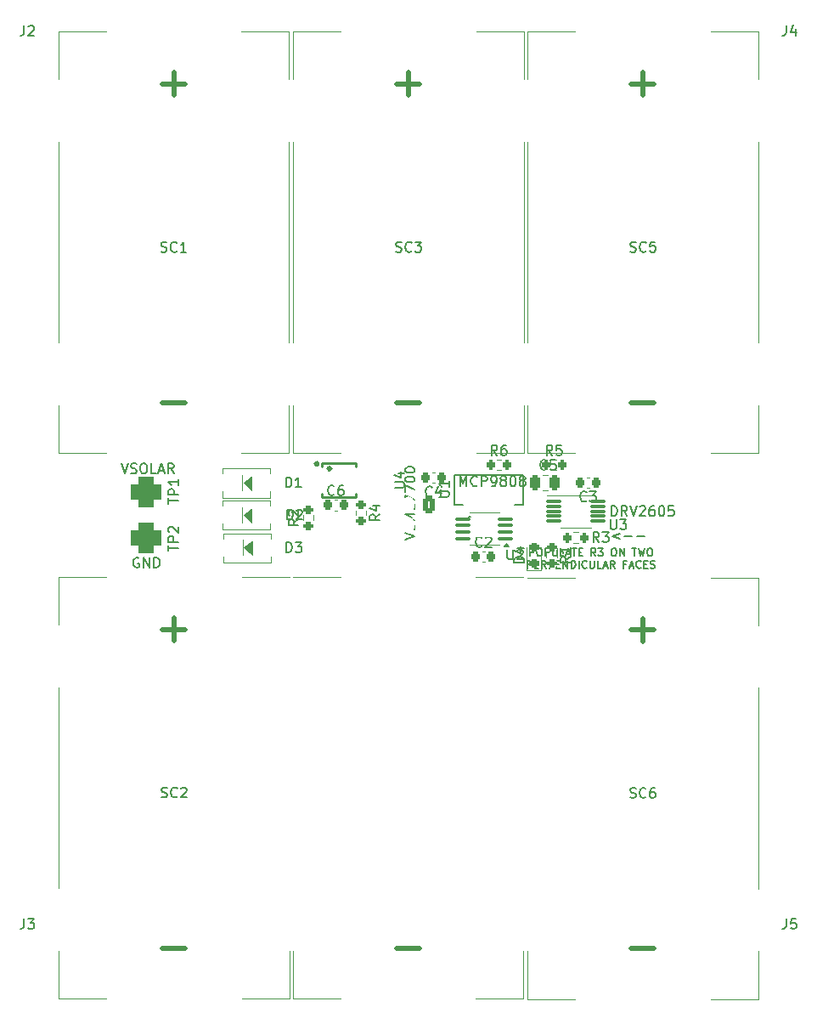
<source format=gbr>
%TF.GenerationSoftware,KiCad,Pcbnew,9.0.3*%
%TF.CreationDate,2025-07-30T14:55:58-07:00*%
%TF.ProjectId,xy_faces_v2a,78795f66-6163-4657-935f-7632612e6b69,3.0*%
%TF.SameCoordinates,Original*%
%TF.FileFunction,Legend,Top*%
%TF.FilePolarity,Positive*%
%FSLAX46Y46*%
G04 Gerber Fmt 4.6, Leading zero omitted, Abs format (unit mm)*
G04 Created by KiCad (PCBNEW 9.0.3) date 2025-07-30 14:55:58*
%MOMM*%
%LPD*%
G01*
G04 APERTURE LIST*
G04 Aperture macros list*
%AMRoundRect*
0 Rectangle with rounded corners*
0 $1 Rounding radius*
0 $2 $3 $4 $5 $6 $7 $8 $9 X,Y pos of 4 corners*
0 Add a 4 corners polygon primitive as box body*
4,1,4,$2,$3,$4,$5,$6,$7,$8,$9,$2,$3,0*
0 Add four circle primitives for the rounded corners*
1,1,$1+$1,$2,$3*
1,1,$1+$1,$4,$5*
1,1,$1+$1,$6,$7*
1,1,$1+$1,$8,$9*
0 Add four rect primitives between the rounded corners*
20,1,$1+$1,$2,$3,$4,$5,0*
20,1,$1+$1,$4,$5,$6,$7,0*
20,1,$1+$1,$6,$7,$8,$9,0*
20,1,$1+$1,$8,$9,$2,$3,0*%
G04 Aperture macros list end*
%ADD10C,0.150000*%
%ADD11C,0.500000*%
%ADD12C,0.120000*%
%ADD13C,0.100000*%
%ADD14C,0.250000*%
%ADD15C,0.300000*%
%ADD16C,0.127000*%
%ADD17C,0.200000*%
%ADD18C,0.000000*%
%ADD19RoundRect,0.225000X-0.225000X-0.250000X0.225000X-0.250000X0.225000X0.250000X-0.225000X0.250000X0*%
%ADD20RoundRect,0.225000X0.225000X0.250000X-0.225000X0.250000X-0.225000X-0.250000X0.225000X-0.250000X0*%
%ADD21C,5.700000*%
%ADD22RoundRect,0.100000X0.687500X0.100000X-0.687500X0.100000X-0.687500X-0.100000X0.687500X-0.100000X0*%
%ADD23R,1.500000X1.800000*%
%ADD24R,13.000000X3.000000*%
%ADD25RoundRect,0.750000X0.750000X-0.750000X0.750000X0.750000X-0.750000X0.750000X-0.750000X-0.750000X0*%
%ADD26R,2.500000X1.700000*%
%ADD27O,1.690000X0.360000*%
%ADD28RoundRect,0.200000X0.275000X-0.200000X0.275000X0.200000X-0.275000X0.200000X-0.275000X-0.200000X0*%
%ADD29RoundRect,0.250000X0.250000X0.475000X-0.250000X0.475000X-0.250000X-0.475000X0.250000X-0.475000X0*%
%ADD30RoundRect,0.200000X-0.275000X0.200000X-0.275000X-0.200000X0.275000X-0.200000X0.275000X0.200000X0*%
%ADD31R,0.700000X1.600000*%
%ADD32RoundRect,0.200000X-0.200000X-0.275000X0.200000X-0.275000X0.200000X0.275000X-0.200000X0.275000X0*%
%ADD33RoundRect,0.200000X0.200000X0.275000X-0.200000X0.275000X-0.200000X-0.275000X0.200000X-0.275000X0*%
%ADD34RoundRect,0.218750X0.256250X-0.218750X0.256250X0.218750X-0.256250X0.218750X-0.256250X-0.218750X0*%
%ADD35RoundRect,0.075000X-0.650000X-0.075000X0.650000X-0.075000X0.650000X0.075000X-0.650000X0.075000X0*%
%ADD36RoundRect,0.250000X0.350000X0.575000X-0.350000X0.575000X-0.350000X-0.575000X0.350000X-0.575000X0*%
%ADD37O,1.200000X1.650000*%
G04 APERTURE END LIST*
D10*
X117598095Y-119012438D02*
X117502857Y-118964819D01*
X117502857Y-118964819D02*
X117360000Y-118964819D01*
X117360000Y-118964819D02*
X117217143Y-119012438D01*
X117217143Y-119012438D02*
X117121905Y-119107676D01*
X117121905Y-119107676D02*
X117074286Y-119202914D01*
X117074286Y-119202914D02*
X117026667Y-119393390D01*
X117026667Y-119393390D02*
X117026667Y-119536247D01*
X117026667Y-119536247D02*
X117074286Y-119726723D01*
X117074286Y-119726723D02*
X117121905Y-119821961D01*
X117121905Y-119821961D02*
X117217143Y-119917200D01*
X117217143Y-119917200D02*
X117360000Y-119964819D01*
X117360000Y-119964819D02*
X117455238Y-119964819D01*
X117455238Y-119964819D02*
X117598095Y-119917200D01*
X117598095Y-119917200D02*
X117645714Y-119869580D01*
X117645714Y-119869580D02*
X117645714Y-119536247D01*
X117645714Y-119536247D02*
X117455238Y-119536247D01*
X118074286Y-119964819D02*
X118074286Y-118964819D01*
X118074286Y-118964819D02*
X118645714Y-119964819D01*
X118645714Y-119964819D02*
X118645714Y-118964819D01*
X119121905Y-119964819D02*
X119121905Y-118964819D01*
X119121905Y-118964819D02*
X119360000Y-118964819D01*
X119360000Y-118964819D02*
X119502857Y-119012438D01*
X119502857Y-119012438D02*
X119598095Y-119107676D01*
X119598095Y-119107676D02*
X119645714Y-119202914D01*
X119645714Y-119202914D02*
X119693333Y-119393390D01*
X119693333Y-119393390D02*
X119693333Y-119536247D01*
X119693333Y-119536247D02*
X119645714Y-119726723D01*
X119645714Y-119726723D02*
X119598095Y-119821961D01*
X119598095Y-119821961D02*
X119502857Y-119917200D01*
X119502857Y-119917200D02*
X119360000Y-119964819D01*
X119360000Y-119964819D02*
X119121905Y-119964819D01*
X149621905Y-111854819D02*
X149621905Y-110854819D01*
X149621905Y-110854819D02*
X149955238Y-111569104D01*
X149955238Y-111569104D02*
X150288571Y-110854819D01*
X150288571Y-110854819D02*
X150288571Y-111854819D01*
X151336190Y-111759580D02*
X151288571Y-111807200D01*
X151288571Y-111807200D02*
X151145714Y-111854819D01*
X151145714Y-111854819D02*
X151050476Y-111854819D01*
X151050476Y-111854819D02*
X150907619Y-111807200D01*
X150907619Y-111807200D02*
X150812381Y-111711961D01*
X150812381Y-111711961D02*
X150764762Y-111616723D01*
X150764762Y-111616723D02*
X150717143Y-111426247D01*
X150717143Y-111426247D02*
X150717143Y-111283390D01*
X150717143Y-111283390D02*
X150764762Y-111092914D01*
X150764762Y-111092914D02*
X150812381Y-110997676D01*
X150812381Y-110997676D02*
X150907619Y-110902438D01*
X150907619Y-110902438D02*
X151050476Y-110854819D01*
X151050476Y-110854819D02*
X151145714Y-110854819D01*
X151145714Y-110854819D02*
X151288571Y-110902438D01*
X151288571Y-110902438D02*
X151336190Y-110950057D01*
X151764762Y-111854819D02*
X151764762Y-110854819D01*
X151764762Y-110854819D02*
X152145714Y-110854819D01*
X152145714Y-110854819D02*
X152240952Y-110902438D01*
X152240952Y-110902438D02*
X152288571Y-110950057D01*
X152288571Y-110950057D02*
X152336190Y-111045295D01*
X152336190Y-111045295D02*
X152336190Y-111188152D01*
X152336190Y-111188152D02*
X152288571Y-111283390D01*
X152288571Y-111283390D02*
X152240952Y-111331009D01*
X152240952Y-111331009D02*
X152145714Y-111378628D01*
X152145714Y-111378628D02*
X151764762Y-111378628D01*
X152812381Y-111854819D02*
X153002857Y-111854819D01*
X153002857Y-111854819D02*
X153098095Y-111807200D01*
X153098095Y-111807200D02*
X153145714Y-111759580D01*
X153145714Y-111759580D02*
X153240952Y-111616723D01*
X153240952Y-111616723D02*
X153288571Y-111426247D01*
X153288571Y-111426247D02*
X153288571Y-111045295D01*
X153288571Y-111045295D02*
X153240952Y-110950057D01*
X153240952Y-110950057D02*
X153193333Y-110902438D01*
X153193333Y-110902438D02*
X153098095Y-110854819D01*
X153098095Y-110854819D02*
X152907619Y-110854819D01*
X152907619Y-110854819D02*
X152812381Y-110902438D01*
X152812381Y-110902438D02*
X152764762Y-110950057D01*
X152764762Y-110950057D02*
X152717143Y-111045295D01*
X152717143Y-111045295D02*
X152717143Y-111283390D01*
X152717143Y-111283390D02*
X152764762Y-111378628D01*
X152764762Y-111378628D02*
X152812381Y-111426247D01*
X152812381Y-111426247D02*
X152907619Y-111473866D01*
X152907619Y-111473866D02*
X153098095Y-111473866D01*
X153098095Y-111473866D02*
X153193333Y-111426247D01*
X153193333Y-111426247D02*
X153240952Y-111378628D01*
X153240952Y-111378628D02*
X153288571Y-111283390D01*
X153860000Y-111283390D02*
X153764762Y-111235771D01*
X153764762Y-111235771D02*
X153717143Y-111188152D01*
X153717143Y-111188152D02*
X153669524Y-111092914D01*
X153669524Y-111092914D02*
X153669524Y-111045295D01*
X153669524Y-111045295D02*
X153717143Y-110950057D01*
X153717143Y-110950057D02*
X153764762Y-110902438D01*
X153764762Y-110902438D02*
X153860000Y-110854819D01*
X153860000Y-110854819D02*
X154050476Y-110854819D01*
X154050476Y-110854819D02*
X154145714Y-110902438D01*
X154145714Y-110902438D02*
X154193333Y-110950057D01*
X154193333Y-110950057D02*
X154240952Y-111045295D01*
X154240952Y-111045295D02*
X154240952Y-111092914D01*
X154240952Y-111092914D02*
X154193333Y-111188152D01*
X154193333Y-111188152D02*
X154145714Y-111235771D01*
X154145714Y-111235771D02*
X154050476Y-111283390D01*
X154050476Y-111283390D02*
X153860000Y-111283390D01*
X153860000Y-111283390D02*
X153764762Y-111331009D01*
X153764762Y-111331009D02*
X153717143Y-111378628D01*
X153717143Y-111378628D02*
X153669524Y-111473866D01*
X153669524Y-111473866D02*
X153669524Y-111664342D01*
X153669524Y-111664342D02*
X153717143Y-111759580D01*
X153717143Y-111759580D02*
X153764762Y-111807200D01*
X153764762Y-111807200D02*
X153860000Y-111854819D01*
X153860000Y-111854819D02*
X154050476Y-111854819D01*
X154050476Y-111854819D02*
X154145714Y-111807200D01*
X154145714Y-111807200D02*
X154193333Y-111759580D01*
X154193333Y-111759580D02*
X154240952Y-111664342D01*
X154240952Y-111664342D02*
X154240952Y-111473866D01*
X154240952Y-111473866D02*
X154193333Y-111378628D01*
X154193333Y-111378628D02*
X154145714Y-111331009D01*
X154145714Y-111331009D02*
X154050476Y-111283390D01*
X154860000Y-110854819D02*
X154955238Y-110854819D01*
X154955238Y-110854819D02*
X155050476Y-110902438D01*
X155050476Y-110902438D02*
X155098095Y-110950057D01*
X155098095Y-110950057D02*
X155145714Y-111045295D01*
X155145714Y-111045295D02*
X155193333Y-111235771D01*
X155193333Y-111235771D02*
X155193333Y-111473866D01*
X155193333Y-111473866D02*
X155145714Y-111664342D01*
X155145714Y-111664342D02*
X155098095Y-111759580D01*
X155098095Y-111759580D02*
X155050476Y-111807200D01*
X155050476Y-111807200D02*
X154955238Y-111854819D01*
X154955238Y-111854819D02*
X154860000Y-111854819D01*
X154860000Y-111854819D02*
X154764762Y-111807200D01*
X154764762Y-111807200D02*
X154717143Y-111759580D01*
X154717143Y-111759580D02*
X154669524Y-111664342D01*
X154669524Y-111664342D02*
X154621905Y-111473866D01*
X154621905Y-111473866D02*
X154621905Y-111235771D01*
X154621905Y-111235771D02*
X154669524Y-111045295D01*
X154669524Y-111045295D02*
X154717143Y-110950057D01*
X154717143Y-110950057D02*
X154764762Y-110902438D01*
X154764762Y-110902438D02*
X154860000Y-110854819D01*
X155764762Y-111283390D02*
X155669524Y-111235771D01*
X155669524Y-111235771D02*
X155621905Y-111188152D01*
X155621905Y-111188152D02*
X155574286Y-111092914D01*
X155574286Y-111092914D02*
X155574286Y-111045295D01*
X155574286Y-111045295D02*
X155621905Y-110950057D01*
X155621905Y-110950057D02*
X155669524Y-110902438D01*
X155669524Y-110902438D02*
X155764762Y-110854819D01*
X155764762Y-110854819D02*
X155955238Y-110854819D01*
X155955238Y-110854819D02*
X156050476Y-110902438D01*
X156050476Y-110902438D02*
X156098095Y-110950057D01*
X156098095Y-110950057D02*
X156145714Y-111045295D01*
X156145714Y-111045295D02*
X156145714Y-111092914D01*
X156145714Y-111092914D02*
X156098095Y-111188152D01*
X156098095Y-111188152D02*
X156050476Y-111235771D01*
X156050476Y-111235771D02*
X155955238Y-111283390D01*
X155955238Y-111283390D02*
X155764762Y-111283390D01*
X155764762Y-111283390D02*
X155669524Y-111331009D01*
X155669524Y-111331009D02*
X155621905Y-111378628D01*
X155621905Y-111378628D02*
X155574286Y-111473866D01*
X155574286Y-111473866D02*
X155574286Y-111664342D01*
X155574286Y-111664342D02*
X155621905Y-111759580D01*
X155621905Y-111759580D02*
X155669524Y-111807200D01*
X155669524Y-111807200D02*
X155764762Y-111854819D01*
X155764762Y-111854819D02*
X155955238Y-111854819D01*
X155955238Y-111854819D02*
X156050476Y-111807200D01*
X156050476Y-111807200D02*
X156098095Y-111759580D01*
X156098095Y-111759580D02*
X156145714Y-111664342D01*
X156145714Y-111664342D02*
X156145714Y-111473866D01*
X156145714Y-111473866D02*
X156098095Y-111378628D01*
X156098095Y-111378628D02*
X156050476Y-111331009D01*
X156050476Y-111331009D02*
X155955238Y-111283390D01*
X165552858Y-116548152D02*
X164790953Y-116833866D01*
X164790953Y-116833866D02*
X165552858Y-117119580D01*
X166029048Y-116833866D02*
X166790953Y-116833866D01*
X167267143Y-116833866D02*
X168029048Y-116833866D01*
X144114819Y-117176666D02*
X145114819Y-116843333D01*
X145114819Y-116843333D02*
X144114819Y-116510000D01*
X144591009Y-116176666D02*
X144591009Y-115843333D01*
X145114819Y-115700476D02*
X145114819Y-116176666D01*
X145114819Y-116176666D02*
X144114819Y-116176666D01*
X144114819Y-116176666D02*
X144114819Y-115700476D01*
X145114819Y-115271904D02*
X144114819Y-115271904D01*
X144114819Y-115271904D02*
X144829104Y-114938571D01*
X144829104Y-114938571D02*
X144114819Y-114605238D01*
X144114819Y-114605238D02*
X145114819Y-114605238D01*
X145114819Y-113652857D02*
X145114819Y-114129047D01*
X145114819Y-114129047D02*
X144114819Y-114129047D01*
X144114819Y-113414761D02*
X144114819Y-112748095D01*
X144114819Y-112748095D02*
X145114819Y-113176666D01*
X144114819Y-112462380D02*
X144114819Y-111795714D01*
X144114819Y-111795714D02*
X145114819Y-112224285D01*
X144114819Y-111224285D02*
X144114819Y-111129047D01*
X144114819Y-111129047D02*
X144162438Y-111033809D01*
X144162438Y-111033809D02*
X144210057Y-110986190D01*
X144210057Y-110986190D02*
X144305295Y-110938571D01*
X144305295Y-110938571D02*
X144495771Y-110890952D01*
X144495771Y-110890952D02*
X144733866Y-110890952D01*
X144733866Y-110890952D02*
X144924342Y-110938571D01*
X144924342Y-110938571D02*
X145019580Y-110986190D01*
X145019580Y-110986190D02*
X145067200Y-111033809D01*
X145067200Y-111033809D02*
X145114819Y-111129047D01*
X145114819Y-111129047D02*
X145114819Y-111224285D01*
X145114819Y-111224285D02*
X145067200Y-111319523D01*
X145067200Y-111319523D02*
X145019580Y-111367142D01*
X145019580Y-111367142D02*
X144924342Y-111414761D01*
X144924342Y-111414761D02*
X144733866Y-111462380D01*
X144733866Y-111462380D02*
X144495771Y-111462380D01*
X144495771Y-111462380D02*
X144305295Y-111414761D01*
X144305295Y-111414761D02*
X144210057Y-111367142D01*
X144210057Y-111367142D02*
X144162438Y-111319523D01*
X144162438Y-111319523D02*
X144114819Y-111224285D01*
X144114819Y-110271904D02*
X144114819Y-110176666D01*
X144114819Y-110176666D02*
X144162438Y-110081428D01*
X144162438Y-110081428D02*
X144210057Y-110033809D01*
X144210057Y-110033809D02*
X144305295Y-109986190D01*
X144305295Y-109986190D02*
X144495771Y-109938571D01*
X144495771Y-109938571D02*
X144733866Y-109938571D01*
X144733866Y-109938571D02*
X144924342Y-109986190D01*
X144924342Y-109986190D02*
X145019580Y-110033809D01*
X145019580Y-110033809D02*
X145067200Y-110081428D01*
X145067200Y-110081428D02*
X145114819Y-110176666D01*
X145114819Y-110176666D02*
X145114819Y-110271904D01*
X145114819Y-110271904D02*
X145067200Y-110367142D01*
X145067200Y-110367142D02*
X145019580Y-110414761D01*
X145019580Y-110414761D02*
X144924342Y-110462380D01*
X144924342Y-110462380D02*
X144733866Y-110509999D01*
X144733866Y-110509999D02*
X144495771Y-110509999D01*
X144495771Y-110509999D02*
X144305295Y-110462380D01*
X144305295Y-110462380D02*
X144210057Y-110414761D01*
X144210057Y-110414761D02*
X144162438Y-110367142D01*
X144162438Y-110367142D02*
X144114819Y-110271904D01*
X164724762Y-114814819D02*
X164724762Y-113814819D01*
X164724762Y-113814819D02*
X164962857Y-113814819D01*
X164962857Y-113814819D02*
X165105714Y-113862438D01*
X165105714Y-113862438D02*
X165200952Y-113957676D01*
X165200952Y-113957676D02*
X165248571Y-114052914D01*
X165248571Y-114052914D02*
X165296190Y-114243390D01*
X165296190Y-114243390D02*
X165296190Y-114386247D01*
X165296190Y-114386247D02*
X165248571Y-114576723D01*
X165248571Y-114576723D02*
X165200952Y-114671961D01*
X165200952Y-114671961D02*
X165105714Y-114767200D01*
X165105714Y-114767200D02*
X164962857Y-114814819D01*
X164962857Y-114814819D02*
X164724762Y-114814819D01*
X166296190Y-114814819D02*
X165962857Y-114338628D01*
X165724762Y-114814819D02*
X165724762Y-113814819D01*
X165724762Y-113814819D02*
X166105714Y-113814819D01*
X166105714Y-113814819D02*
X166200952Y-113862438D01*
X166200952Y-113862438D02*
X166248571Y-113910057D01*
X166248571Y-113910057D02*
X166296190Y-114005295D01*
X166296190Y-114005295D02*
X166296190Y-114148152D01*
X166296190Y-114148152D02*
X166248571Y-114243390D01*
X166248571Y-114243390D02*
X166200952Y-114291009D01*
X166200952Y-114291009D02*
X166105714Y-114338628D01*
X166105714Y-114338628D02*
X165724762Y-114338628D01*
X166581905Y-113814819D02*
X166915238Y-114814819D01*
X166915238Y-114814819D02*
X167248571Y-113814819D01*
X167534286Y-113910057D02*
X167581905Y-113862438D01*
X167581905Y-113862438D02*
X167677143Y-113814819D01*
X167677143Y-113814819D02*
X167915238Y-113814819D01*
X167915238Y-113814819D02*
X168010476Y-113862438D01*
X168010476Y-113862438D02*
X168058095Y-113910057D01*
X168058095Y-113910057D02*
X168105714Y-114005295D01*
X168105714Y-114005295D02*
X168105714Y-114100533D01*
X168105714Y-114100533D02*
X168058095Y-114243390D01*
X168058095Y-114243390D02*
X167486667Y-114814819D01*
X167486667Y-114814819D02*
X168105714Y-114814819D01*
X168962857Y-113814819D02*
X168772381Y-113814819D01*
X168772381Y-113814819D02*
X168677143Y-113862438D01*
X168677143Y-113862438D02*
X168629524Y-113910057D01*
X168629524Y-113910057D02*
X168534286Y-114052914D01*
X168534286Y-114052914D02*
X168486667Y-114243390D01*
X168486667Y-114243390D02*
X168486667Y-114624342D01*
X168486667Y-114624342D02*
X168534286Y-114719580D01*
X168534286Y-114719580D02*
X168581905Y-114767200D01*
X168581905Y-114767200D02*
X168677143Y-114814819D01*
X168677143Y-114814819D02*
X168867619Y-114814819D01*
X168867619Y-114814819D02*
X168962857Y-114767200D01*
X168962857Y-114767200D02*
X169010476Y-114719580D01*
X169010476Y-114719580D02*
X169058095Y-114624342D01*
X169058095Y-114624342D02*
X169058095Y-114386247D01*
X169058095Y-114386247D02*
X169010476Y-114291009D01*
X169010476Y-114291009D02*
X168962857Y-114243390D01*
X168962857Y-114243390D02*
X168867619Y-114195771D01*
X168867619Y-114195771D02*
X168677143Y-114195771D01*
X168677143Y-114195771D02*
X168581905Y-114243390D01*
X168581905Y-114243390D02*
X168534286Y-114291009D01*
X168534286Y-114291009D02*
X168486667Y-114386247D01*
X169677143Y-113814819D02*
X169772381Y-113814819D01*
X169772381Y-113814819D02*
X169867619Y-113862438D01*
X169867619Y-113862438D02*
X169915238Y-113910057D01*
X169915238Y-113910057D02*
X169962857Y-114005295D01*
X169962857Y-114005295D02*
X170010476Y-114195771D01*
X170010476Y-114195771D02*
X170010476Y-114433866D01*
X170010476Y-114433866D02*
X169962857Y-114624342D01*
X169962857Y-114624342D02*
X169915238Y-114719580D01*
X169915238Y-114719580D02*
X169867619Y-114767200D01*
X169867619Y-114767200D02*
X169772381Y-114814819D01*
X169772381Y-114814819D02*
X169677143Y-114814819D01*
X169677143Y-114814819D02*
X169581905Y-114767200D01*
X169581905Y-114767200D02*
X169534286Y-114719580D01*
X169534286Y-114719580D02*
X169486667Y-114624342D01*
X169486667Y-114624342D02*
X169439048Y-114433866D01*
X169439048Y-114433866D02*
X169439048Y-114195771D01*
X169439048Y-114195771D02*
X169486667Y-114005295D01*
X169486667Y-114005295D02*
X169534286Y-113910057D01*
X169534286Y-113910057D02*
X169581905Y-113862438D01*
X169581905Y-113862438D02*
X169677143Y-113814819D01*
X170915238Y-113814819D02*
X170439048Y-113814819D01*
X170439048Y-113814819D02*
X170391429Y-114291009D01*
X170391429Y-114291009D02*
X170439048Y-114243390D01*
X170439048Y-114243390D02*
X170534286Y-114195771D01*
X170534286Y-114195771D02*
X170772381Y-114195771D01*
X170772381Y-114195771D02*
X170867619Y-114243390D01*
X170867619Y-114243390D02*
X170915238Y-114291009D01*
X170915238Y-114291009D02*
X170962857Y-114386247D01*
X170962857Y-114386247D02*
X170962857Y-114624342D01*
X170962857Y-114624342D02*
X170915238Y-114719580D01*
X170915238Y-114719580D02*
X170867619Y-114767200D01*
X170867619Y-114767200D02*
X170772381Y-114814819D01*
X170772381Y-114814819D02*
X170534286Y-114814819D01*
X170534286Y-114814819D02*
X170439048Y-114767200D01*
X170439048Y-114767200D02*
X170391429Y-114719580D01*
X156580714Y-118815435D02*
X156580714Y-118065435D01*
X156580714Y-118065435D02*
X156866428Y-118065435D01*
X156866428Y-118065435D02*
X156937857Y-118101149D01*
X156937857Y-118101149D02*
X156973571Y-118136863D01*
X156973571Y-118136863D02*
X157009285Y-118208292D01*
X157009285Y-118208292D02*
X157009285Y-118315435D01*
X157009285Y-118315435D02*
X156973571Y-118386863D01*
X156973571Y-118386863D02*
X156937857Y-118422578D01*
X156937857Y-118422578D02*
X156866428Y-118458292D01*
X156866428Y-118458292D02*
X156580714Y-118458292D01*
X157473571Y-118065435D02*
X157616428Y-118065435D01*
X157616428Y-118065435D02*
X157687857Y-118101149D01*
X157687857Y-118101149D02*
X157759285Y-118172578D01*
X157759285Y-118172578D02*
X157795000Y-118315435D01*
X157795000Y-118315435D02*
X157795000Y-118565435D01*
X157795000Y-118565435D02*
X157759285Y-118708292D01*
X157759285Y-118708292D02*
X157687857Y-118779721D01*
X157687857Y-118779721D02*
X157616428Y-118815435D01*
X157616428Y-118815435D02*
X157473571Y-118815435D01*
X157473571Y-118815435D02*
X157402143Y-118779721D01*
X157402143Y-118779721D02*
X157330714Y-118708292D01*
X157330714Y-118708292D02*
X157295000Y-118565435D01*
X157295000Y-118565435D02*
X157295000Y-118315435D01*
X157295000Y-118315435D02*
X157330714Y-118172578D01*
X157330714Y-118172578D02*
X157402143Y-118101149D01*
X157402143Y-118101149D02*
X157473571Y-118065435D01*
X158116428Y-118815435D02*
X158116428Y-118065435D01*
X158116428Y-118065435D02*
X158402142Y-118065435D01*
X158402142Y-118065435D02*
X158473571Y-118101149D01*
X158473571Y-118101149D02*
X158509285Y-118136863D01*
X158509285Y-118136863D02*
X158544999Y-118208292D01*
X158544999Y-118208292D02*
X158544999Y-118315435D01*
X158544999Y-118315435D02*
X158509285Y-118386863D01*
X158509285Y-118386863D02*
X158473571Y-118422578D01*
X158473571Y-118422578D02*
X158402142Y-118458292D01*
X158402142Y-118458292D02*
X158116428Y-118458292D01*
X158866428Y-118065435D02*
X158866428Y-118672578D01*
X158866428Y-118672578D02*
X158902142Y-118744006D01*
X158902142Y-118744006D02*
X158937857Y-118779721D01*
X158937857Y-118779721D02*
X159009285Y-118815435D01*
X159009285Y-118815435D02*
X159152142Y-118815435D01*
X159152142Y-118815435D02*
X159223571Y-118779721D01*
X159223571Y-118779721D02*
X159259285Y-118744006D01*
X159259285Y-118744006D02*
X159294999Y-118672578D01*
X159294999Y-118672578D02*
X159294999Y-118065435D01*
X160009285Y-118815435D02*
X159652142Y-118815435D01*
X159652142Y-118815435D02*
X159652142Y-118065435D01*
X160223571Y-118601149D02*
X160580714Y-118601149D01*
X160152142Y-118815435D02*
X160402142Y-118065435D01*
X160402142Y-118065435D02*
X160652142Y-118815435D01*
X160794999Y-118065435D02*
X161223571Y-118065435D01*
X161009285Y-118815435D02*
X161009285Y-118065435D01*
X161473571Y-118422578D02*
X161723571Y-118422578D01*
X161830714Y-118815435D02*
X161473571Y-118815435D01*
X161473571Y-118815435D02*
X161473571Y-118065435D01*
X161473571Y-118065435D02*
X161830714Y-118065435D01*
X163152142Y-118815435D02*
X162902142Y-118458292D01*
X162723571Y-118815435D02*
X162723571Y-118065435D01*
X162723571Y-118065435D02*
X163009285Y-118065435D01*
X163009285Y-118065435D02*
X163080714Y-118101149D01*
X163080714Y-118101149D02*
X163116428Y-118136863D01*
X163116428Y-118136863D02*
X163152142Y-118208292D01*
X163152142Y-118208292D02*
X163152142Y-118315435D01*
X163152142Y-118315435D02*
X163116428Y-118386863D01*
X163116428Y-118386863D02*
X163080714Y-118422578D01*
X163080714Y-118422578D02*
X163009285Y-118458292D01*
X163009285Y-118458292D02*
X162723571Y-118458292D01*
X163402142Y-118065435D02*
X163866428Y-118065435D01*
X163866428Y-118065435D02*
X163616428Y-118351149D01*
X163616428Y-118351149D02*
X163723571Y-118351149D01*
X163723571Y-118351149D02*
X163795000Y-118386863D01*
X163795000Y-118386863D02*
X163830714Y-118422578D01*
X163830714Y-118422578D02*
X163866428Y-118494006D01*
X163866428Y-118494006D02*
X163866428Y-118672578D01*
X163866428Y-118672578D02*
X163830714Y-118744006D01*
X163830714Y-118744006D02*
X163795000Y-118779721D01*
X163795000Y-118779721D02*
X163723571Y-118815435D01*
X163723571Y-118815435D02*
X163509285Y-118815435D01*
X163509285Y-118815435D02*
X163437857Y-118779721D01*
X163437857Y-118779721D02*
X163402142Y-118744006D01*
X164902143Y-118065435D02*
X165045000Y-118065435D01*
X165045000Y-118065435D02*
X165116429Y-118101149D01*
X165116429Y-118101149D02*
X165187857Y-118172578D01*
X165187857Y-118172578D02*
X165223572Y-118315435D01*
X165223572Y-118315435D02*
X165223572Y-118565435D01*
X165223572Y-118565435D02*
X165187857Y-118708292D01*
X165187857Y-118708292D02*
X165116429Y-118779721D01*
X165116429Y-118779721D02*
X165045000Y-118815435D01*
X165045000Y-118815435D02*
X164902143Y-118815435D01*
X164902143Y-118815435D02*
X164830715Y-118779721D01*
X164830715Y-118779721D02*
X164759286Y-118708292D01*
X164759286Y-118708292D02*
X164723572Y-118565435D01*
X164723572Y-118565435D02*
X164723572Y-118315435D01*
X164723572Y-118315435D02*
X164759286Y-118172578D01*
X164759286Y-118172578D02*
X164830715Y-118101149D01*
X164830715Y-118101149D02*
X164902143Y-118065435D01*
X165545000Y-118815435D02*
X165545000Y-118065435D01*
X165545000Y-118065435D02*
X165973571Y-118815435D01*
X165973571Y-118815435D02*
X165973571Y-118065435D01*
X166795000Y-118065435D02*
X167223572Y-118065435D01*
X167009286Y-118815435D02*
X167009286Y-118065435D01*
X167402143Y-118065435D02*
X167580715Y-118815435D01*
X167580715Y-118815435D02*
X167723572Y-118279721D01*
X167723572Y-118279721D02*
X167866429Y-118815435D01*
X167866429Y-118815435D02*
X168045001Y-118065435D01*
X168473572Y-118065435D02*
X168616429Y-118065435D01*
X168616429Y-118065435D02*
X168687858Y-118101149D01*
X168687858Y-118101149D02*
X168759286Y-118172578D01*
X168759286Y-118172578D02*
X168795001Y-118315435D01*
X168795001Y-118315435D02*
X168795001Y-118565435D01*
X168795001Y-118565435D02*
X168759286Y-118708292D01*
X168759286Y-118708292D02*
X168687858Y-118779721D01*
X168687858Y-118779721D02*
X168616429Y-118815435D01*
X168616429Y-118815435D02*
X168473572Y-118815435D01*
X168473572Y-118815435D02*
X168402144Y-118779721D01*
X168402144Y-118779721D02*
X168330715Y-118708292D01*
X168330715Y-118708292D02*
X168295001Y-118565435D01*
X168295001Y-118565435D02*
X168295001Y-118315435D01*
X168295001Y-118315435D02*
X168330715Y-118172578D01*
X168330715Y-118172578D02*
X168402144Y-118101149D01*
X168402144Y-118101149D02*
X168473572Y-118065435D01*
X156330715Y-120022893D02*
X156330715Y-119272893D01*
X156330715Y-119272893D02*
X156616429Y-119272893D01*
X156616429Y-119272893D02*
X156687858Y-119308607D01*
X156687858Y-119308607D02*
X156723572Y-119344321D01*
X156723572Y-119344321D02*
X156759286Y-119415750D01*
X156759286Y-119415750D02*
X156759286Y-119522893D01*
X156759286Y-119522893D02*
X156723572Y-119594321D01*
X156723572Y-119594321D02*
X156687858Y-119630036D01*
X156687858Y-119630036D02*
X156616429Y-119665750D01*
X156616429Y-119665750D02*
X156330715Y-119665750D01*
X157080715Y-119630036D02*
X157330715Y-119630036D01*
X157437858Y-120022893D02*
X157080715Y-120022893D01*
X157080715Y-120022893D02*
X157080715Y-119272893D01*
X157080715Y-119272893D02*
X157437858Y-119272893D01*
X158187857Y-120022893D02*
X157937857Y-119665750D01*
X157759286Y-120022893D02*
X157759286Y-119272893D01*
X157759286Y-119272893D02*
X158045000Y-119272893D01*
X158045000Y-119272893D02*
X158116429Y-119308607D01*
X158116429Y-119308607D02*
X158152143Y-119344321D01*
X158152143Y-119344321D02*
X158187857Y-119415750D01*
X158187857Y-119415750D02*
X158187857Y-119522893D01*
X158187857Y-119522893D02*
X158152143Y-119594321D01*
X158152143Y-119594321D02*
X158116429Y-119630036D01*
X158116429Y-119630036D02*
X158045000Y-119665750D01*
X158045000Y-119665750D02*
X157759286Y-119665750D01*
X158509286Y-120022893D02*
X158509286Y-119272893D01*
X158509286Y-119272893D02*
X158795000Y-119272893D01*
X158795000Y-119272893D02*
X158866429Y-119308607D01*
X158866429Y-119308607D02*
X158902143Y-119344321D01*
X158902143Y-119344321D02*
X158937857Y-119415750D01*
X158937857Y-119415750D02*
X158937857Y-119522893D01*
X158937857Y-119522893D02*
X158902143Y-119594321D01*
X158902143Y-119594321D02*
X158866429Y-119630036D01*
X158866429Y-119630036D02*
X158795000Y-119665750D01*
X158795000Y-119665750D02*
X158509286Y-119665750D01*
X159259286Y-119630036D02*
X159509286Y-119630036D01*
X159616429Y-120022893D02*
X159259286Y-120022893D01*
X159259286Y-120022893D02*
X159259286Y-119272893D01*
X159259286Y-119272893D02*
X159616429Y-119272893D01*
X159937857Y-120022893D02*
X159937857Y-119272893D01*
X159937857Y-119272893D02*
X160366428Y-120022893D01*
X160366428Y-120022893D02*
X160366428Y-119272893D01*
X160723571Y-120022893D02*
X160723571Y-119272893D01*
X160723571Y-119272893D02*
X160902142Y-119272893D01*
X160902142Y-119272893D02*
X161009285Y-119308607D01*
X161009285Y-119308607D02*
X161080714Y-119380036D01*
X161080714Y-119380036D02*
X161116428Y-119451464D01*
X161116428Y-119451464D02*
X161152142Y-119594321D01*
X161152142Y-119594321D02*
X161152142Y-119701464D01*
X161152142Y-119701464D02*
X161116428Y-119844321D01*
X161116428Y-119844321D02*
X161080714Y-119915750D01*
X161080714Y-119915750D02*
X161009285Y-119987179D01*
X161009285Y-119987179D02*
X160902142Y-120022893D01*
X160902142Y-120022893D02*
X160723571Y-120022893D01*
X161473571Y-120022893D02*
X161473571Y-119272893D01*
X162259285Y-119951464D02*
X162223571Y-119987179D01*
X162223571Y-119987179D02*
X162116428Y-120022893D01*
X162116428Y-120022893D02*
X162045000Y-120022893D01*
X162045000Y-120022893D02*
X161937857Y-119987179D01*
X161937857Y-119987179D02*
X161866428Y-119915750D01*
X161866428Y-119915750D02*
X161830714Y-119844321D01*
X161830714Y-119844321D02*
X161795000Y-119701464D01*
X161795000Y-119701464D02*
X161795000Y-119594321D01*
X161795000Y-119594321D02*
X161830714Y-119451464D01*
X161830714Y-119451464D02*
X161866428Y-119380036D01*
X161866428Y-119380036D02*
X161937857Y-119308607D01*
X161937857Y-119308607D02*
X162045000Y-119272893D01*
X162045000Y-119272893D02*
X162116428Y-119272893D01*
X162116428Y-119272893D02*
X162223571Y-119308607D01*
X162223571Y-119308607D02*
X162259285Y-119344321D01*
X162580714Y-119272893D02*
X162580714Y-119880036D01*
X162580714Y-119880036D02*
X162616428Y-119951464D01*
X162616428Y-119951464D02*
X162652143Y-119987179D01*
X162652143Y-119987179D02*
X162723571Y-120022893D01*
X162723571Y-120022893D02*
X162866428Y-120022893D01*
X162866428Y-120022893D02*
X162937857Y-119987179D01*
X162937857Y-119987179D02*
X162973571Y-119951464D01*
X162973571Y-119951464D02*
X163009285Y-119880036D01*
X163009285Y-119880036D02*
X163009285Y-119272893D01*
X163723571Y-120022893D02*
X163366428Y-120022893D01*
X163366428Y-120022893D02*
X163366428Y-119272893D01*
X163937857Y-119808607D02*
X164295000Y-119808607D01*
X163866428Y-120022893D02*
X164116428Y-119272893D01*
X164116428Y-119272893D02*
X164366428Y-120022893D01*
X165044999Y-120022893D02*
X164794999Y-119665750D01*
X164616428Y-120022893D02*
X164616428Y-119272893D01*
X164616428Y-119272893D02*
X164902142Y-119272893D01*
X164902142Y-119272893D02*
X164973571Y-119308607D01*
X164973571Y-119308607D02*
X165009285Y-119344321D01*
X165009285Y-119344321D02*
X165044999Y-119415750D01*
X165044999Y-119415750D02*
X165044999Y-119522893D01*
X165044999Y-119522893D02*
X165009285Y-119594321D01*
X165009285Y-119594321D02*
X164973571Y-119630036D01*
X164973571Y-119630036D02*
X164902142Y-119665750D01*
X164902142Y-119665750D02*
X164616428Y-119665750D01*
X166187857Y-119630036D02*
X165937857Y-119630036D01*
X165937857Y-120022893D02*
X165937857Y-119272893D01*
X165937857Y-119272893D02*
X166295000Y-119272893D01*
X166545000Y-119808607D02*
X166902143Y-119808607D01*
X166473571Y-120022893D02*
X166723571Y-119272893D01*
X166723571Y-119272893D02*
X166973571Y-120022893D01*
X167652142Y-119951464D02*
X167616428Y-119987179D01*
X167616428Y-119987179D02*
X167509285Y-120022893D01*
X167509285Y-120022893D02*
X167437857Y-120022893D01*
X167437857Y-120022893D02*
X167330714Y-119987179D01*
X167330714Y-119987179D02*
X167259285Y-119915750D01*
X167259285Y-119915750D02*
X167223571Y-119844321D01*
X167223571Y-119844321D02*
X167187857Y-119701464D01*
X167187857Y-119701464D02*
X167187857Y-119594321D01*
X167187857Y-119594321D02*
X167223571Y-119451464D01*
X167223571Y-119451464D02*
X167259285Y-119380036D01*
X167259285Y-119380036D02*
X167330714Y-119308607D01*
X167330714Y-119308607D02*
X167437857Y-119272893D01*
X167437857Y-119272893D02*
X167509285Y-119272893D01*
X167509285Y-119272893D02*
X167616428Y-119308607D01*
X167616428Y-119308607D02*
X167652142Y-119344321D01*
X167973571Y-119630036D02*
X168223571Y-119630036D01*
X168330714Y-120022893D02*
X167973571Y-120022893D01*
X167973571Y-120022893D02*
X167973571Y-119272893D01*
X167973571Y-119272893D02*
X168330714Y-119272893D01*
X168616428Y-119987179D02*
X168723571Y-120022893D01*
X168723571Y-120022893D02*
X168902142Y-120022893D01*
X168902142Y-120022893D02*
X168973571Y-119987179D01*
X168973571Y-119987179D02*
X169009285Y-119951464D01*
X169009285Y-119951464D02*
X169044999Y-119880036D01*
X169044999Y-119880036D02*
X169044999Y-119808607D01*
X169044999Y-119808607D02*
X169009285Y-119737179D01*
X169009285Y-119737179D02*
X168973571Y-119701464D01*
X168973571Y-119701464D02*
X168902142Y-119665750D01*
X168902142Y-119665750D02*
X168759285Y-119630036D01*
X168759285Y-119630036D02*
X168687856Y-119594321D01*
X168687856Y-119594321D02*
X168652142Y-119558607D01*
X168652142Y-119558607D02*
X168616428Y-119487179D01*
X168616428Y-119487179D02*
X168616428Y-119415750D01*
X168616428Y-119415750D02*
X168652142Y-119344321D01*
X168652142Y-119344321D02*
X168687856Y-119308607D01*
X168687856Y-119308607D02*
X168759285Y-119272893D01*
X168759285Y-119272893D02*
X168937856Y-119272893D01*
X168937856Y-119272893D02*
X169044999Y-119308607D01*
X115853333Y-109584819D02*
X116186666Y-110584819D01*
X116186666Y-110584819D02*
X116519999Y-109584819D01*
X116805714Y-110537200D02*
X116948571Y-110584819D01*
X116948571Y-110584819D02*
X117186666Y-110584819D01*
X117186666Y-110584819D02*
X117281904Y-110537200D01*
X117281904Y-110537200D02*
X117329523Y-110489580D01*
X117329523Y-110489580D02*
X117377142Y-110394342D01*
X117377142Y-110394342D02*
X117377142Y-110299104D01*
X117377142Y-110299104D02*
X117329523Y-110203866D01*
X117329523Y-110203866D02*
X117281904Y-110156247D01*
X117281904Y-110156247D02*
X117186666Y-110108628D01*
X117186666Y-110108628D02*
X116996190Y-110061009D01*
X116996190Y-110061009D02*
X116900952Y-110013390D01*
X116900952Y-110013390D02*
X116853333Y-109965771D01*
X116853333Y-109965771D02*
X116805714Y-109870533D01*
X116805714Y-109870533D02*
X116805714Y-109775295D01*
X116805714Y-109775295D02*
X116853333Y-109680057D01*
X116853333Y-109680057D02*
X116900952Y-109632438D01*
X116900952Y-109632438D02*
X116996190Y-109584819D01*
X116996190Y-109584819D02*
X117234285Y-109584819D01*
X117234285Y-109584819D02*
X117377142Y-109632438D01*
X117996190Y-109584819D02*
X118186666Y-109584819D01*
X118186666Y-109584819D02*
X118281904Y-109632438D01*
X118281904Y-109632438D02*
X118377142Y-109727676D01*
X118377142Y-109727676D02*
X118424761Y-109918152D01*
X118424761Y-109918152D02*
X118424761Y-110251485D01*
X118424761Y-110251485D02*
X118377142Y-110441961D01*
X118377142Y-110441961D02*
X118281904Y-110537200D01*
X118281904Y-110537200D02*
X118186666Y-110584819D01*
X118186666Y-110584819D02*
X117996190Y-110584819D01*
X117996190Y-110584819D02*
X117900952Y-110537200D01*
X117900952Y-110537200D02*
X117805714Y-110441961D01*
X117805714Y-110441961D02*
X117758095Y-110251485D01*
X117758095Y-110251485D02*
X117758095Y-109918152D01*
X117758095Y-109918152D02*
X117805714Y-109727676D01*
X117805714Y-109727676D02*
X117900952Y-109632438D01*
X117900952Y-109632438D02*
X117996190Y-109584819D01*
X119329523Y-110584819D02*
X118853333Y-110584819D01*
X118853333Y-110584819D02*
X118853333Y-109584819D01*
X119615238Y-110299104D02*
X120091428Y-110299104D01*
X119520000Y-110584819D02*
X119853333Y-109584819D01*
X119853333Y-109584819D02*
X120186666Y-110584819D01*
X121091428Y-110584819D02*
X120758095Y-110108628D01*
X120520000Y-110584819D02*
X120520000Y-109584819D01*
X120520000Y-109584819D02*
X120900952Y-109584819D01*
X120900952Y-109584819D02*
X120996190Y-109632438D01*
X120996190Y-109632438D02*
X121043809Y-109680057D01*
X121043809Y-109680057D02*
X121091428Y-109775295D01*
X121091428Y-109775295D02*
X121091428Y-109918152D01*
X121091428Y-109918152D02*
X121043809Y-110013390D01*
X121043809Y-110013390D02*
X120996190Y-110061009D01*
X120996190Y-110061009D02*
X120900952Y-110108628D01*
X120900952Y-110108628D02*
X120520000Y-110108628D01*
X137083333Y-112679580D02*
X137035714Y-112727200D01*
X137035714Y-112727200D02*
X136892857Y-112774819D01*
X136892857Y-112774819D02*
X136797619Y-112774819D01*
X136797619Y-112774819D02*
X136654762Y-112727200D01*
X136654762Y-112727200D02*
X136559524Y-112631961D01*
X136559524Y-112631961D02*
X136511905Y-112536723D01*
X136511905Y-112536723D02*
X136464286Y-112346247D01*
X136464286Y-112346247D02*
X136464286Y-112203390D01*
X136464286Y-112203390D02*
X136511905Y-112012914D01*
X136511905Y-112012914D02*
X136559524Y-111917676D01*
X136559524Y-111917676D02*
X136654762Y-111822438D01*
X136654762Y-111822438D02*
X136797619Y-111774819D01*
X136797619Y-111774819D02*
X136892857Y-111774819D01*
X136892857Y-111774819D02*
X137035714Y-111822438D01*
X137035714Y-111822438D02*
X137083333Y-111870057D01*
X137940476Y-111774819D02*
X137750000Y-111774819D01*
X137750000Y-111774819D02*
X137654762Y-111822438D01*
X137654762Y-111822438D02*
X137607143Y-111870057D01*
X137607143Y-111870057D02*
X137511905Y-112012914D01*
X137511905Y-112012914D02*
X137464286Y-112203390D01*
X137464286Y-112203390D02*
X137464286Y-112584342D01*
X137464286Y-112584342D02*
X137511905Y-112679580D01*
X137511905Y-112679580D02*
X137559524Y-112727200D01*
X137559524Y-112727200D02*
X137654762Y-112774819D01*
X137654762Y-112774819D02*
X137845238Y-112774819D01*
X137845238Y-112774819D02*
X137940476Y-112727200D01*
X137940476Y-112727200D02*
X137988095Y-112679580D01*
X137988095Y-112679580D02*
X138035714Y-112584342D01*
X138035714Y-112584342D02*
X138035714Y-112346247D01*
X138035714Y-112346247D02*
X137988095Y-112251009D01*
X137988095Y-112251009D02*
X137940476Y-112203390D01*
X137940476Y-112203390D02*
X137845238Y-112155771D01*
X137845238Y-112155771D02*
X137654762Y-112155771D01*
X137654762Y-112155771D02*
X137559524Y-112203390D01*
X137559524Y-112203390D02*
X137511905Y-112251009D01*
X137511905Y-112251009D02*
X137464286Y-112346247D01*
X146833333Y-112789580D02*
X146785714Y-112837200D01*
X146785714Y-112837200D02*
X146642857Y-112884819D01*
X146642857Y-112884819D02*
X146547619Y-112884819D01*
X146547619Y-112884819D02*
X146404762Y-112837200D01*
X146404762Y-112837200D02*
X146309524Y-112741961D01*
X146309524Y-112741961D02*
X146261905Y-112646723D01*
X146261905Y-112646723D02*
X146214286Y-112456247D01*
X146214286Y-112456247D02*
X146214286Y-112313390D01*
X146214286Y-112313390D02*
X146261905Y-112122914D01*
X146261905Y-112122914D02*
X146309524Y-112027676D01*
X146309524Y-112027676D02*
X146404762Y-111932438D01*
X146404762Y-111932438D02*
X146547619Y-111884819D01*
X146547619Y-111884819D02*
X146642857Y-111884819D01*
X146642857Y-111884819D02*
X146785714Y-111932438D01*
X146785714Y-111932438D02*
X146833333Y-111980057D01*
X147690476Y-112218152D02*
X147690476Y-112884819D01*
X147452381Y-111837200D02*
X147214286Y-112551485D01*
X147214286Y-112551485D02*
X147833333Y-112551485D01*
X151808333Y-117809580D02*
X151760714Y-117857200D01*
X151760714Y-117857200D02*
X151617857Y-117904819D01*
X151617857Y-117904819D02*
X151522619Y-117904819D01*
X151522619Y-117904819D02*
X151379762Y-117857200D01*
X151379762Y-117857200D02*
X151284524Y-117761961D01*
X151284524Y-117761961D02*
X151236905Y-117666723D01*
X151236905Y-117666723D02*
X151189286Y-117476247D01*
X151189286Y-117476247D02*
X151189286Y-117333390D01*
X151189286Y-117333390D02*
X151236905Y-117142914D01*
X151236905Y-117142914D02*
X151284524Y-117047676D01*
X151284524Y-117047676D02*
X151379762Y-116952438D01*
X151379762Y-116952438D02*
X151522619Y-116904819D01*
X151522619Y-116904819D02*
X151617857Y-116904819D01*
X151617857Y-116904819D02*
X151760714Y-116952438D01*
X151760714Y-116952438D02*
X151808333Y-117000057D01*
X152189286Y-117000057D02*
X152236905Y-116952438D01*
X152236905Y-116952438D02*
X152332143Y-116904819D01*
X152332143Y-116904819D02*
X152570238Y-116904819D01*
X152570238Y-116904819D02*
X152665476Y-116952438D01*
X152665476Y-116952438D02*
X152713095Y-117000057D01*
X152713095Y-117000057D02*
X152760714Y-117095295D01*
X152760714Y-117095295D02*
X152760714Y-117190533D01*
X152760714Y-117190533D02*
X152713095Y-117333390D01*
X152713095Y-117333390D02*
X152141667Y-117904819D01*
X152141667Y-117904819D02*
X152760714Y-117904819D01*
X162233333Y-113289580D02*
X162185714Y-113337200D01*
X162185714Y-113337200D02*
X162042857Y-113384819D01*
X162042857Y-113384819D02*
X161947619Y-113384819D01*
X161947619Y-113384819D02*
X161804762Y-113337200D01*
X161804762Y-113337200D02*
X161709524Y-113241961D01*
X161709524Y-113241961D02*
X161661905Y-113146723D01*
X161661905Y-113146723D02*
X161614286Y-112956247D01*
X161614286Y-112956247D02*
X161614286Y-112813390D01*
X161614286Y-112813390D02*
X161661905Y-112622914D01*
X161661905Y-112622914D02*
X161709524Y-112527676D01*
X161709524Y-112527676D02*
X161804762Y-112432438D01*
X161804762Y-112432438D02*
X161947619Y-112384819D01*
X161947619Y-112384819D02*
X162042857Y-112384819D01*
X162042857Y-112384819D02*
X162185714Y-112432438D01*
X162185714Y-112432438D02*
X162233333Y-112480057D01*
X162566667Y-112384819D02*
X163185714Y-112384819D01*
X163185714Y-112384819D02*
X162852381Y-112765771D01*
X162852381Y-112765771D02*
X162995238Y-112765771D01*
X162995238Y-112765771D02*
X163090476Y-112813390D01*
X163090476Y-112813390D02*
X163138095Y-112861009D01*
X163138095Y-112861009D02*
X163185714Y-112956247D01*
X163185714Y-112956247D02*
X163185714Y-113194342D01*
X163185714Y-113194342D02*
X163138095Y-113289580D01*
X163138095Y-113289580D02*
X163090476Y-113337200D01*
X163090476Y-113337200D02*
X162995238Y-113384819D01*
X162995238Y-113384819D02*
X162709524Y-113384819D01*
X162709524Y-113384819D02*
X162614286Y-113337200D01*
X162614286Y-113337200D02*
X162566667Y-113289580D01*
X106166666Y-65954819D02*
X106166666Y-66669104D01*
X106166666Y-66669104D02*
X106119047Y-66811961D01*
X106119047Y-66811961D02*
X106023809Y-66907200D01*
X106023809Y-66907200D02*
X105880952Y-66954819D01*
X105880952Y-66954819D02*
X105785714Y-66954819D01*
X106595238Y-66050057D02*
X106642857Y-66002438D01*
X106642857Y-66002438D02*
X106738095Y-65954819D01*
X106738095Y-65954819D02*
X106976190Y-65954819D01*
X106976190Y-65954819D02*
X107071428Y-66002438D01*
X107071428Y-66002438D02*
X107119047Y-66050057D01*
X107119047Y-66050057D02*
X107166666Y-66145295D01*
X107166666Y-66145295D02*
X107166666Y-66240533D01*
X107166666Y-66240533D02*
X107119047Y-66383390D01*
X107119047Y-66383390D02*
X106547619Y-66954819D01*
X106547619Y-66954819D02*
X107166666Y-66954819D01*
X106166666Y-154954819D02*
X106166666Y-155669104D01*
X106166666Y-155669104D02*
X106119047Y-155811961D01*
X106119047Y-155811961D02*
X106023809Y-155907200D01*
X106023809Y-155907200D02*
X105880952Y-155954819D01*
X105880952Y-155954819D02*
X105785714Y-155954819D01*
X106547619Y-154954819D02*
X107166666Y-154954819D01*
X107166666Y-154954819D02*
X106833333Y-155335771D01*
X106833333Y-155335771D02*
X106976190Y-155335771D01*
X106976190Y-155335771D02*
X107071428Y-155383390D01*
X107071428Y-155383390D02*
X107119047Y-155431009D01*
X107119047Y-155431009D02*
X107166666Y-155526247D01*
X107166666Y-155526247D02*
X107166666Y-155764342D01*
X107166666Y-155764342D02*
X107119047Y-155859580D01*
X107119047Y-155859580D02*
X107071428Y-155907200D01*
X107071428Y-155907200D02*
X106976190Y-155954819D01*
X106976190Y-155954819D02*
X106690476Y-155954819D01*
X106690476Y-155954819D02*
X106595238Y-155907200D01*
X106595238Y-155907200D02*
X106547619Y-155859580D01*
X182166666Y-65954819D02*
X182166666Y-66669104D01*
X182166666Y-66669104D02*
X182119047Y-66811961D01*
X182119047Y-66811961D02*
X182023809Y-66907200D01*
X182023809Y-66907200D02*
X181880952Y-66954819D01*
X181880952Y-66954819D02*
X181785714Y-66954819D01*
X183071428Y-66288152D02*
X183071428Y-66954819D01*
X182833333Y-65907200D02*
X182595238Y-66621485D01*
X182595238Y-66621485D02*
X183214285Y-66621485D01*
X182166666Y-154954819D02*
X182166666Y-155669104D01*
X182166666Y-155669104D02*
X182119047Y-155811961D01*
X182119047Y-155811961D02*
X182023809Y-155907200D01*
X182023809Y-155907200D02*
X181880952Y-155954819D01*
X181880952Y-155954819D02*
X181785714Y-155954819D01*
X183119047Y-154954819D02*
X182642857Y-154954819D01*
X182642857Y-154954819D02*
X182595238Y-155431009D01*
X182595238Y-155431009D02*
X182642857Y-155383390D01*
X182642857Y-155383390D02*
X182738095Y-155335771D01*
X182738095Y-155335771D02*
X182976190Y-155335771D01*
X182976190Y-155335771D02*
X183071428Y-155383390D01*
X183071428Y-155383390D02*
X183119047Y-155431009D01*
X183119047Y-155431009D02*
X183166666Y-155526247D01*
X183166666Y-155526247D02*
X183166666Y-155764342D01*
X183166666Y-155764342D02*
X183119047Y-155859580D01*
X183119047Y-155859580D02*
X183071428Y-155907200D01*
X183071428Y-155907200D02*
X182976190Y-155954819D01*
X182976190Y-155954819D02*
X182738095Y-155954819D01*
X182738095Y-155954819D02*
X182642857Y-155907200D01*
X182642857Y-155907200D02*
X182595238Y-155859580D01*
X154356845Y-118166069D02*
X154356845Y-118975592D01*
X154356845Y-118975592D02*
X154404464Y-119070830D01*
X154404464Y-119070830D02*
X154452083Y-119118450D01*
X154452083Y-119118450D02*
X154547321Y-119166069D01*
X154547321Y-119166069D02*
X154737797Y-119166069D01*
X154737797Y-119166069D02*
X154833035Y-119118450D01*
X154833035Y-119118450D02*
X154880654Y-119070830D01*
X154880654Y-119070830D02*
X154928273Y-118975592D01*
X154928273Y-118975592D02*
X154928273Y-118166069D01*
X155356845Y-118261307D02*
X155404464Y-118213688D01*
X155404464Y-118213688D02*
X155499702Y-118166069D01*
X155499702Y-118166069D02*
X155737797Y-118166069D01*
X155737797Y-118166069D02*
X155833035Y-118213688D01*
X155833035Y-118213688D02*
X155880654Y-118261307D01*
X155880654Y-118261307D02*
X155928273Y-118356545D01*
X155928273Y-118356545D02*
X155928273Y-118451783D01*
X155928273Y-118451783D02*
X155880654Y-118594640D01*
X155880654Y-118594640D02*
X155309226Y-119166069D01*
X155309226Y-119166069D02*
X155928273Y-119166069D01*
X166598095Y-88477200D02*
X166740952Y-88524819D01*
X166740952Y-88524819D02*
X166979047Y-88524819D01*
X166979047Y-88524819D02*
X167074285Y-88477200D01*
X167074285Y-88477200D02*
X167121904Y-88429580D01*
X167121904Y-88429580D02*
X167169523Y-88334342D01*
X167169523Y-88334342D02*
X167169523Y-88239104D01*
X167169523Y-88239104D02*
X167121904Y-88143866D01*
X167121904Y-88143866D02*
X167074285Y-88096247D01*
X167074285Y-88096247D02*
X166979047Y-88048628D01*
X166979047Y-88048628D02*
X166788571Y-88001009D01*
X166788571Y-88001009D02*
X166693333Y-87953390D01*
X166693333Y-87953390D02*
X166645714Y-87905771D01*
X166645714Y-87905771D02*
X166598095Y-87810533D01*
X166598095Y-87810533D02*
X166598095Y-87715295D01*
X166598095Y-87715295D02*
X166645714Y-87620057D01*
X166645714Y-87620057D02*
X166693333Y-87572438D01*
X166693333Y-87572438D02*
X166788571Y-87524819D01*
X166788571Y-87524819D02*
X167026666Y-87524819D01*
X167026666Y-87524819D02*
X167169523Y-87572438D01*
X168169523Y-88429580D02*
X168121904Y-88477200D01*
X168121904Y-88477200D02*
X167979047Y-88524819D01*
X167979047Y-88524819D02*
X167883809Y-88524819D01*
X167883809Y-88524819D02*
X167740952Y-88477200D01*
X167740952Y-88477200D02*
X167645714Y-88381961D01*
X167645714Y-88381961D02*
X167598095Y-88286723D01*
X167598095Y-88286723D02*
X167550476Y-88096247D01*
X167550476Y-88096247D02*
X167550476Y-87953390D01*
X167550476Y-87953390D02*
X167598095Y-87762914D01*
X167598095Y-87762914D02*
X167645714Y-87667676D01*
X167645714Y-87667676D02*
X167740952Y-87572438D01*
X167740952Y-87572438D02*
X167883809Y-87524819D01*
X167883809Y-87524819D02*
X167979047Y-87524819D01*
X167979047Y-87524819D02*
X168121904Y-87572438D01*
X168121904Y-87572438D02*
X168169523Y-87620057D01*
X169074285Y-87524819D02*
X168598095Y-87524819D01*
X168598095Y-87524819D02*
X168550476Y-88001009D01*
X168550476Y-88001009D02*
X168598095Y-87953390D01*
X168598095Y-87953390D02*
X168693333Y-87905771D01*
X168693333Y-87905771D02*
X168931428Y-87905771D01*
X168931428Y-87905771D02*
X169026666Y-87953390D01*
X169026666Y-87953390D02*
X169074285Y-88001009D01*
X169074285Y-88001009D02*
X169121904Y-88096247D01*
X169121904Y-88096247D02*
X169121904Y-88334342D01*
X169121904Y-88334342D02*
X169074285Y-88429580D01*
X169074285Y-88429580D02*
X169026666Y-88477200D01*
X169026666Y-88477200D02*
X168931428Y-88524819D01*
X168931428Y-88524819D02*
X168693333Y-88524819D01*
X168693333Y-88524819D02*
X168598095Y-88477200D01*
X168598095Y-88477200D02*
X168550476Y-88429580D01*
D11*
X166717142Y-71789000D02*
X169002857Y-71789000D01*
X167859999Y-72931857D02*
X167859999Y-70646142D01*
X166717142Y-103539000D02*
X169002857Y-103539000D01*
D10*
X120574819Y-113601904D02*
X120574819Y-113030476D01*
X121574819Y-113316190D02*
X120574819Y-113316190D01*
X121574819Y-112697142D02*
X120574819Y-112697142D01*
X120574819Y-112697142D02*
X120574819Y-112316190D01*
X120574819Y-112316190D02*
X120622438Y-112220952D01*
X120622438Y-112220952D02*
X120670057Y-112173333D01*
X120670057Y-112173333D02*
X120765295Y-112125714D01*
X120765295Y-112125714D02*
X120908152Y-112125714D01*
X120908152Y-112125714D02*
X121003390Y-112173333D01*
X121003390Y-112173333D02*
X121051009Y-112220952D01*
X121051009Y-112220952D02*
X121098628Y-112316190D01*
X121098628Y-112316190D02*
X121098628Y-112697142D01*
X121574819Y-111173333D02*
X121574819Y-111744761D01*
X121574819Y-111459047D02*
X120574819Y-111459047D01*
X120574819Y-111459047D02*
X120717676Y-111554285D01*
X120717676Y-111554285D02*
X120812914Y-111649523D01*
X120812914Y-111649523D02*
X120860533Y-111744761D01*
X132311905Y-118454819D02*
X132311905Y-117454819D01*
X132311905Y-117454819D02*
X132550000Y-117454819D01*
X132550000Y-117454819D02*
X132692857Y-117502438D01*
X132692857Y-117502438D02*
X132788095Y-117597676D01*
X132788095Y-117597676D02*
X132835714Y-117692914D01*
X132835714Y-117692914D02*
X132883333Y-117883390D01*
X132883333Y-117883390D02*
X132883333Y-118026247D01*
X132883333Y-118026247D02*
X132835714Y-118216723D01*
X132835714Y-118216723D02*
X132788095Y-118311961D01*
X132788095Y-118311961D02*
X132692857Y-118407200D01*
X132692857Y-118407200D02*
X132550000Y-118454819D01*
X132550000Y-118454819D02*
X132311905Y-118454819D01*
X133216667Y-117454819D02*
X133835714Y-117454819D01*
X133835714Y-117454819D02*
X133502381Y-117835771D01*
X133502381Y-117835771D02*
X133645238Y-117835771D01*
X133645238Y-117835771D02*
X133740476Y-117883390D01*
X133740476Y-117883390D02*
X133788095Y-117931009D01*
X133788095Y-117931009D02*
X133835714Y-118026247D01*
X133835714Y-118026247D02*
X133835714Y-118264342D01*
X133835714Y-118264342D02*
X133788095Y-118359580D01*
X133788095Y-118359580D02*
X133740476Y-118407200D01*
X133740476Y-118407200D02*
X133645238Y-118454819D01*
X133645238Y-118454819D02*
X133359524Y-118454819D01*
X133359524Y-118454819D02*
X133264286Y-118407200D01*
X133264286Y-118407200D02*
X133216667Y-118359580D01*
X143104819Y-112011904D02*
X143914342Y-112011904D01*
X143914342Y-112011904D02*
X144009580Y-111964285D01*
X144009580Y-111964285D02*
X144057200Y-111916666D01*
X144057200Y-111916666D02*
X144104819Y-111821428D01*
X144104819Y-111821428D02*
X144104819Y-111630952D01*
X144104819Y-111630952D02*
X144057200Y-111535714D01*
X144057200Y-111535714D02*
X144009580Y-111488095D01*
X144009580Y-111488095D02*
X143914342Y-111440476D01*
X143914342Y-111440476D02*
X143104819Y-111440476D01*
X143438152Y-110535714D02*
X144104819Y-110535714D01*
X143057200Y-110773809D02*
X143771485Y-111011904D01*
X143771485Y-111011904D02*
X143771485Y-110392857D01*
X120544819Y-118311904D02*
X120544819Y-117740476D01*
X121544819Y-118026190D02*
X120544819Y-118026190D01*
X121544819Y-117407142D02*
X120544819Y-117407142D01*
X120544819Y-117407142D02*
X120544819Y-117026190D01*
X120544819Y-117026190D02*
X120592438Y-116930952D01*
X120592438Y-116930952D02*
X120640057Y-116883333D01*
X120640057Y-116883333D02*
X120735295Y-116835714D01*
X120735295Y-116835714D02*
X120878152Y-116835714D01*
X120878152Y-116835714D02*
X120973390Y-116883333D01*
X120973390Y-116883333D02*
X121021009Y-116930952D01*
X121021009Y-116930952D02*
X121068628Y-117026190D01*
X121068628Y-117026190D02*
X121068628Y-117407142D01*
X120640057Y-116454761D02*
X120592438Y-116407142D01*
X120592438Y-116407142D02*
X120544819Y-116311904D01*
X120544819Y-116311904D02*
X120544819Y-116073809D01*
X120544819Y-116073809D02*
X120592438Y-115978571D01*
X120592438Y-115978571D02*
X120640057Y-115930952D01*
X120640057Y-115930952D02*
X120735295Y-115883333D01*
X120735295Y-115883333D02*
X120830533Y-115883333D01*
X120830533Y-115883333D02*
X120973390Y-115930952D01*
X120973390Y-115930952D02*
X121544819Y-116502380D01*
X121544819Y-116502380D02*
X121544819Y-115883333D01*
X132281905Y-111964819D02*
X132281905Y-110964819D01*
X132281905Y-110964819D02*
X132520000Y-110964819D01*
X132520000Y-110964819D02*
X132662857Y-111012438D01*
X132662857Y-111012438D02*
X132758095Y-111107676D01*
X132758095Y-111107676D02*
X132805714Y-111202914D01*
X132805714Y-111202914D02*
X132853333Y-111393390D01*
X132853333Y-111393390D02*
X132853333Y-111536247D01*
X132853333Y-111536247D02*
X132805714Y-111726723D01*
X132805714Y-111726723D02*
X132758095Y-111821961D01*
X132758095Y-111821961D02*
X132662857Y-111917200D01*
X132662857Y-111917200D02*
X132520000Y-111964819D01*
X132520000Y-111964819D02*
X132281905Y-111964819D01*
X133805714Y-111964819D02*
X133234286Y-111964819D01*
X133520000Y-111964819D02*
X133520000Y-110964819D01*
X133520000Y-110964819D02*
X133424762Y-111107676D01*
X133424762Y-111107676D02*
X133329524Y-111202914D01*
X133329524Y-111202914D02*
X133234286Y-111250533D01*
X143228095Y-88477200D02*
X143370952Y-88524819D01*
X143370952Y-88524819D02*
X143609047Y-88524819D01*
X143609047Y-88524819D02*
X143704285Y-88477200D01*
X143704285Y-88477200D02*
X143751904Y-88429580D01*
X143751904Y-88429580D02*
X143799523Y-88334342D01*
X143799523Y-88334342D02*
X143799523Y-88239104D01*
X143799523Y-88239104D02*
X143751904Y-88143866D01*
X143751904Y-88143866D02*
X143704285Y-88096247D01*
X143704285Y-88096247D02*
X143609047Y-88048628D01*
X143609047Y-88048628D02*
X143418571Y-88001009D01*
X143418571Y-88001009D02*
X143323333Y-87953390D01*
X143323333Y-87953390D02*
X143275714Y-87905771D01*
X143275714Y-87905771D02*
X143228095Y-87810533D01*
X143228095Y-87810533D02*
X143228095Y-87715295D01*
X143228095Y-87715295D02*
X143275714Y-87620057D01*
X143275714Y-87620057D02*
X143323333Y-87572438D01*
X143323333Y-87572438D02*
X143418571Y-87524819D01*
X143418571Y-87524819D02*
X143656666Y-87524819D01*
X143656666Y-87524819D02*
X143799523Y-87572438D01*
X144799523Y-88429580D02*
X144751904Y-88477200D01*
X144751904Y-88477200D02*
X144609047Y-88524819D01*
X144609047Y-88524819D02*
X144513809Y-88524819D01*
X144513809Y-88524819D02*
X144370952Y-88477200D01*
X144370952Y-88477200D02*
X144275714Y-88381961D01*
X144275714Y-88381961D02*
X144228095Y-88286723D01*
X144228095Y-88286723D02*
X144180476Y-88096247D01*
X144180476Y-88096247D02*
X144180476Y-87953390D01*
X144180476Y-87953390D02*
X144228095Y-87762914D01*
X144228095Y-87762914D02*
X144275714Y-87667676D01*
X144275714Y-87667676D02*
X144370952Y-87572438D01*
X144370952Y-87572438D02*
X144513809Y-87524819D01*
X144513809Y-87524819D02*
X144609047Y-87524819D01*
X144609047Y-87524819D02*
X144751904Y-87572438D01*
X144751904Y-87572438D02*
X144799523Y-87620057D01*
X145132857Y-87524819D02*
X145751904Y-87524819D01*
X145751904Y-87524819D02*
X145418571Y-87905771D01*
X145418571Y-87905771D02*
X145561428Y-87905771D01*
X145561428Y-87905771D02*
X145656666Y-87953390D01*
X145656666Y-87953390D02*
X145704285Y-88001009D01*
X145704285Y-88001009D02*
X145751904Y-88096247D01*
X145751904Y-88096247D02*
X145751904Y-88334342D01*
X145751904Y-88334342D02*
X145704285Y-88429580D01*
X145704285Y-88429580D02*
X145656666Y-88477200D01*
X145656666Y-88477200D02*
X145561428Y-88524819D01*
X145561428Y-88524819D02*
X145275714Y-88524819D01*
X145275714Y-88524819D02*
X145180476Y-88477200D01*
X145180476Y-88477200D02*
X145132857Y-88429580D01*
D11*
X143347142Y-103539000D02*
X145632857Y-103539000D01*
X143347142Y-71789000D02*
X145632857Y-71789000D01*
X144489999Y-72931857D02*
X144489999Y-70646142D01*
D10*
X133524819Y-115166666D02*
X133048628Y-115499999D01*
X133524819Y-115738094D02*
X132524819Y-115738094D01*
X132524819Y-115738094D02*
X132524819Y-115357142D01*
X132524819Y-115357142D02*
X132572438Y-115261904D01*
X132572438Y-115261904D02*
X132620057Y-115214285D01*
X132620057Y-115214285D02*
X132715295Y-115166666D01*
X132715295Y-115166666D02*
X132858152Y-115166666D01*
X132858152Y-115166666D02*
X132953390Y-115214285D01*
X132953390Y-115214285D02*
X133001009Y-115261904D01*
X133001009Y-115261904D02*
X133048628Y-115357142D01*
X133048628Y-115357142D02*
X133048628Y-115738094D01*
X132620057Y-114785713D02*
X132572438Y-114738094D01*
X132572438Y-114738094D02*
X132524819Y-114642856D01*
X132524819Y-114642856D02*
X132524819Y-114404761D01*
X132524819Y-114404761D02*
X132572438Y-114309523D01*
X132572438Y-114309523D02*
X132620057Y-114261904D01*
X132620057Y-114261904D02*
X132715295Y-114214285D01*
X132715295Y-114214285D02*
X132810533Y-114214285D01*
X132810533Y-114214285D02*
X132953390Y-114261904D01*
X132953390Y-114261904D02*
X133524819Y-114833332D01*
X133524819Y-114833332D02*
X133524819Y-114214285D01*
D11*
X143307142Y-157909000D02*
X145592857Y-157909000D01*
D10*
X119858095Y-142827200D02*
X120000952Y-142874819D01*
X120000952Y-142874819D02*
X120239047Y-142874819D01*
X120239047Y-142874819D02*
X120334285Y-142827200D01*
X120334285Y-142827200D02*
X120381904Y-142779580D01*
X120381904Y-142779580D02*
X120429523Y-142684342D01*
X120429523Y-142684342D02*
X120429523Y-142589104D01*
X120429523Y-142589104D02*
X120381904Y-142493866D01*
X120381904Y-142493866D02*
X120334285Y-142446247D01*
X120334285Y-142446247D02*
X120239047Y-142398628D01*
X120239047Y-142398628D02*
X120048571Y-142351009D01*
X120048571Y-142351009D02*
X119953333Y-142303390D01*
X119953333Y-142303390D02*
X119905714Y-142255771D01*
X119905714Y-142255771D02*
X119858095Y-142160533D01*
X119858095Y-142160533D02*
X119858095Y-142065295D01*
X119858095Y-142065295D02*
X119905714Y-141970057D01*
X119905714Y-141970057D02*
X119953333Y-141922438D01*
X119953333Y-141922438D02*
X120048571Y-141874819D01*
X120048571Y-141874819D02*
X120286666Y-141874819D01*
X120286666Y-141874819D02*
X120429523Y-141922438D01*
X121429523Y-142779580D02*
X121381904Y-142827200D01*
X121381904Y-142827200D02*
X121239047Y-142874819D01*
X121239047Y-142874819D02*
X121143809Y-142874819D01*
X121143809Y-142874819D02*
X121000952Y-142827200D01*
X121000952Y-142827200D02*
X120905714Y-142731961D01*
X120905714Y-142731961D02*
X120858095Y-142636723D01*
X120858095Y-142636723D02*
X120810476Y-142446247D01*
X120810476Y-142446247D02*
X120810476Y-142303390D01*
X120810476Y-142303390D02*
X120858095Y-142112914D01*
X120858095Y-142112914D02*
X120905714Y-142017676D01*
X120905714Y-142017676D02*
X121000952Y-141922438D01*
X121000952Y-141922438D02*
X121143809Y-141874819D01*
X121143809Y-141874819D02*
X121239047Y-141874819D01*
X121239047Y-141874819D02*
X121381904Y-141922438D01*
X121381904Y-141922438D02*
X121429523Y-141970057D01*
X121810476Y-141970057D02*
X121858095Y-141922438D01*
X121858095Y-141922438D02*
X121953333Y-141874819D01*
X121953333Y-141874819D02*
X122191428Y-141874819D01*
X122191428Y-141874819D02*
X122286666Y-141922438D01*
X122286666Y-141922438D02*
X122334285Y-141970057D01*
X122334285Y-141970057D02*
X122381904Y-142065295D01*
X122381904Y-142065295D02*
X122381904Y-142160533D01*
X122381904Y-142160533D02*
X122334285Y-142303390D01*
X122334285Y-142303390D02*
X121762857Y-142874819D01*
X121762857Y-142874819D02*
X122381904Y-142874819D01*
D11*
X119977142Y-126139000D02*
X122262857Y-126139000D01*
X121119999Y-127281857D02*
X121119999Y-124996142D01*
X119977142Y-157889000D02*
X122262857Y-157889000D01*
D10*
X132391905Y-115184819D02*
X132391905Y-114184819D01*
X132391905Y-114184819D02*
X132630000Y-114184819D01*
X132630000Y-114184819D02*
X132772857Y-114232438D01*
X132772857Y-114232438D02*
X132868095Y-114327676D01*
X132868095Y-114327676D02*
X132915714Y-114422914D01*
X132915714Y-114422914D02*
X132963333Y-114613390D01*
X132963333Y-114613390D02*
X132963333Y-114756247D01*
X132963333Y-114756247D02*
X132915714Y-114946723D01*
X132915714Y-114946723D02*
X132868095Y-115041961D01*
X132868095Y-115041961D02*
X132772857Y-115137200D01*
X132772857Y-115137200D02*
X132630000Y-115184819D01*
X132630000Y-115184819D02*
X132391905Y-115184819D01*
X133344286Y-114280057D02*
X133391905Y-114232438D01*
X133391905Y-114232438D02*
X133487143Y-114184819D01*
X133487143Y-114184819D02*
X133725238Y-114184819D01*
X133725238Y-114184819D02*
X133820476Y-114232438D01*
X133820476Y-114232438D02*
X133868095Y-114280057D01*
X133868095Y-114280057D02*
X133915714Y-114375295D01*
X133915714Y-114375295D02*
X133915714Y-114470533D01*
X133915714Y-114470533D02*
X133868095Y-114613390D01*
X133868095Y-114613390D02*
X133296667Y-115184819D01*
X133296667Y-115184819D02*
X133915714Y-115184819D01*
X166588095Y-142857200D02*
X166730952Y-142904819D01*
X166730952Y-142904819D02*
X166969047Y-142904819D01*
X166969047Y-142904819D02*
X167064285Y-142857200D01*
X167064285Y-142857200D02*
X167111904Y-142809580D01*
X167111904Y-142809580D02*
X167159523Y-142714342D01*
X167159523Y-142714342D02*
X167159523Y-142619104D01*
X167159523Y-142619104D02*
X167111904Y-142523866D01*
X167111904Y-142523866D02*
X167064285Y-142476247D01*
X167064285Y-142476247D02*
X166969047Y-142428628D01*
X166969047Y-142428628D02*
X166778571Y-142381009D01*
X166778571Y-142381009D02*
X166683333Y-142333390D01*
X166683333Y-142333390D02*
X166635714Y-142285771D01*
X166635714Y-142285771D02*
X166588095Y-142190533D01*
X166588095Y-142190533D02*
X166588095Y-142095295D01*
X166588095Y-142095295D02*
X166635714Y-142000057D01*
X166635714Y-142000057D02*
X166683333Y-141952438D01*
X166683333Y-141952438D02*
X166778571Y-141904819D01*
X166778571Y-141904819D02*
X167016666Y-141904819D01*
X167016666Y-141904819D02*
X167159523Y-141952438D01*
X168159523Y-142809580D02*
X168111904Y-142857200D01*
X168111904Y-142857200D02*
X167969047Y-142904819D01*
X167969047Y-142904819D02*
X167873809Y-142904819D01*
X167873809Y-142904819D02*
X167730952Y-142857200D01*
X167730952Y-142857200D02*
X167635714Y-142761961D01*
X167635714Y-142761961D02*
X167588095Y-142666723D01*
X167588095Y-142666723D02*
X167540476Y-142476247D01*
X167540476Y-142476247D02*
X167540476Y-142333390D01*
X167540476Y-142333390D02*
X167588095Y-142142914D01*
X167588095Y-142142914D02*
X167635714Y-142047676D01*
X167635714Y-142047676D02*
X167730952Y-141952438D01*
X167730952Y-141952438D02*
X167873809Y-141904819D01*
X167873809Y-141904819D02*
X167969047Y-141904819D01*
X167969047Y-141904819D02*
X168111904Y-141952438D01*
X168111904Y-141952438D02*
X168159523Y-142000057D01*
X169016666Y-141904819D02*
X168826190Y-141904819D01*
X168826190Y-141904819D02*
X168730952Y-141952438D01*
X168730952Y-141952438D02*
X168683333Y-142000057D01*
X168683333Y-142000057D02*
X168588095Y-142142914D01*
X168588095Y-142142914D02*
X168540476Y-142333390D01*
X168540476Y-142333390D02*
X168540476Y-142714342D01*
X168540476Y-142714342D02*
X168588095Y-142809580D01*
X168588095Y-142809580D02*
X168635714Y-142857200D01*
X168635714Y-142857200D02*
X168730952Y-142904819D01*
X168730952Y-142904819D02*
X168921428Y-142904819D01*
X168921428Y-142904819D02*
X169016666Y-142857200D01*
X169016666Y-142857200D02*
X169064285Y-142809580D01*
X169064285Y-142809580D02*
X169111904Y-142714342D01*
X169111904Y-142714342D02*
X169111904Y-142476247D01*
X169111904Y-142476247D02*
X169064285Y-142381009D01*
X169064285Y-142381009D02*
X169016666Y-142333390D01*
X169016666Y-142333390D02*
X168921428Y-142285771D01*
X168921428Y-142285771D02*
X168730952Y-142285771D01*
X168730952Y-142285771D02*
X168635714Y-142333390D01*
X168635714Y-142333390D02*
X168588095Y-142381009D01*
X168588095Y-142381009D02*
X168540476Y-142476247D01*
D11*
X166707142Y-157919000D02*
X168992857Y-157919000D01*
X166707142Y-126169000D02*
X168992857Y-126169000D01*
X167849999Y-127311857D02*
X167849999Y-125026142D01*
D10*
X158233333Y-110139580D02*
X158185714Y-110187200D01*
X158185714Y-110187200D02*
X158042857Y-110234819D01*
X158042857Y-110234819D02*
X157947619Y-110234819D01*
X157947619Y-110234819D02*
X157804762Y-110187200D01*
X157804762Y-110187200D02*
X157709524Y-110091961D01*
X157709524Y-110091961D02*
X157661905Y-109996723D01*
X157661905Y-109996723D02*
X157614286Y-109806247D01*
X157614286Y-109806247D02*
X157614286Y-109663390D01*
X157614286Y-109663390D02*
X157661905Y-109472914D01*
X157661905Y-109472914D02*
X157709524Y-109377676D01*
X157709524Y-109377676D02*
X157804762Y-109282438D01*
X157804762Y-109282438D02*
X157947619Y-109234819D01*
X157947619Y-109234819D02*
X158042857Y-109234819D01*
X158042857Y-109234819D02*
X158185714Y-109282438D01*
X158185714Y-109282438D02*
X158233333Y-109330057D01*
X159138095Y-109234819D02*
X158661905Y-109234819D01*
X158661905Y-109234819D02*
X158614286Y-109711009D01*
X158614286Y-109711009D02*
X158661905Y-109663390D01*
X158661905Y-109663390D02*
X158757143Y-109615771D01*
X158757143Y-109615771D02*
X158995238Y-109615771D01*
X158995238Y-109615771D02*
X159090476Y-109663390D01*
X159090476Y-109663390D02*
X159138095Y-109711009D01*
X159138095Y-109711009D02*
X159185714Y-109806247D01*
X159185714Y-109806247D02*
X159185714Y-110044342D01*
X159185714Y-110044342D02*
X159138095Y-110139580D01*
X159138095Y-110139580D02*
X159090476Y-110187200D01*
X159090476Y-110187200D02*
X158995238Y-110234819D01*
X158995238Y-110234819D02*
X158757143Y-110234819D01*
X158757143Y-110234819D02*
X158661905Y-110187200D01*
X158661905Y-110187200D02*
X158614286Y-110139580D01*
X141634819Y-114666666D02*
X141158628Y-114999999D01*
X141634819Y-115238094D02*
X140634819Y-115238094D01*
X140634819Y-115238094D02*
X140634819Y-114857142D01*
X140634819Y-114857142D02*
X140682438Y-114761904D01*
X140682438Y-114761904D02*
X140730057Y-114714285D01*
X140730057Y-114714285D02*
X140825295Y-114666666D01*
X140825295Y-114666666D02*
X140968152Y-114666666D01*
X140968152Y-114666666D02*
X141063390Y-114714285D01*
X141063390Y-114714285D02*
X141111009Y-114761904D01*
X141111009Y-114761904D02*
X141158628Y-114857142D01*
X141158628Y-114857142D02*
X141158628Y-115238094D01*
X140968152Y-113809523D02*
X141634819Y-113809523D01*
X140587200Y-114047618D02*
X141301485Y-114285713D01*
X141301485Y-114285713D02*
X141301485Y-113666666D01*
X147519819Y-112916903D02*
X148329342Y-112916903D01*
X148329342Y-112916903D02*
X148424580Y-112869284D01*
X148424580Y-112869284D02*
X148472200Y-112821665D01*
X148472200Y-112821665D02*
X148519819Y-112726427D01*
X148519819Y-112726427D02*
X148519819Y-112535951D01*
X148519819Y-112535951D02*
X148472200Y-112440713D01*
X148472200Y-112440713D02*
X148424580Y-112393094D01*
X148424580Y-112393094D02*
X148329342Y-112345475D01*
X148329342Y-112345475D02*
X147519819Y-112345475D01*
X148519819Y-111345475D02*
X148519819Y-111916903D01*
X148519819Y-111631189D02*
X147519819Y-111631189D01*
X147519819Y-111631189D02*
X147662676Y-111726427D01*
X147662676Y-111726427D02*
X147757914Y-111821665D01*
X147757914Y-111821665D02*
X147805533Y-111916903D01*
X153333333Y-108774819D02*
X153000000Y-108298628D01*
X152761905Y-108774819D02*
X152761905Y-107774819D01*
X152761905Y-107774819D02*
X153142857Y-107774819D01*
X153142857Y-107774819D02*
X153238095Y-107822438D01*
X153238095Y-107822438D02*
X153285714Y-107870057D01*
X153285714Y-107870057D02*
X153333333Y-107965295D01*
X153333333Y-107965295D02*
X153333333Y-108108152D01*
X153333333Y-108108152D02*
X153285714Y-108203390D01*
X153285714Y-108203390D02*
X153238095Y-108251009D01*
X153238095Y-108251009D02*
X153142857Y-108298628D01*
X153142857Y-108298628D02*
X152761905Y-108298628D01*
X154190476Y-107774819D02*
X154000000Y-107774819D01*
X154000000Y-107774819D02*
X153904762Y-107822438D01*
X153904762Y-107822438D02*
X153857143Y-107870057D01*
X153857143Y-107870057D02*
X153761905Y-108012914D01*
X153761905Y-108012914D02*
X153714286Y-108203390D01*
X153714286Y-108203390D02*
X153714286Y-108584342D01*
X153714286Y-108584342D02*
X153761905Y-108679580D01*
X153761905Y-108679580D02*
X153809524Y-108727200D01*
X153809524Y-108727200D02*
X153904762Y-108774819D01*
X153904762Y-108774819D02*
X154095238Y-108774819D01*
X154095238Y-108774819D02*
X154190476Y-108727200D01*
X154190476Y-108727200D02*
X154238095Y-108679580D01*
X154238095Y-108679580D02*
X154285714Y-108584342D01*
X154285714Y-108584342D02*
X154285714Y-108346247D01*
X154285714Y-108346247D02*
X154238095Y-108251009D01*
X154238095Y-108251009D02*
X154190476Y-108203390D01*
X154190476Y-108203390D02*
X154095238Y-108155771D01*
X154095238Y-108155771D02*
X153904762Y-108155771D01*
X153904762Y-108155771D02*
X153809524Y-108203390D01*
X153809524Y-108203390D02*
X153761905Y-108251009D01*
X153761905Y-108251009D02*
X153714286Y-108346247D01*
X158833333Y-108774819D02*
X158500000Y-108298628D01*
X158261905Y-108774819D02*
X158261905Y-107774819D01*
X158261905Y-107774819D02*
X158642857Y-107774819D01*
X158642857Y-107774819D02*
X158738095Y-107822438D01*
X158738095Y-107822438D02*
X158785714Y-107870057D01*
X158785714Y-107870057D02*
X158833333Y-107965295D01*
X158833333Y-107965295D02*
X158833333Y-108108152D01*
X158833333Y-108108152D02*
X158785714Y-108203390D01*
X158785714Y-108203390D02*
X158738095Y-108251009D01*
X158738095Y-108251009D02*
X158642857Y-108298628D01*
X158642857Y-108298628D02*
X158261905Y-108298628D01*
X159738095Y-107774819D02*
X159261905Y-107774819D01*
X159261905Y-107774819D02*
X159214286Y-108251009D01*
X159214286Y-108251009D02*
X159261905Y-108203390D01*
X159261905Y-108203390D02*
X159357143Y-108155771D01*
X159357143Y-108155771D02*
X159595238Y-108155771D01*
X159595238Y-108155771D02*
X159690476Y-108203390D01*
X159690476Y-108203390D02*
X159738095Y-108251009D01*
X159738095Y-108251009D02*
X159785714Y-108346247D01*
X159785714Y-108346247D02*
X159785714Y-108584342D01*
X159785714Y-108584342D02*
X159738095Y-108679580D01*
X159738095Y-108679580D02*
X159690476Y-108727200D01*
X159690476Y-108727200D02*
X159595238Y-108774819D01*
X159595238Y-108774819D02*
X159357143Y-108774819D01*
X159357143Y-108774819D02*
X159261905Y-108727200D01*
X159261905Y-108727200D02*
X159214286Y-108679580D01*
X163493333Y-117424819D02*
X163160000Y-116948628D01*
X162921905Y-117424819D02*
X162921905Y-116424819D01*
X162921905Y-116424819D02*
X163302857Y-116424819D01*
X163302857Y-116424819D02*
X163398095Y-116472438D01*
X163398095Y-116472438D02*
X163445714Y-116520057D01*
X163445714Y-116520057D02*
X163493333Y-116615295D01*
X163493333Y-116615295D02*
X163493333Y-116758152D01*
X163493333Y-116758152D02*
X163445714Y-116853390D01*
X163445714Y-116853390D02*
X163398095Y-116901009D01*
X163398095Y-116901009D02*
X163302857Y-116948628D01*
X163302857Y-116948628D02*
X162921905Y-116948628D01*
X163826667Y-116424819D02*
X164445714Y-116424819D01*
X164445714Y-116424819D02*
X164112381Y-116805771D01*
X164112381Y-116805771D02*
X164255238Y-116805771D01*
X164255238Y-116805771D02*
X164350476Y-116853390D01*
X164350476Y-116853390D02*
X164398095Y-116901009D01*
X164398095Y-116901009D02*
X164445714Y-116996247D01*
X164445714Y-116996247D02*
X164445714Y-117234342D01*
X164445714Y-117234342D02*
X164398095Y-117329580D01*
X164398095Y-117329580D02*
X164350476Y-117377200D01*
X164350476Y-117377200D02*
X164255238Y-117424819D01*
X164255238Y-117424819D02*
X163969524Y-117424819D01*
X163969524Y-117424819D02*
X163874286Y-117377200D01*
X163874286Y-117377200D02*
X163826667Y-117329580D01*
X156018569Y-119469344D02*
X155018569Y-119469344D01*
X155018569Y-119469344D02*
X155018569Y-119231249D01*
X155018569Y-119231249D02*
X155066188Y-119088392D01*
X155066188Y-119088392D02*
X155161426Y-118993154D01*
X155161426Y-118993154D02*
X155256664Y-118945535D01*
X155256664Y-118945535D02*
X155447140Y-118897916D01*
X155447140Y-118897916D02*
X155589997Y-118897916D01*
X155589997Y-118897916D02*
X155780473Y-118945535D01*
X155780473Y-118945535D02*
X155875711Y-118993154D01*
X155875711Y-118993154D02*
X155970950Y-119088392D01*
X155970950Y-119088392D02*
X156018569Y-119231249D01*
X156018569Y-119231249D02*
X156018569Y-119469344D01*
X155351902Y-118040773D02*
X156018569Y-118040773D01*
X154970950Y-118278868D02*
X155685235Y-118516963D01*
X155685235Y-118516963D02*
X155685235Y-117897916D01*
X119828095Y-88477200D02*
X119970952Y-88524819D01*
X119970952Y-88524819D02*
X120209047Y-88524819D01*
X120209047Y-88524819D02*
X120304285Y-88477200D01*
X120304285Y-88477200D02*
X120351904Y-88429580D01*
X120351904Y-88429580D02*
X120399523Y-88334342D01*
X120399523Y-88334342D02*
X120399523Y-88239104D01*
X120399523Y-88239104D02*
X120351904Y-88143866D01*
X120351904Y-88143866D02*
X120304285Y-88096247D01*
X120304285Y-88096247D02*
X120209047Y-88048628D01*
X120209047Y-88048628D02*
X120018571Y-88001009D01*
X120018571Y-88001009D02*
X119923333Y-87953390D01*
X119923333Y-87953390D02*
X119875714Y-87905771D01*
X119875714Y-87905771D02*
X119828095Y-87810533D01*
X119828095Y-87810533D02*
X119828095Y-87715295D01*
X119828095Y-87715295D02*
X119875714Y-87620057D01*
X119875714Y-87620057D02*
X119923333Y-87572438D01*
X119923333Y-87572438D02*
X120018571Y-87524819D01*
X120018571Y-87524819D02*
X120256666Y-87524819D01*
X120256666Y-87524819D02*
X120399523Y-87572438D01*
X121399523Y-88429580D02*
X121351904Y-88477200D01*
X121351904Y-88477200D02*
X121209047Y-88524819D01*
X121209047Y-88524819D02*
X121113809Y-88524819D01*
X121113809Y-88524819D02*
X120970952Y-88477200D01*
X120970952Y-88477200D02*
X120875714Y-88381961D01*
X120875714Y-88381961D02*
X120828095Y-88286723D01*
X120828095Y-88286723D02*
X120780476Y-88096247D01*
X120780476Y-88096247D02*
X120780476Y-87953390D01*
X120780476Y-87953390D02*
X120828095Y-87762914D01*
X120828095Y-87762914D02*
X120875714Y-87667676D01*
X120875714Y-87667676D02*
X120970952Y-87572438D01*
X120970952Y-87572438D02*
X121113809Y-87524819D01*
X121113809Y-87524819D02*
X121209047Y-87524819D01*
X121209047Y-87524819D02*
X121351904Y-87572438D01*
X121351904Y-87572438D02*
X121399523Y-87620057D01*
X122351904Y-88524819D02*
X121780476Y-88524819D01*
X122066190Y-88524819D02*
X122066190Y-87524819D01*
X122066190Y-87524819D02*
X121970952Y-87667676D01*
X121970952Y-87667676D02*
X121875714Y-87762914D01*
X121875714Y-87762914D02*
X121780476Y-87810533D01*
D11*
X119947142Y-71789000D02*
X122232857Y-71789000D01*
X121089999Y-72931857D02*
X121089999Y-70646142D01*
X119947142Y-103539000D02*
X122232857Y-103539000D01*
D10*
X160653569Y-118897916D02*
X160177378Y-119231249D01*
X160653569Y-119469344D02*
X159653569Y-119469344D01*
X159653569Y-119469344D02*
X159653569Y-119088392D01*
X159653569Y-119088392D02*
X159701188Y-118993154D01*
X159701188Y-118993154D02*
X159748807Y-118945535D01*
X159748807Y-118945535D02*
X159844045Y-118897916D01*
X159844045Y-118897916D02*
X159986902Y-118897916D01*
X159986902Y-118897916D02*
X160082140Y-118945535D01*
X160082140Y-118945535D02*
X160129759Y-118993154D01*
X160129759Y-118993154D02*
X160177378Y-119088392D01*
X160177378Y-119088392D02*
X160177378Y-119469344D01*
X160653569Y-117945535D02*
X160653569Y-118516963D01*
X160653569Y-118231249D02*
X159653569Y-118231249D01*
X159653569Y-118231249D02*
X159796426Y-118326487D01*
X159796426Y-118326487D02*
X159891664Y-118421725D01*
X159891664Y-118421725D02*
X159939283Y-118516963D01*
X164638095Y-115154819D02*
X164638095Y-115964342D01*
X164638095Y-115964342D02*
X164685714Y-116059580D01*
X164685714Y-116059580D02*
X164733333Y-116107200D01*
X164733333Y-116107200D02*
X164828571Y-116154819D01*
X164828571Y-116154819D02*
X165019047Y-116154819D01*
X165019047Y-116154819D02*
X165114285Y-116107200D01*
X165114285Y-116107200D02*
X165161904Y-116059580D01*
X165161904Y-116059580D02*
X165209523Y-115964342D01*
X165209523Y-115964342D02*
X165209523Y-115154819D01*
X165590476Y-115154819D02*
X166209523Y-115154819D01*
X166209523Y-115154819D02*
X165876190Y-115535771D01*
X165876190Y-115535771D02*
X166019047Y-115535771D01*
X166019047Y-115535771D02*
X166114285Y-115583390D01*
X166114285Y-115583390D02*
X166161904Y-115631009D01*
X166161904Y-115631009D02*
X166209523Y-115726247D01*
X166209523Y-115726247D02*
X166209523Y-115964342D01*
X166209523Y-115964342D02*
X166161904Y-116059580D01*
X166161904Y-116059580D02*
X166114285Y-116107200D01*
X166114285Y-116107200D02*
X166019047Y-116154819D01*
X166019047Y-116154819D02*
X165733333Y-116154819D01*
X165733333Y-116154819D02*
X165638095Y-116107200D01*
X165638095Y-116107200D02*
X165590476Y-116059580D01*
D12*
%TO.C,C6*%
X137109420Y-113240000D02*
X137390580Y-113240000D01*
X137109420Y-114260000D02*
X137390580Y-114260000D01*
%TO.C,C4*%
X147140580Y-111510000D02*
X146859420Y-111510000D01*
X147140580Y-110490000D02*
X146859420Y-110490000D01*
%TO.C,C2*%
X151834420Y-118370000D02*
X152115580Y-118370000D01*
X151834420Y-119390000D02*
X152115580Y-119390000D01*
%TO.C,C3*%
X162540580Y-112010000D02*
X162259420Y-112010000D01*
X162540580Y-110990000D02*
X162259420Y-110990000D01*
%TO.C,U2*%
X152050000Y-114490000D02*
X150550000Y-114490000D01*
X152050000Y-114490000D02*
X153550000Y-114490000D01*
X152050000Y-117710000D02*
X150550000Y-117710000D01*
X152050000Y-117710000D02*
X153550000Y-117710000D01*
X154490000Y-117865000D02*
X154010000Y-117865000D01*
X154250000Y-117535000D01*
X154490000Y-117865000D01*
G36*
X154490000Y-117865000D02*
G01*
X154010000Y-117865000D01*
X154250000Y-117535000D01*
X154490000Y-117865000D01*
G37*
%TO.C,SC5*%
X156360000Y-66570000D02*
X156360000Y-71320000D01*
X156360000Y-66570000D02*
X161110000Y-66570000D01*
X156360000Y-77570000D02*
X156360000Y-97570000D01*
X156360000Y-87570000D02*
X156360000Y-77570000D01*
X156360000Y-108570000D02*
X156360000Y-103820000D01*
X156360000Y-108570000D02*
X161110000Y-108570000D01*
X161110000Y-66570000D02*
X156360000Y-66570000D01*
X174610000Y-66570000D02*
X179360000Y-66570000D01*
X174610000Y-108570000D02*
X179360000Y-108570000D01*
X179360000Y-66570000D02*
X179360000Y-71320000D01*
X179360000Y-77570000D02*
X179360000Y-95820000D01*
X179360000Y-87570000D02*
X179360000Y-77570000D01*
X179360000Y-87570000D02*
X179360000Y-97570000D01*
X179360000Y-95820000D02*
X179360000Y-87570000D01*
X179360000Y-108570000D02*
X179360000Y-103820000D01*
%TO.C,D3*%
X126025000Y-116550000D02*
X130775000Y-116550000D01*
X126025000Y-119450000D02*
X126025000Y-116550000D01*
X126025000Y-119450000D02*
X130775000Y-119450000D01*
X127968200Y-117187200D02*
X127968200Y-118736600D01*
X130775000Y-119450000D02*
X130775000Y-116550000D01*
D13*
X128908000Y-118711200D02*
X128095200Y-117974600D01*
X128908000Y-117365000D01*
X128908000Y-118711200D01*
G36*
X128908000Y-118711200D02*
G01*
X128095200Y-117974600D01*
X128908000Y-117365000D01*
X128908000Y-118711200D01*
G37*
D14*
%TO.C,U4*%
X135840000Y-109530000D02*
X135840000Y-109860000D01*
X135840000Y-112640000D02*
X135840000Y-112910000D01*
X135840000Y-112910000D02*
X139230000Y-112910000D01*
X135850000Y-109520000D02*
X135840000Y-109530000D01*
X139220000Y-109520000D02*
X135850000Y-109520000D01*
X139230000Y-109550000D02*
X139210000Y-109530000D01*
X139230000Y-109860000D02*
X139230000Y-109550000D01*
X139230000Y-112910000D02*
X139230000Y-112640000D01*
D15*
X135500000Y-109640001D02*
G75*
G02*
X135200000Y-109640001I-150000J0D01*
G01*
X135200000Y-109640001D02*
G75*
G02*
X135500000Y-109640001I150000J0D01*
G01*
X136760000Y-110110000D02*
G75*
G02*
X136460000Y-110110000I-150000J0D01*
G01*
X136460000Y-110110000D02*
G75*
G02*
X136760000Y-110110000I150000J0D01*
G01*
D12*
%TO.C,D1*%
X125985000Y-110090000D02*
X130735000Y-110090000D01*
X125985000Y-112990000D02*
X125985000Y-110090000D01*
X125985000Y-112990000D02*
X130735000Y-112990000D01*
X127928200Y-110727200D02*
X127928200Y-112276600D01*
X130735000Y-112990000D02*
X130735000Y-110090000D01*
D13*
X128868000Y-112251200D02*
X128055200Y-111514600D01*
X128868000Y-110905000D01*
X128868000Y-112251200D01*
G36*
X128868000Y-112251200D02*
G01*
X128055200Y-111514600D01*
X128868000Y-110905000D01*
X128868000Y-112251200D01*
G37*
D12*
%TO.C,SC3*%
X132990000Y-66570000D02*
X132990000Y-71320000D01*
X132990000Y-66570000D02*
X137740000Y-66570000D01*
X132990000Y-77570000D02*
X132990000Y-97570000D01*
X132990000Y-87570000D02*
X132990000Y-77570000D01*
X132990000Y-108570000D02*
X132990000Y-103820000D01*
X132990000Y-108570000D02*
X137740000Y-108570000D01*
X137740000Y-66570000D02*
X132990000Y-66570000D01*
X151240000Y-66570000D02*
X155990000Y-66570000D01*
X151240000Y-108570000D02*
X155990000Y-108570000D01*
X155990000Y-66570000D02*
X155990000Y-71320000D01*
X155990000Y-77570000D02*
X155990000Y-95820000D01*
X155990000Y-87570000D02*
X155990000Y-77570000D01*
X155990000Y-87570000D02*
X155990000Y-97570000D01*
X155990000Y-95820000D02*
X155990000Y-87570000D01*
X155990000Y-108570000D02*
X155990000Y-103820000D01*
%TO.C,R2*%
X133977500Y-115237258D02*
X133977500Y-114762742D01*
X135022500Y-115237258D02*
X135022500Y-114762742D01*
%TO.C,SC4*%
X132950000Y-120940000D02*
X137700000Y-120940000D01*
X132950000Y-162940000D02*
X132950000Y-158190000D01*
X132950000Y-162940000D02*
X137700000Y-162940000D01*
X137700000Y-120940000D02*
X132950000Y-120940000D01*
X151200000Y-120940000D02*
X155950000Y-120940000D01*
X151200000Y-162940000D02*
X155950000Y-162940000D01*
X155950000Y-162940000D02*
X155950000Y-158190000D01*
%TO.C,SC2*%
X109620000Y-120920000D02*
X109620000Y-125670000D01*
X109620000Y-120920000D02*
X114370000Y-120920000D01*
X109620000Y-131920000D02*
X109620000Y-151920000D01*
X109620000Y-141920000D02*
X109620000Y-131920000D01*
X109620000Y-162920000D02*
X109620000Y-158170000D01*
X109620000Y-162920000D02*
X114370000Y-162920000D01*
X114370000Y-120920000D02*
X109620000Y-120920000D01*
X127870000Y-120920000D02*
X132620000Y-120920000D01*
X127870000Y-162920000D02*
X132620000Y-162920000D01*
X132620000Y-162920000D02*
X132620000Y-158170000D01*
%TO.C,D2*%
X125985000Y-113300000D02*
X130735000Y-113300000D01*
X125985000Y-116200000D02*
X125985000Y-113300000D01*
X125985000Y-116200000D02*
X130735000Y-116200000D01*
X127928200Y-113937200D02*
X127928200Y-115486600D01*
X130735000Y-116200000D02*
X130735000Y-113300000D01*
D13*
X128868000Y-115461200D02*
X128055200Y-114724600D01*
X128868000Y-114115000D01*
X128868000Y-115461200D01*
G36*
X128868000Y-115461200D02*
G01*
X128055200Y-114724600D01*
X128868000Y-114115000D01*
X128868000Y-115461200D01*
G37*
D12*
%TO.C,SC6*%
X156350000Y-120950000D02*
X161100000Y-120950000D01*
X156350000Y-162950000D02*
X156350000Y-158200000D01*
X156350000Y-162950000D02*
X161100000Y-162950000D01*
X161100000Y-120950000D02*
X156350000Y-120950000D01*
X174600000Y-120950000D02*
X179350000Y-120950000D01*
X174600000Y-162950000D02*
X179350000Y-162950000D01*
X179350000Y-120950000D02*
X179350000Y-125700000D01*
X179350000Y-131950000D02*
X179350000Y-150200000D01*
X179350000Y-141950000D02*
X179350000Y-131950000D01*
X179350000Y-141950000D02*
X179350000Y-151950000D01*
X179350000Y-150200000D02*
X179350000Y-141950000D01*
X179350000Y-162950000D02*
X179350000Y-158200000D01*
%TO.C,C5*%
X158361252Y-110765000D02*
X157838748Y-110765000D01*
X158361252Y-112235000D02*
X157838748Y-112235000D01*
%TO.C,R4*%
X139227500Y-114262742D02*
X139227500Y-114737258D01*
X140272500Y-114262742D02*
X140272500Y-114737258D01*
D16*
%TO.C,U1*%
X149100000Y-110750000D02*
X155900000Y-110750000D01*
X149100000Y-113750000D02*
X149100000Y-110750000D01*
X149925000Y-113750000D02*
X149100000Y-113750000D01*
X155900000Y-110750000D02*
X155900000Y-113750000D01*
X155900000Y-113750000D02*
X155075000Y-113750000D01*
D17*
X150695000Y-114950000D02*
G75*
G02*
X150495000Y-114950000I-100000J0D01*
G01*
X150495000Y-114950000D02*
G75*
G02*
X150695000Y-114950000I100000J0D01*
G01*
D12*
%TO.C,R6*%
X153262742Y-109227500D02*
X153737258Y-109227500D01*
X153262742Y-110272500D02*
X153737258Y-110272500D01*
%TO.C,R5*%
X158762742Y-109227500D02*
X159237258Y-109227500D01*
X158762742Y-110272500D02*
X159237258Y-110272500D01*
%TO.C,R3*%
X161402258Y-116447500D02*
X160927742Y-116447500D01*
X161402258Y-117492500D02*
X160927742Y-117492500D01*
%TO.C,D4*%
X156258750Y-117931250D02*
X156258750Y-120216250D01*
X156258750Y-120216250D02*
X157728750Y-120216250D01*
X157728750Y-120216250D02*
X157728750Y-117931250D01*
%TO.C,SC1*%
X109590000Y-66570000D02*
X109590000Y-71320000D01*
X109590000Y-66570000D02*
X114340000Y-66570000D01*
X109590000Y-77570000D02*
X109590000Y-97570000D01*
X109590000Y-87570000D02*
X109590000Y-77570000D01*
X109590000Y-108570000D02*
X109590000Y-103820000D01*
X109590000Y-108570000D02*
X114340000Y-108570000D01*
X114340000Y-66570000D02*
X109590000Y-66570000D01*
X127840000Y-66570000D02*
X132590000Y-66570000D01*
X127840000Y-108570000D02*
X132590000Y-108570000D01*
X132590000Y-66570000D02*
X132590000Y-71320000D01*
X132590000Y-77570000D02*
X132590000Y-95820000D01*
X132590000Y-87570000D02*
X132590000Y-77570000D01*
X132590000Y-87570000D02*
X132590000Y-97570000D01*
X132590000Y-95820000D02*
X132590000Y-87570000D01*
X132590000Y-108570000D02*
X132590000Y-103820000D01*
%TO.C,R1*%
X158246250Y-118493992D02*
X158246250Y-118968508D01*
X159291250Y-118493992D02*
X159291250Y-118968508D01*
%TO.C,U3*%
X161180000Y-112740000D02*
X158255000Y-112740000D01*
X161180000Y-112740000D02*
X162680000Y-112740000D01*
X161180000Y-115960000D02*
X159680000Y-115960000D01*
X161180000Y-115960000D02*
X162680000Y-115960000D01*
%TD*%
%LPC*%
D17*
X144880000Y-93520000D02*
X146350000Y-92050000D01*
X142700000Y-92950000D02*
X143550000Y-93800000D01*
D10*
X126350000Y-126300000D02*
X161600000Y-126300000D01*
D17*
X144200000Y-93540000D02*
X142720000Y-92060000D01*
D10*
X161575000Y-124200000D02*
X126350000Y-124200000D01*
D17*
X143550000Y-96500000D02*
X146250000Y-96500000D01*
D10*
X161575000Y-143400000D02*
X161575000Y-124200000D01*
X126350000Y-124200000D02*
X126350000Y-143400000D01*
D13*
X154062116Y-135400000D02*
G75*
G02*
X147737884Y-135400000I-3162116J0D01*
G01*
X147737884Y-135400000D02*
G75*
G02*
X154062116Y-135400000I3162116J0D01*
G01*
D17*
X146250000Y-96500000D02*
X146250000Y-93800000D01*
X142700000Y-95650000D02*
X145400000Y-95650000D01*
X146250000Y-93800000D02*
X143550000Y-93800000D01*
X145400000Y-92950000D02*
X146250000Y-93800000D01*
X142700000Y-95650000D02*
X142700000Y-92950000D01*
X143550000Y-93800000D02*
X143550000Y-96500000D01*
X143550000Y-96500000D02*
X142700000Y-95650000D01*
X145400000Y-95650000D02*
X145400000Y-92950000D01*
X145400000Y-95650000D02*
X146250000Y-96500000D01*
X145400000Y-92950000D02*
X142700000Y-92950000D01*
D10*
X126400000Y-143400000D02*
X161600000Y-143400000D01*
D14*
X134583520Y-89684023D02*
X135297806Y-89684023D01*
X134940663Y-90934023D02*
X134940663Y-89684023D01*
X135714473Y-90934023D02*
X135714473Y-89684023D01*
X136250187Y-90934023D02*
X136250187Y-90279261D01*
X136250187Y-90279261D02*
X136190663Y-90160214D01*
X136190663Y-90160214D02*
X136071615Y-90100690D01*
X136071615Y-90100690D02*
X135893044Y-90100690D01*
X135893044Y-90100690D02*
X135773996Y-90160214D01*
X135773996Y-90160214D02*
X135714473Y-90219738D01*
X137321615Y-90874500D02*
X137202567Y-90934023D01*
X137202567Y-90934023D02*
X136964472Y-90934023D01*
X136964472Y-90934023D02*
X136845425Y-90874500D01*
X136845425Y-90874500D02*
X136785901Y-90755452D01*
X136785901Y-90755452D02*
X136785901Y-90279261D01*
X136785901Y-90279261D02*
X136845425Y-90160214D01*
X136845425Y-90160214D02*
X136964472Y-90100690D01*
X136964472Y-90100690D02*
X137202567Y-90100690D01*
X137202567Y-90100690D02*
X137321615Y-90160214D01*
X137321615Y-90160214D02*
X137381139Y-90279261D01*
X137381139Y-90279261D02*
X137381139Y-90398309D01*
X137381139Y-90398309D02*
X136785901Y-90517357D01*
X138869235Y-90934023D02*
X138869235Y-89684023D01*
X138869235Y-89684023D02*
X139345425Y-89684023D01*
X139345425Y-89684023D02*
X139464473Y-89743547D01*
X139464473Y-89743547D02*
X139523996Y-89803071D01*
X139523996Y-89803071D02*
X139583520Y-89922119D01*
X139583520Y-89922119D02*
X139583520Y-90100690D01*
X139583520Y-90100690D02*
X139523996Y-90219738D01*
X139523996Y-90219738D02*
X139464473Y-90279261D01*
X139464473Y-90279261D02*
X139345425Y-90338785D01*
X139345425Y-90338785D02*
X138869235Y-90338785D01*
X140833520Y-90934023D02*
X140416854Y-90338785D01*
X140119235Y-90934023D02*
X140119235Y-89684023D01*
X140119235Y-89684023D02*
X140595425Y-89684023D01*
X140595425Y-89684023D02*
X140714473Y-89743547D01*
X140714473Y-89743547D02*
X140773996Y-89803071D01*
X140773996Y-89803071D02*
X140833520Y-89922119D01*
X140833520Y-89922119D02*
X140833520Y-90100690D01*
X140833520Y-90100690D02*
X140773996Y-90219738D01*
X140773996Y-90219738D02*
X140714473Y-90279261D01*
X140714473Y-90279261D02*
X140595425Y-90338785D01*
X140595425Y-90338785D02*
X140119235Y-90338785D01*
X141607330Y-89684023D02*
X141845425Y-89684023D01*
X141845425Y-89684023D02*
X141964473Y-89743547D01*
X141964473Y-89743547D02*
X142083520Y-89862595D01*
X142083520Y-89862595D02*
X142143044Y-90100690D01*
X142143044Y-90100690D02*
X142143044Y-90517357D01*
X142143044Y-90517357D02*
X142083520Y-90755452D01*
X142083520Y-90755452D02*
X141964473Y-90874500D01*
X141964473Y-90874500D02*
X141845425Y-90934023D01*
X141845425Y-90934023D02*
X141607330Y-90934023D01*
X141607330Y-90934023D02*
X141488282Y-90874500D01*
X141488282Y-90874500D02*
X141369235Y-90755452D01*
X141369235Y-90755452D02*
X141309711Y-90517357D01*
X141309711Y-90517357D02*
X141309711Y-90100690D01*
X141309711Y-90100690D02*
X141369235Y-89862595D01*
X141369235Y-89862595D02*
X141488282Y-89743547D01*
X141488282Y-89743547D02*
X141607330Y-89684023D01*
X142500187Y-89684023D02*
X142916854Y-90934023D01*
X142916854Y-90934023D02*
X143333520Y-89684023D01*
X143750188Y-90279261D02*
X144166854Y-90279261D01*
X144345426Y-90934023D02*
X143750188Y-90934023D01*
X143750188Y-90934023D02*
X143750188Y-89684023D01*
X143750188Y-89684023D02*
X144345426Y-89684023D01*
X144821616Y-90874500D02*
X145000187Y-90934023D01*
X145000187Y-90934023D02*
X145297806Y-90934023D01*
X145297806Y-90934023D02*
X145416854Y-90874500D01*
X145416854Y-90874500D02*
X145476378Y-90814976D01*
X145476378Y-90814976D02*
X145535901Y-90695928D01*
X145535901Y-90695928D02*
X145535901Y-90576880D01*
X145535901Y-90576880D02*
X145476378Y-90457833D01*
X145476378Y-90457833D02*
X145416854Y-90398309D01*
X145416854Y-90398309D02*
X145297806Y-90338785D01*
X145297806Y-90338785D02*
X145059711Y-90279261D01*
X145059711Y-90279261D02*
X144940663Y-90219738D01*
X144940663Y-90219738D02*
X144881140Y-90160214D01*
X144881140Y-90160214D02*
X144821616Y-90041166D01*
X144821616Y-90041166D02*
X144821616Y-89922119D01*
X144821616Y-89922119D02*
X144881140Y-89803071D01*
X144881140Y-89803071D02*
X144940663Y-89743547D01*
X144940663Y-89743547D02*
X145059711Y-89684023D01*
X145059711Y-89684023D02*
X145357330Y-89684023D01*
X145357330Y-89684023D02*
X145535901Y-89743547D01*
X147023997Y-90934023D02*
X147023997Y-89684023D01*
X147738282Y-90934023D02*
X147202568Y-90219738D01*
X147738282Y-89684023D02*
X147023997Y-90398309D01*
X148273997Y-90934023D02*
X148273997Y-90100690D01*
X148273997Y-89684023D02*
X148214473Y-89743547D01*
X148214473Y-89743547D02*
X148273997Y-89803071D01*
X148273997Y-89803071D02*
X148333520Y-89743547D01*
X148333520Y-89743547D02*
X148273997Y-89684023D01*
X148273997Y-89684023D02*
X148273997Y-89803071D01*
X148690663Y-90100690D02*
X149166854Y-90100690D01*
X148869235Y-89684023D02*
X148869235Y-90755452D01*
X148869235Y-90755452D02*
X148928758Y-90874500D01*
X148928758Y-90874500D02*
X149047806Y-90934023D01*
X149047806Y-90934023D02*
X149166854Y-90934023D01*
X150357330Y-89684023D02*
X150773997Y-90934023D01*
X150773997Y-90934023D02*
X151190663Y-89684023D01*
X151488283Y-89684023D02*
X152262092Y-89684023D01*
X152262092Y-89684023D02*
X151845426Y-90160214D01*
X151845426Y-90160214D02*
X152023997Y-90160214D01*
X152023997Y-90160214D02*
X152143045Y-90219738D01*
X152143045Y-90219738D02*
X152202569Y-90279261D01*
X152202569Y-90279261D02*
X152262092Y-90398309D01*
X152262092Y-90398309D02*
X152262092Y-90695928D01*
X152262092Y-90695928D02*
X152202569Y-90814976D01*
X152202569Y-90814976D02*
X152143045Y-90874500D01*
X152143045Y-90874500D02*
X152023997Y-90934023D01*
X152023997Y-90934023D02*
X151666854Y-90934023D01*
X151666854Y-90934023D02*
X151547807Y-90874500D01*
X151547807Y-90874500D02*
X151488283Y-90814976D01*
D10*
X128713094Y-141633723D02*
X129094047Y-141633723D01*
X128636904Y-141862295D02*
X128903571Y-141062295D01*
X128903571Y-141062295D02*
X129170237Y-141862295D01*
X129779761Y-141862295D02*
X129779761Y-141062295D01*
X129779761Y-141824200D02*
X129703570Y-141862295D01*
X129703570Y-141862295D02*
X129551189Y-141862295D01*
X129551189Y-141862295D02*
X129474999Y-141824200D01*
X129474999Y-141824200D02*
X129436904Y-141786104D01*
X129436904Y-141786104D02*
X129398808Y-141709914D01*
X129398808Y-141709914D02*
X129398808Y-141481342D01*
X129398808Y-141481342D02*
X129436904Y-141405152D01*
X129436904Y-141405152D02*
X129474999Y-141367057D01*
X129474999Y-141367057D02*
X129551189Y-141328961D01*
X129551189Y-141328961D02*
X129703570Y-141328961D01*
X129703570Y-141328961D02*
X129779761Y-141367057D01*
X130732142Y-141633723D02*
X131113095Y-141633723D01*
X130655952Y-141862295D02*
X130922619Y-141062295D01*
X130922619Y-141062295D02*
X131189285Y-141862295D01*
X131417856Y-141824200D02*
X131494047Y-141862295D01*
X131494047Y-141862295D02*
X131646428Y-141862295D01*
X131646428Y-141862295D02*
X131722618Y-141824200D01*
X131722618Y-141824200D02*
X131760714Y-141748009D01*
X131760714Y-141748009D02*
X131760714Y-141709914D01*
X131760714Y-141709914D02*
X131722618Y-141633723D01*
X131722618Y-141633723D02*
X131646428Y-141595628D01*
X131646428Y-141595628D02*
X131532142Y-141595628D01*
X131532142Y-141595628D02*
X131455952Y-141557533D01*
X131455952Y-141557533D02*
X131417856Y-141481342D01*
X131417856Y-141481342D02*
X131417856Y-141443247D01*
X131417856Y-141443247D02*
X131455952Y-141367057D01*
X131455952Y-141367057D02*
X131532142Y-141328961D01*
X131532142Y-141328961D02*
X131646428Y-141328961D01*
X131646428Y-141328961D02*
X131722618Y-141367057D01*
X131989285Y-141328961D02*
X132294047Y-141328961D01*
X132103571Y-141062295D02*
X132103571Y-141748009D01*
X132103571Y-141748009D02*
X132141666Y-141824200D01*
X132141666Y-141824200D02*
X132217856Y-141862295D01*
X132217856Y-141862295D02*
X132294047Y-141862295D01*
X132560714Y-141862295D02*
X132560714Y-141328961D01*
X132560714Y-141481342D02*
X132598809Y-141405152D01*
X132598809Y-141405152D02*
X132636904Y-141367057D01*
X132636904Y-141367057D02*
X132713095Y-141328961D01*
X132713095Y-141328961D02*
X132789285Y-141328961D01*
X133398809Y-141862295D02*
X133398809Y-141443247D01*
X133398809Y-141443247D02*
X133360714Y-141367057D01*
X133360714Y-141367057D02*
X133284523Y-141328961D01*
X133284523Y-141328961D02*
X133132142Y-141328961D01*
X133132142Y-141328961D02*
X133055952Y-141367057D01*
X133398809Y-141824200D02*
X133322618Y-141862295D01*
X133322618Y-141862295D02*
X133132142Y-141862295D01*
X133132142Y-141862295D02*
X133055952Y-141824200D01*
X133055952Y-141824200D02*
X133017856Y-141748009D01*
X133017856Y-141748009D02*
X133017856Y-141671819D01*
X133017856Y-141671819D02*
X133055952Y-141595628D01*
X133055952Y-141595628D02*
X133132142Y-141557533D01*
X133132142Y-141557533D02*
X133322618Y-141557533D01*
X133322618Y-141557533D02*
X133398809Y-141519438D01*
X134275000Y-141062295D02*
X134732143Y-141062295D01*
X134503571Y-141862295D02*
X134503571Y-141062295D01*
X135303572Y-141824200D02*
X135227381Y-141862295D01*
X135227381Y-141862295D02*
X135075000Y-141862295D01*
X135075000Y-141862295D02*
X134998810Y-141824200D01*
X134998810Y-141824200D02*
X134960714Y-141748009D01*
X134960714Y-141748009D02*
X134960714Y-141443247D01*
X134960714Y-141443247D02*
X134998810Y-141367057D01*
X134998810Y-141367057D02*
X135075000Y-141328961D01*
X135075000Y-141328961D02*
X135227381Y-141328961D01*
X135227381Y-141328961D02*
X135303572Y-141367057D01*
X135303572Y-141367057D02*
X135341667Y-141443247D01*
X135341667Y-141443247D02*
X135341667Y-141519438D01*
X135341667Y-141519438D02*
X134960714Y-141595628D01*
X135684524Y-141862295D02*
X135684524Y-141328961D01*
X135684524Y-141405152D02*
X135722619Y-141367057D01*
X135722619Y-141367057D02*
X135798809Y-141328961D01*
X135798809Y-141328961D02*
X135913095Y-141328961D01*
X135913095Y-141328961D02*
X135989286Y-141367057D01*
X135989286Y-141367057D02*
X136027381Y-141443247D01*
X136027381Y-141443247D02*
X136027381Y-141862295D01*
X136027381Y-141443247D02*
X136065476Y-141367057D01*
X136065476Y-141367057D02*
X136141667Y-141328961D01*
X136141667Y-141328961D02*
X136255952Y-141328961D01*
X136255952Y-141328961D02*
X136332143Y-141367057D01*
X136332143Y-141367057D02*
X136370238Y-141443247D01*
X136370238Y-141443247D02*
X136370238Y-141862295D01*
X136751191Y-141328961D02*
X136751191Y-142128961D01*
X136751191Y-141367057D02*
X136827381Y-141328961D01*
X136827381Y-141328961D02*
X136979762Y-141328961D01*
X136979762Y-141328961D02*
X137055953Y-141367057D01*
X137055953Y-141367057D02*
X137094048Y-141405152D01*
X137094048Y-141405152D02*
X137132143Y-141481342D01*
X137132143Y-141481342D02*
X137132143Y-141709914D01*
X137132143Y-141709914D02*
X137094048Y-141786104D01*
X137094048Y-141786104D02*
X137055953Y-141824200D01*
X137055953Y-141824200D02*
X136979762Y-141862295D01*
X136979762Y-141862295D02*
X136827381Y-141862295D01*
X136827381Y-141862295D02*
X136751191Y-141824200D01*
X137589286Y-141862295D02*
X137513096Y-141824200D01*
X137513096Y-141824200D02*
X137475001Y-141786104D01*
X137475001Y-141786104D02*
X137436905Y-141709914D01*
X137436905Y-141709914D02*
X137436905Y-141481342D01*
X137436905Y-141481342D02*
X137475001Y-141405152D01*
X137475001Y-141405152D02*
X137513096Y-141367057D01*
X137513096Y-141367057D02*
X137589286Y-141328961D01*
X137589286Y-141328961D02*
X137703572Y-141328961D01*
X137703572Y-141328961D02*
X137779763Y-141367057D01*
X137779763Y-141367057D02*
X137817858Y-141405152D01*
X137817858Y-141405152D02*
X137855953Y-141481342D01*
X137855953Y-141481342D02*
X137855953Y-141709914D01*
X137855953Y-141709914D02*
X137817858Y-141786104D01*
X137817858Y-141786104D02*
X137779763Y-141824200D01*
X137779763Y-141824200D02*
X137703572Y-141862295D01*
X137703572Y-141862295D02*
X137589286Y-141862295D01*
X138198811Y-141862295D02*
X138198811Y-141328961D01*
X138198811Y-141481342D02*
X138236906Y-141405152D01*
X138236906Y-141405152D02*
X138275001Y-141367057D01*
X138275001Y-141367057D02*
X138351192Y-141328961D01*
X138351192Y-141328961D02*
X138427382Y-141328961D01*
X138998811Y-141824200D02*
X138922620Y-141862295D01*
X138922620Y-141862295D02*
X138770239Y-141862295D01*
X138770239Y-141862295D02*
X138694049Y-141824200D01*
X138694049Y-141824200D02*
X138655953Y-141748009D01*
X138655953Y-141748009D02*
X138655953Y-141443247D01*
X138655953Y-141443247D02*
X138694049Y-141367057D01*
X138694049Y-141367057D02*
X138770239Y-141328961D01*
X138770239Y-141328961D02*
X138922620Y-141328961D01*
X138922620Y-141328961D02*
X138998811Y-141367057D01*
X138998811Y-141367057D02*
X139036906Y-141443247D01*
X139036906Y-141443247D02*
X139036906Y-141519438D01*
X139036906Y-141519438D02*
X138655953Y-141595628D01*
X136376190Y-124804819D02*
X136947618Y-124804819D01*
X136661904Y-125804819D02*
X136661904Y-124804819D01*
X137280952Y-125804819D02*
X137280952Y-124804819D01*
X137280952Y-125281009D02*
X137852380Y-125281009D01*
X137852380Y-125804819D02*
X137852380Y-124804819D01*
X138328571Y-125281009D02*
X138661904Y-125281009D01*
X138804761Y-125804819D02*
X138328571Y-125804819D01*
X138328571Y-125804819D02*
X138328571Y-124804819D01*
X138328571Y-124804819D02*
X138804761Y-124804819D01*
X139995238Y-125804819D02*
X139995238Y-124804819D01*
X139995238Y-124804819D02*
X140376190Y-124804819D01*
X140376190Y-124804819D02*
X140471428Y-124852438D01*
X140471428Y-124852438D02*
X140519047Y-124900057D01*
X140519047Y-124900057D02*
X140566666Y-124995295D01*
X140566666Y-124995295D02*
X140566666Y-125138152D01*
X140566666Y-125138152D02*
X140519047Y-125233390D01*
X140519047Y-125233390D02*
X140471428Y-125281009D01*
X140471428Y-125281009D02*
X140376190Y-125328628D01*
X140376190Y-125328628D02*
X139995238Y-125328628D01*
X141471428Y-125804819D02*
X140995238Y-125804819D01*
X140995238Y-125804819D02*
X140995238Y-124804819D01*
X141804762Y-125281009D02*
X142138095Y-125281009D01*
X142280952Y-125804819D02*
X141804762Y-125804819D01*
X141804762Y-125804819D02*
X141804762Y-124804819D01*
X141804762Y-124804819D02*
X142280952Y-124804819D01*
X142709524Y-125804819D02*
X142709524Y-124804819D01*
X143138095Y-125519104D02*
X143614285Y-125519104D01*
X143042857Y-125804819D02*
X143376190Y-124804819D01*
X143376190Y-124804819D02*
X143709523Y-125804819D01*
X144042857Y-125804819D02*
X144042857Y-124804819D01*
X144042857Y-124804819D02*
X144280952Y-124804819D01*
X144280952Y-124804819D02*
X144423809Y-124852438D01*
X144423809Y-124852438D02*
X144519047Y-124947676D01*
X144519047Y-124947676D02*
X144566666Y-125042914D01*
X144566666Y-125042914D02*
X144614285Y-125233390D01*
X144614285Y-125233390D02*
X144614285Y-125376247D01*
X144614285Y-125376247D02*
X144566666Y-125566723D01*
X144566666Y-125566723D02*
X144519047Y-125661961D01*
X144519047Y-125661961D02*
X144423809Y-125757200D01*
X144423809Y-125757200D02*
X144280952Y-125804819D01*
X144280952Y-125804819D02*
X144042857Y-125804819D01*
X145042857Y-125281009D02*
X145376190Y-125281009D01*
X145519047Y-125804819D02*
X145042857Y-125804819D01*
X145042857Y-125804819D02*
X145042857Y-124804819D01*
X145042857Y-124804819D02*
X145519047Y-124804819D01*
X145900000Y-125757200D02*
X146042857Y-125804819D01*
X146042857Y-125804819D02*
X146280952Y-125804819D01*
X146280952Y-125804819D02*
X146376190Y-125757200D01*
X146376190Y-125757200D02*
X146423809Y-125709580D01*
X146423809Y-125709580D02*
X146471428Y-125614342D01*
X146471428Y-125614342D02*
X146471428Y-125519104D01*
X146471428Y-125519104D02*
X146423809Y-125423866D01*
X146423809Y-125423866D02*
X146376190Y-125376247D01*
X146376190Y-125376247D02*
X146280952Y-125328628D01*
X146280952Y-125328628D02*
X146090476Y-125281009D01*
X146090476Y-125281009D02*
X145995238Y-125233390D01*
X145995238Y-125233390D02*
X145947619Y-125185771D01*
X145947619Y-125185771D02*
X145900000Y-125090533D01*
X145900000Y-125090533D02*
X145900000Y-124995295D01*
X145900000Y-124995295D02*
X145947619Y-124900057D01*
X145947619Y-124900057D02*
X145995238Y-124852438D01*
X145995238Y-124852438D02*
X146090476Y-124804819D01*
X146090476Y-124804819D02*
X146328571Y-124804819D01*
X146328571Y-124804819D02*
X146471428Y-124852438D01*
X147995238Y-125281009D02*
X147661905Y-125281009D01*
X147661905Y-125804819D02*
X147661905Y-124804819D01*
X147661905Y-124804819D02*
X148138095Y-124804819D01*
X148519048Y-125804819D02*
X148519048Y-124804819D01*
X148852381Y-124804819D02*
X149185714Y-125804819D01*
X149185714Y-125804819D02*
X149519047Y-124804819D01*
X149852381Y-125281009D02*
X150185714Y-125281009D01*
X150328571Y-125804819D02*
X149852381Y-125804819D01*
X149852381Y-125804819D02*
X149852381Y-124804819D01*
X149852381Y-124804819D02*
X150328571Y-124804819D01*
D18*
%TO.C,G\u002A\u002A\u002A*%
G36*
X143129228Y-140588725D02*
G01*
X143118213Y-140599740D01*
X143107198Y-140588725D01*
X143118213Y-140577710D01*
X143129228Y-140588725D01*
G37*
G36*
X143151257Y-140544666D02*
G01*
X143140243Y-140555681D01*
X143129228Y-140544666D01*
X143140243Y-140533651D01*
X143151257Y-140544666D01*
G37*
G36*
X143173287Y-140500607D02*
G01*
X143162272Y-140511622D01*
X143151257Y-140500607D01*
X143162272Y-140489592D01*
X143173287Y-140500607D01*
G37*
G36*
X143371552Y-140082047D02*
G01*
X143360537Y-140093062D01*
X143349523Y-140082047D01*
X143360537Y-140071032D01*
X143371552Y-140082047D01*
G37*
G36*
X143591847Y-140544666D02*
G01*
X143580832Y-140555681D01*
X143569818Y-140544666D01*
X143580832Y-140533651D01*
X143591847Y-140544666D01*
G37*
G36*
X143613877Y-140434519D02*
G01*
X143602862Y-140445533D01*
X143591847Y-140434519D01*
X143602862Y-140423504D01*
X143613877Y-140434519D01*
G37*
G36*
X143812142Y-140170165D02*
G01*
X143801127Y-140181180D01*
X143790112Y-140170165D01*
X143801127Y-140159150D01*
X143812142Y-140170165D01*
G37*
G36*
X143834171Y-139839723D02*
G01*
X143823157Y-139850737D01*
X143812142Y-139839723D01*
X143823157Y-139828708D01*
X143834171Y-139839723D01*
G37*
G36*
X143856201Y-139288985D02*
G01*
X143845186Y-139300000D01*
X143834171Y-139288985D01*
X143845186Y-139277971D01*
X143856201Y-139288985D01*
G37*
G36*
X143900260Y-139244926D02*
G01*
X143889245Y-139255941D01*
X143878230Y-139244926D01*
X143889245Y-139233912D01*
X143900260Y-139244926D01*
G37*
G36*
X143900260Y-140015958D02*
G01*
X143889245Y-140026973D01*
X143878230Y-140015958D01*
X143889245Y-140004944D01*
X143900260Y-140015958D01*
G37*
G36*
X144010407Y-141646141D02*
G01*
X143999393Y-141657155D01*
X143988378Y-141646141D01*
X143999393Y-141635126D01*
X144010407Y-141646141D01*
G37*
G36*
X144142584Y-141073374D02*
G01*
X144131569Y-141084389D01*
X144120555Y-141073374D01*
X144131569Y-141062359D01*
X144142584Y-141073374D01*
G37*
G36*
X144164614Y-139795664D02*
G01*
X144153599Y-139806678D01*
X144142584Y-139795664D01*
X144153599Y-139784649D01*
X144164614Y-139795664D01*
G37*
G36*
X144208673Y-141359757D02*
G01*
X144197658Y-141370772D01*
X144186643Y-141359757D01*
X144197658Y-141348743D01*
X144208673Y-141359757D01*
G37*
G36*
X144274761Y-141998612D02*
G01*
X144263746Y-142009627D01*
X144252732Y-141998612D01*
X144263746Y-141987598D01*
X144274761Y-141998612D01*
G37*
G36*
X144627233Y-138495924D02*
G01*
X144616218Y-138506939D01*
X144605203Y-138495924D01*
X144616218Y-138484909D01*
X144627233Y-138495924D01*
G37*
G36*
X144649262Y-137041978D02*
G01*
X144638248Y-137052992D01*
X144627233Y-137041978D01*
X144638248Y-137030963D01*
X144649262Y-137041978D01*
G37*
G36*
X144649262Y-138451865D02*
G01*
X144638248Y-138462880D01*
X144627233Y-138451865D01*
X144638248Y-138440850D01*
X144649262Y-138451865D01*
G37*
G36*
X145089852Y-136975889D02*
G01*
X145078837Y-136986904D01*
X145067823Y-136975889D01*
X145078837Y-136964874D01*
X145089852Y-136975889D01*
G37*
G36*
X145111882Y-139509280D02*
G01*
X145100867Y-139520295D01*
X145089852Y-139509280D01*
X145100867Y-139498265D01*
X145111882Y-139509280D01*
G37*
G36*
X145111882Y-140192194D02*
G01*
X145100867Y-140203209D01*
X145089852Y-140192194D01*
X145100867Y-140181180D01*
X145111882Y-140192194D01*
G37*
G36*
X145177970Y-140919167D02*
G01*
X145166955Y-140930182D01*
X145155941Y-140919167D01*
X145166955Y-140908153D01*
X145177970Y-140919167D01*
G37*
G36*
X145398265Y-136689506D02*
G01*
X145387250Y-136700520D01*
X145376236Y-136689506D01*
X145387250Y-136678491D01*
X145398265Y-136689506D01*
G37*
G36*
X145574501Y-139729575D02*
G01*
X145563486Y-139740590D01*
X145552471Y-139729575D01*
X145563486Y-139718560D01*
X145574501Y-139729575D01*
G37*
G36*
X145596530Y-140037988D02*
G01*
X145585516Y-140049003D01*
X145574501Y-140037988D01*
X145585516Y-140026973D01*
X145596530Y-140037988D01*
G37*
G36*
X145706678Y-136843712D02*
G01*
X145695663Y-136854727D01*
X145684648Y-136843712D01*
X145695663Y-136832697D01*
X145706678Y-136843712D01*
G37*
G36*
X145728707Y-140368430D02*
G01*
X145717693Y-140379445D01*
X145706678Y-140368430D01*
X145717693Y-140357416D01*
X145728707Y-140368430D01*
G37*
G36*
X145772766Y-138385776D02*
G01*
X145761752Y-138396791D01*
X145750737Y-138385776D01*
X145761752Y-138374762D01*
X145772766Y-138385776D01*
G37*
G36*
X145772766Y-140985256D02*
G01*
X145761752Y-140996271D01*
X145750737Y-140985256D01*
X145761752Y-140974241D01*
X145772766Y-140985256D01*
G37*
G36*
X145794796Y-136953860D02*
G01*
X145783781Y-136964874D01*
X145772766Y-136953860D01*
X145783781Y-136942845D01*
X145794796Y-136953860D01*
G37*
G36*
X145838855Y-137041978D02*
G01*
X145827840Y-137052992D01*
X145816825Y-137041978D01*
X145827840Y-137030963D01*
X145838855Y-137041978D01*
G37*
G36*
X145904943Y-137240243D02*
G01*
X145893929Y-137251258D01*
X145882914Y-137240243D01*
X145893929Y-137229228D01*
X145904943Y-137240243D01*
G37*
G36*
X145904943Y-137526626D02*
G01*
X145893929Y-137537641D01*
X145882914Y-137526626D01*
X145893929Y-137515612D01*
X145904943Y-137526626D01*
G37*
G36*
X145971032Y-139839723D02*
G01*
X145960017Y-139850737D01*
X145949002Y-139839723D01*
X145960017Y-139828708D01*
X145971032Y-139839723D01*
G37*
G36*
X146015091Y-140082047D02*
G01*
X146004076Y-140093062D01*
X145993061Y-140082047D01*
X146004076Y-140071032D01*
X146015091Y-140082047D01*
G37*
G36*
X146059150Y-139090720D02*
G01*
X146048135Y-139101735D01*
X146037120Y-139090720D01*
X146048135Y-139079705D01*
X146059150Y-139090720D01*
G37*
G36*
X146169297Y-140831050D02*
G01*
X146158282Y-140842064D01*
X146147268Y-140831050D01*
X146158282Y-140820035D01*
X146169297Y-140831050D01*
G37*
G36*
X146257415Y-139134779D02*
G01*
X146246400Y-139145794D01*
X146235386Y-139134779D01*
X146246400Y-139123764D01*
X146257415Y-139134779D01*
G37*
G36*
X146301474Y-139156808D02*
G01*
X146290459Y-139167823D01*
X146279445Y-139156808D01*
X146290459Y-139145794D01*
X146301474Y-139156808D01*
G37*
G36*
X146301474Y-140302342D02*
G01*
X146290459Y-140313357D01*
X146279445Y-140302342D01*
X146290459Y-140291327D01*
X146301474Y-140302342D01*
G37*
G36*
X146433651Y-141866435D02*
G01*
X146422636Y-141877450D01*
X146411622Y-141866435D01*
X146422636Y-141855421D01*
X146433651Y-141866435D01*
G37*
G36*
X146455681Y-139288985D02*
G01*
X146444666Y-139300000D01*
X146433651Y-139288985D01*
X146444666Y-139277971D01*
X146455681Y-139288985D01*
G37*
G36*
X146499739Y-139311015D02*
G01*
X146488725Y-139322030D01*
X146477710Y-139311015D01*
X146488725Y-139300000D01*
X146499739Y-139311015D01*
G37*
G36*
X146631916Y-139795664D02*
G01*
X146620902Y-139806678D01*
X146609887Y-139795664D01*
X146620902Y-139784649D01*
X146631916Y-139795664D01*
G37*
G36*
X146631916Y-141668170D02*
G01*
X146620902Y-141679185D01*
X146609887Y-141668170D01*
X146620902Y-141657155D01*
X146631916Y-141668170D01*
G37*
G36*
X146675975Y-139531310D02*
G01*
X146664961Y-139542324D01*
X146653946Y-139531310D01*
X146664961Y-139520295D01*
X146675975Y-139531310D01*
G37*
G36*
X146698005Y-139575369D02*
G01*
X146686990Y-139586383D01*
X146675975Y-139575369D01*
X146686990Y-139564354D01*
X146698005Y-139575369D01*
G37*
G36*
X146720034Y-139641457D02*
G01*
X146709020Y-139652472D01*
X146698005Y-139641457D01*
X146709020Y-139630442D01*
X146720034Y-139641457D01*
G37*
G36*
X146720034Y-141844406D02*
G01*
X146709020Y-141855421D01*
X146698005Y-141844406D01*
X146709020Y-141833391D01*
X146720034Y-141844406D01*
G37*
G36*
X146764093Y-139971899D02*
G01*
X146753079Y-139982914D01*
X146742064Y-139971899D01*
X146753079Y-139960885D01*
X146764093Y-139971899D01*
G37*
G36*
X146764093Y-140037988D02*
G01*
X146753079Y-140049003D01*
X146742064Y-140037988D01*
X146753079Y-140026973D01*
X146764093Y-140037988D01*
G37*
G36*
X147050477Y-142042671D02*
G01*
X147039462Y-142053686D01*
X147028447Y-142042671D01*
X147039462Y-142031657D01*
X147050477Y-142042671D01*
G37*
G36*
X147072506Y-142395143D02*
G01*
X147061491Y-142406158D01*
X147050477Y-142395143D01*
X147061491Y-142384128D01*
X147072506Y-142395143D01*
G37*
G36*
X147116565Y-142086730D02*
G01*
X147105550Y-142097745D01*
X147094536Y-142086730D01*
X147105550Y-142075716D01*
X147116565Y-142086730D01*
G37*
G36*
X147160624Y-142130789D02*
G01*
X147149609Y-142141804D01*
X147138595Y-142130789D01*
X147149609Y-142119775D01*
X147160624Y-142130789D01*
G37*
G36*
X147204683Y-142174848D02*
G01*
X147193668Y-142185863D01*
X147182654Y-142174848D01*
X147193668Y-142163834D01*
X147204683Y-142174848D01*
G37*
G36*
X143804799Y-140210552D02*
G01*
X143801775Y-140223649D01*
X143790112Y-140225239D01*
X143771980Y-140217178D01*
X143775426Y-140210552D01*
X143801570Y-140207916D01*
X143804799Y-140210552D01*
G37*
G36*
X144025094Y-141686528D02*
G01*
X144027730Y-141712672D01*
X144025094Y-141715901D01*
X144011997Y-141712877D01*
X144010407Y-141701214D01*
X144018468Y-141683082D01*
X144025094Y-141686528D01*
G37*
G36*
X144069153Y-139836051D02*
G01*
X144066129Y-139849147D01*
X144054466Y-139850737D01*
X144036334Y-139842677D01*
X144039780Y-139836051D01*
X144065924Y-139833414D01*
X144069153Y-139836051D01*
G37*
G36*
X144201330Y-139065019D02*
G01*
X144198306Y-139078115D01*
X144186643Y-139079705D01*
X144168510Y-139071645D01*
X144171957Y-139065019D01*
X144198101Y-139062382D01*
X144201330Y-139065019D01*
G37*
G36*
X144553801Y-140871437D02*
G01*
X144550777Y-140884533D01*
X144539115Y-140886123D01*
X144520982Y-140878063D01*
X144524429Y-140871437D01*
X144550573Y-140868800D01*
X144553801Y-140871437D01*
G37*
G36*
X144619890Y-137082365D02*
G01*
X144622526Y-137108509D01*
X144619890Y-137111738D01*
X144606793Y-137108714D01*
X144605203Y-137097051D01*
X144613264Y-137078918D01*
X144619890Y-137082365D01*
G37*
G36*
X145293625Y-136663901D02*
G01*
X145296392Y-136671942D01*
X145266088Y-136675013D01*
X145234814Y-136671551D01*
X145238551Y-136663901D01*
X145283653Y-136660992D01*
X145293625Y-136663901D01*
G37*
G36*
X145523461Y-140793875D02*
G01*
X145526087Y-140828304D01*
X145521722Y-140836098D01*
X145511709Y-140829528D01*
X145510152Y-140807184D01*
X145515532Y-140783678D01*
X145523461Y-140793875D01*
G37*
G36*
X145545128Y-137016276D02*
G01*
X145542104Y-137029373D01*
X145530442Y-137030963D01*
X145512309Y-137022903D01*
X145515756Y-137016276D01*
X145541900Y-137013640D01*
X145545128Y-137016276D01*
G37*
G36*
X146163331Y-139110455D02*
G01*
X146156761Y-139120467D01*
X146134417Y-139122025D01*
X146110911Y-139116645D01*
X146121108Y-139108716D01*
X146155537Y-139106089D01*
X146163331Y-139110455D01*
G37*
G36*
X146250072Y-139858080D02*
G01*
X146252708Y-139884224D01*
X146250072Y-139887453D01*
X146236975Y-139884429D01*
X146235386Y-139872767D01*
X146243446Y-139854634D01*
X146250072Y-139858080D01*
G37*
G36*
X146624573Y-140056346D02*
G01*
X146627210Y-140082490D01*
X146624573Y-140085719D01*
X146611477Y-140082695D01*
X146609887Y-140071032D01*
X146617947Y-140052899D01*
X146624573Y-140056346D01*
G37*
G36*
X146734721Y-139769963D02*
G01*
X146737357Y-139796106D01*
X146734721Y-139799335D01*
X146721624Y-139796311D01*
X146720034Y-139784649D01*
X146728095Y-139766516D01*
X146734721Y-139769963D01*
G37*
G36*
X146734721Y-139902139D02*
G01*
X146737357Y-139928283D01*
X146734721Y-139931512D01*
X146721624Y-139928488D01*
X146720034Y-139916826D01*
X146728095Y-139898693D01*
X146734721Y-139902139D01*
G37*
G36*
X146758127Y-142547055D02*
G01*
X146751557Y-142557068D01*
X146729213Y-142558625D01*
X146705707Y-142553245D01*
X146715904Y-142545316D01*
X146750333Y-142542689D01*
X146758127Y-142547055D01*
G37*
G36*
X146999075Y-141994941D02*
G01*
X146996051Y-142008037D01*
X146984388Y-142009627D01*
X146966255Y-142001567D01*
X146969702Y-141994941D01*
X146995846Y-141992304D01*
X146999075Y-141994941D01*
G37*
G36*
X147241399Y-142215236D02*
G01*
X147238375Y-142228332D01*
X147226713Y-142229922D01*
X147208580Y-142221862D01*
X147212026Y-142215236D01*
X147238170Y-142212599D01*
X147241399Y-142215236D01*
G37*
G36*
X143040439Y-140792008D02*
G01*
X143048712Y-140808070D01*
X143054349Y-140839111D01*
X143039550Y-140833086D01*
X143029189Y-140818569D01*
X143022418Y-140789737D01*
X143025168Y-140784575D01*
X143040439Y-140792008D01*
G37*
G36*
X143588443Y-139595295D02*
G01*
X143611907Y-139615773D01*
X143613877Y-139620728D01*
X143603422Y-139629782D01*
X143581655Y-139609494D01*
X143578729Y-139605009D01*
X143576132Y-139589935D01*
X143588443Y-139595295D01*
G37*
G36*
X143632502Y-140322268D02*
G01*
X143656152Y-140344449D01*
X143651301Y-140357201D01*
X143648221Y-140357416D01*
X143629588Y-140341768D01*
X143622788Y-140331982D01*
X143620191Y-140316908D01*
X143632502Y-140322268D01*
G37*
G36*
X145130507Y-140476474D02*
G01*
X145154157Y-140498655D01*
X145149306Y-140511408D01*
X145146226Y-140511622D01*
X145127593Y-140495975D01*
X145120793Y-140486189D01*
X145118196Y-140471114D01*
X145130507Y-140476474D01*
G37*
G36*
X146738660Y-141776214D02*
G01*
X146762124Y-141796692D01*
X146764093Y-141801647D01*
X146753639Y-141810702D01*
X146731872Y-141790413D01*
X146728945Y-141785929D01*
X146726349Y-141770854D01*
X146738660Y-141776214D01*
G37*
G36*
X146877583Y-141914853D02*
G01*
X146896270Y-141932524D01*
X146915090Y-141960774D01*
X146902261Y-141960460D01*
X146861929Y-141933225D01*
X146838486Y-141909112D01*
X146844007Y-141900180D01*
X146877583Y-141914853D01*
G37*
G36*
X147311427Y-142371010D02*
G01*
X147335076Y-142393191D01*
X147330225Y-142405944D01*
X147327145Y-142406158D01*
X147308513Y-142390511D01*
X147301712Y-142380725D01*
X147299116Y-142365650D01*
X147311427Y-142371010D01*
G37*
G36*
X147398198Y-142483974D02*
G01*
X147376224Y-142508658D01*
X147356721Y-142516305D01*
X147350964Y-142503650D01*
X147363528Y-142485483D01*
X147390412Y-142463213D01*
X147399647Y-142461988D01*
X147398198Y-142483974D01*
G37*
G36*
X143625452Y-140144034D02*
G01*
X143641413Y-140156340D01*
X143671923Y-140183516D01*
X143679965Y-140194892D01*
X143669249Y-140201486D01*
X143639964Y-140173187D01*
X143633096Y-140164658D01*
X143614044Y-140138564D01*
X143625452Y-140144034D01*
G37*
G36*
X143628995Y-140239469D02*
G01*
X143624891Y-140247268D01*
X143604135Y-140268306D01*
X143600262Y-140269298D01*
X143598759Y-140255068D01*
X143602862Y-140247268D01*
X143623618Y-140226230D01*
X143627491Y-140225239D01*
X143628995Y-140239469D01*
G37*
G36*
X143783201Y-140525852D02*
G01*
X143779098Y-140533651D01*
X143758341Y-140554690D01*
X143754468Y-140555681D01*
X143752965Y-140541451D01*
X143757068Y-140533651D01*
X143777825Y-140512613D01*
X143781698Y-140511622D01*
X143783201Y-140525852D01*
G37*
G36*
X144773954Y-136868300D02*
G01*
X144770425Y-136876756D01*
X144741242Y-136897963D01*
X144734780Y-136898786D01*
X144722837Y-136885213D01*
X144726366Y-136876756D01*
X144755548Y-136855549D01*
X144762010Y-136854727D01*
X144773954Y-136868300D01*
G37*
G36*
X145198991Y-140682792D02*
G01*
X145189891Y-140708422D01*
X145157604Y-140728701D01*
X145138118Y-140731216D01*
X145114946Y-140727338D01*
X145126584Y-140711520D01*
X145143318Y-140698400D01*
X145182355Y-140676728D01*
X145198991Y-140682792D01*
G37*
G36*
X145787884Y-138146667D02*
G01*
X145783781Y-138154467D01*
X145763025Y-138175505D01*
X145759151Y-138176496D01*
X145757648Y-138162266D01*
X145761752Y-138154467D01*
X145782508Y-138133428D01*
X145786381Y-138132437D01*
X145787884Y-138146667D01*
G37*
G36*
X145897090Y-137319485D02*
G01*
X145898180Y-137323273D01*
X145901405Y-137371260D01*
X145897364Y-137389361D01*
X145890132Y-137390094D01*
X145887178Y-137355607D01*
X145887208Y-137350390D01*
X145890385Y-137316224D01*
X145897090Y-137319485D01*
G37*
G36*
X145898494Y-139669251D02*
G01*
X145902041Y-139726652D01*
X145898050Y-139757369D01*
X145892095Y-139762518D01*
X145888754Y-139730883D01*
X145888469Y-139707546D01*
X145890638Y-139664884D01*
X145895614Y-139658411D01*
X145898494Y-139669251D01*
G37*
G36*
X146359990Y-139930322D02*
G01*
X146356548Y-139938855D01*
X146336752Y-139959871D01*
X146333218Y-139960885D01*
X146323756Y-139943841D01*
X146323504Y-139938855D01*
X146340439Y-139917672D01*
X146346833Y-139916826D01*
X146359990Y-139930322D01*
G37*
G36*
X146364393Y-139756599D02*
G01*
X146367563Y-139772334D01*
X146356061Y-139802475D01*
X146345533Y-139806678D01*
X146324134Y-139790867D01*
X146323504Y-139785949D01*
X146339517Y-139756114D01*
X146345533Y-139751605D01*
X146364393Y-139756599D01*
G37*
G36*
X144842405Y-137335255D02*
G01*
X144847013Y-137375266D01*
X144840575Y-137416802D01*
X144827084Y-137437528D01*
X144805443Y-137430290D01*
X144792618Y-137405981D01*
X144788617Y-137353629D01*
X144809798Y-137321519D01*
X144826798Y-137317346D01*
X144842405Y-137335255D01*
G37*
G36*
X145237323Y-137329593D02*
G01*
X145238062Y-137373368D01*
X145237916Y-137374467D01*
X145223075Y-137422393D01*
X145202131Y-137445141D01*
X145182752Y-137435971D01*
X145181783Y-137393042D01*
X145196250Y-137345107D01*
X145217568Y-137322368D01*
X145237323Y-137329593D01*
G37*
G36*
X146015091Y-139861752D02*
G01*
X146032641Y-139925402D01*
X146032610Y-139982469D01*
X146015091Y-140015958D01*
X146001535Y-140005329D01*
X145994959Y-139956619D01*
X145994610Y-139923633D01*
X145997347Y-139864347D01*
X146003994Y-139845434D01*
X146015091Y-139861752D01*
G37*
G36*
X146399199Y-139557508D02*
G01*
X146391976Y-139593013D01*
X146386920Y-139608916D01*
X146364531Y-139668743D01*
X146350382Y-139694615D01*
X146346950Y-139684004D01*
X146355008Y-139641457D01*
X146372740Y-139587334D01*
X146391750Y-139553842D01*
X146399199Y-139557508D01*
G37*
G36*
X146627812Y-139607668D02*
G01*
X146645537Y-139637897D01*
X146666272Y-139683300D01*
X146670754Y-139708921D01*
X146670263Y-139709586D01*
X146655906Y-139699048D01*
X146635495Y-139662543D01*
X146614761Y-139610657D01*
X146612664Y-139591227D01*
X146627812Y-139607668D01*
G37*
G36*
X144124724Y-139125884D02*
G01*
X144093701Y-139161867D01*
X144087424Y-139167905D01*
X144051393Y-139196226D01*
X144033033Y-139199846D01*
X144032437Y-139197107D01*
X144046016Y-139168671D01*
X144076934Y-139134884D01*
X144110459Y-139109360D01*
X144131618Y-139105454D01*
X144124724Y-139125884D01*
G37*
G36*
X147429555Y-142373813D02*
G01*
X147430485Y-142374165D01*
X147463841Y-142394573D01*
X147460961Y-142424614D01*
X147444592Y-142450217D01*
X147427482Y-142471103D01*
X147430106Y-142454094D01*
X147432193Y-142447394D01*
X147428673Y-142402281D01*
X147417749Y-142385508D01*
X147405548Y-142368191D01*
X147429555Y-142373813D01*
G37*
G36*
X143645902Y-140488383D02*
G01*
X143651549Y-140491752D01*
X143681541Y-140518786D01*
X143676594Y-140535735D01*
X143668430Y-140553396D01*
X143682980Y-140562290D01*
X143694461Y-140572396D01*
X143672101Y-140575971D01*
X143642348Y-140565974D01*
X143642842Y-140547351D01*
X143639684Y-140506668D01*
X143628677Y-140489686D01*
X143620185Y-140476000D01*
X143645902Y-140488383D01*
G37*
G36*
X146006122Y-139473473D02*
G01*
X146001022Y-139533051D01*
X145999977Y-139542324D01*
X145988887Y-139623125D01*
X145977184Y-139684520D01*
X145966706Y-139721609D01*
X145959290Y-139729492D01*
X145956772Y-139703267D01*
X145959984Y-139649015D01*
X145969919Y-139569706D01*
X145983530Y-139501319D01*
X145992389Y-139472779D01*
X146003344Y-139454287D01*
X146006122Y-139473473D01*
G37*
G36*
X147270772Y-142261040D02*
G01*
X147321231Y-142279958D01*
X147342367Y-142287551D01*
X147372122Y-142310992D01*
X147380327Y-142341473D01*
X147363883Y-142361024D01*
X147355218Y-142362099D01*
X147340624Y-142353056D01*
X147344381Y-142347235D01*
X147338621Y-142326400D01*
X147304980Y-142294899D01*
X147298486Y-142290249D01*
X147267090Y-142266099D01*
X147266023Y-142259454D01*
X147270772Y-142261040D01*
G37*
G36*
X145230368Y-140759448D02*
G01*
X145212251Y-140803798D01*
X145185763Y-140850002D01*
X145159854Y-140881300D01*
X145149775Y-140886123D01*
X145144972Y-140872892D01*
X145163541Y-140845837D01*
X145193295Y-140805744D01*
X145197476Y-140783726D01*
X145174879Y-140787479D01*
X145172463Y-140788794D01*
X145164334Y-140787490D01*
X145182953Y-140763868D01*
X145214943Y-140737076D01*
X145231165Y-140733710D01*
X145230368Y-140759448D01*
G37*
G36*
X147282123Y-142508468D02*
G01*
X147304099Y-142528554D01*
X147296126Y-142543821D01*
X147266987Y-142553789D01*
X147207017Y-142562885D01*
X147126692Y-142570591D01*
X147036491Y-142576390D01*
X146946888Y-142579765D01*
X146868362Y-142580200D01*
X146811388Y-142577176D01*
X146786443Y-142570178D01*
X146786098Y-142568991D01*
X146806013Y-142559230D01*
X146857622Y-142554122D01*
X146912768Y-142554311D01*
X147008004Y-142555100D01*
X147099548Y-142550830D01*
X147178078Y-142542587D01*
X147234270Y-142531457D01*
X147258803Y-142518527D01*
X147258363Y-142514051D01*
X147264115Y-142504129D01*
X147282123Y-142508468D01*
G37*
G36*
X145654855Y-135834433D02*
G01*
X145671179Y-135858654D01*
X145705730Y-135948456D01*
X145721561Y-136053375D01*
X145719502Y-136183024D01*
X145708371Y-136289712D01*
X145681475Y-136461457D01*
X145648866Y-136609801D01*
X145612308Y-136728035D01*
X145573567Y-136809446D01*
X145570494Y-136814069D01*
X145541506Y-136873479D01*
X145530442Y-136927367D01*
X145518795Y-136970615D01*
X145492452Y-136996334D01*
X145464309Y-136996138D01*
X145451396Y-136978769D01*
X145454515Y-136953860D01*
X145464354Y-136953860D01*
X145475368Y-136964874D01*
X145486383Y-136953860D01*
X145475368Y-136942845D01*
X145464354Y-136953860D01*
X145454515Y-136953860D01*
X145455517Y-136945862D01*
X145476264Y-136888914D01*
X145507395Y-136821543D01*
X145542666Y-136757367D01*
X145573150Y-136713163D01*
X145598349Y-136660944D01*
X145620058Y-136575484D01*
X145637153Y-136467540D01*
X145648512Y-136347868D01*
X145653010Y-136227222D01*
X145649524Y-136116359D01*
X145642132Y-136052720D01*
X145623859Y-135962533D01*
X145662619Y-135962533D01*
X145673634Y-135973547D01*
X145684648Y-135962533D01*
X145673634Y-135951518D01*
X145662619Y-135962533D01*
X145623859Y-135962533D01*
X145622665Y-135956642D01*
X145600649Y-135899693D01*
X145572552Y-135876954D01*
X145534847Y-135883507D01*
X145524400Y-135888663D01*
X145473816Y-135900708D01*
X145446110Y-135896504D01*
X145424778Y-135882929D01*
X145434759Y-135862920D01*
X145446813Y-135852385D01*
X145464354Y-135852385D01*
X145475368Y-135863400D01*
X145486383Y-135852385D01*
X145475368Y-135841370D01*
X145464354Y-135852385D01*
X145446813Y-135852385D01*
X145461287Y-135839734D01*
X145532206Y-135801966D01*
X145600181Y-135800511D01*
X145654855Y-135834433D01*
G37*
G36*
X144792454Y-136053699D02*
G01*
X144821735Y-136081622D01*
X144825498Y-136097400D01*
X144835712Y-136132358D01*
X144862151Y-136190885D01*
X144890007Y-136243742D01*
X144945779Y-136360805D01*
X144969632Y-136461019D01*
X144963382Y-136555872D01*
X144947862Y-136609665D01*
X144927483Y-136684541D01*
X144915895Y-136762910D01*
X144913215Y-136834258D01*
X144919559Y-136888069D01*
X144935043Y-136913828D01*
X144944490Y-136913682D01*
X144974797Y-136921046D01*
X144986091Y-136942858D01*
X145012621Y-136972544D01*
X145065626Y-137000184D01*
X145127716Y-137019627D01*
X145181500Y-137024722D01*
X145201473Y-137019038D01*
X145234587Y-137019939D01*
X145260267Y-137034574D01*
X145284382Y-137050764D01*
X145280032Y-137036470D01*
X145270393Y-137010497D01*
X145287997Y-137013010D01*
X145328687Y-137041592D01*
X145388304Y-137093824D01*
X145403759Y-137108452D01*
X145457917Y-137158860D01*
X145486119Y-137180047D01*
X145493058Y-137174444D01*
X145485984Y-137151077D01*
X145466908Y-137089847D01*
X145470790Y-137065805D01*
X145498007Y-137078306D01*
X145518208Y-137095905D01*
X145573908Y-137132326D01*
X145626265Y-137132895D01*
X145664751Y-137127917D01*
X145672405Y-137146801D01*
X145668594Y-137164700D01*
X145652841Y-137194581D01*
X145633234Y-137186625D01*
X145603258Y-137166539D01*
X145582330Y-137165790D01*
X145584258Y-137183133D01*
X145590659Y-137213663D01*
X145596018Y-137275500D01*
X145599270Y-137355892D01*
X145599445Y-137364877D01*
X145604550Y-137444643D01*
X145614221Y-137481743D01*
X145625317Y-137476889D01*
X145634693Y-137430794D01*
X145639041Y-137355898D01*
X145645107Y-137295328D01*
X145657826Y-137275753D01*
X145673569Y-137295326D01*
X145688712Y-137352199D01*
X145693619Y-137383703D01*
X145705070Y-137456030D01*
X145717529Y-137514439D01*
X145722980Y-137532402D01*
X145735365Y-137553795D01*
X145746556Y-137537046D01*
X145753034Y-137515612D01*
X145768912Y-137424947D01*
X145765019Y-137348195D01*
X145742184Y-137297758D01*
X145738191Y-137294046D01*
X145714391Y-137248857D01*
X145718216Y-137219752D01*
X145729095Y-137178454D01*
X145738012Y-137123876D01*
X145747124Y-137042148D01*
X145749293Y-137019948D01*
X145754303Y-136993435D01*
X145764586Y-137004691D01*
X145775838Y-137030963D01*
X145788058Y-137091872D01*
X145786236Y-137161348D01*
X145786173Y-137161747D01*
X145783689Y-137220018D01*
X145793666Y-137260634D01*
X145795283Y-137262859D01*
X145806078Y-137296036D01*
X145815204Y-137360303D01*
X145820909Y-137442693D01*
X145821359Y-137455754D01*
X145825746Y-137542703D01*
X145833195Y-137590821D01*
X145844806Y-137605293D01*
X145852323Y-137601693D01*
X145868472Y-137599314D01*
X145875182Y-137631286D01*
X145875096Y-137677874D01*
X145869936Y-137733981D01*
X145860540Y-137763923D01*
X145855377Y-137765472D01*
X145841086Y-137773693D01*
X145838855Y-137789332D01*
X145824604Y-137825221D01*
X145788772Y-137875227D01*
X145770986Y-137895273D01*
X145703117Y-137967216D01*
X145716392Y-137890469D01*
X145729667Y-137813721D01*
X145619547Y-137922185D01*
X145566493Y-137976756D01*
X145530245Y-138018552D01*
X145518089Y-138039120D01*
X145518366Y-138039587D01*
X145537192Y-138030540D01*
X145574755Y-137997414D01*
X145596987Y-137974826D01*
X145634782Y-137939289D01*
X145654585Y-137929673D01*
X145655003Y-137937901D01*
X145661311Y-137962745D01*
X145693607Y-137969355D01*
X145738896Y-137960032D01*
X145784185Y-137937077D01*
X145811903Y-137910130D01*
X145837979Y-137878825D01*
X145855091Y-137882821D01*
X145865280Y-137898750D01*
X145869881Y-137940952D01*
X145847202Y-137973030D01*
X145814503Y-137998145D01*
X145798205Y-138000260D01*
X145783283Y-138006818D01*
X145777252Y-138019849D01*
X145779396Y-138039332D01*
X145791686Y-138035227D01*
X145807597Y-138035305D01*
X145804346Y-138051206D01*
X145776238Y-138084042D01*
X145742039Y-138105344D01*
X145701652Y-138141951D01*
X145696349Y-138179924D01*
X145708767Y-138217419D01*
X145725865Y-138226063D01*
X145749247Y-138232571D01*
X145750737Y-138238263D01*
X145735199Y-138265763D01*
X145697240Y-138307420D01*
X145649841Y-138351163D01*
X145605981Y-138384921D01*
X145580260Y-138396791D01*
X145548336Y-138409063D01*
X145544860Y-138413313D01*
X145557933Y-138421613D01*
X145602750Y-138423671D01*
X145631677Y-138422110D01*
X145699477Y-138422149D01*
X145727936Y-138435794D01*
X145728707Y-138439932D01*
X145716844Y-138456238D01*
X145709622Y-138453684D01*
X145682627Y-138459231D01*
X145651134Y-138485429D01*
X145628872Y-138516945D01*
X145631668Y-138529305D01*
X145633822Y-138538757D01*
X145618560Y-138550997D01*
X145607436Y-138565089D01*
X145633793Y-138571648D01*
X145668126Y-138572690D01*
X145723884Y-138577386D01*
X145747398Y-138594739D01*
X145750737Y-138615316D01*
X145737419Y-138646739D01*
X145692601Y-138674632D01*
X145640589Y-138694189D01*
X145578973Y-138716297D01*
X145538997Y-138733792D01*
X145530442Y-138740307D01*
X145549162Y-138748704D01*
X145596138Y-138746571D01*
X145657595Y-138736588D01*
X145719757Y-138721438D01*
X145768848Y-138703800D01*
X145789288Y-138689929D01*
X145810695Y-138669356D01*
X145816825Y-138675124D01*
X145800221Y-138706984D01*
X145760107Y-138747815D01*
X145711026Y-138784387D01*
X145679141Y-138800363D01*
X145644304Y-138822428D01*
X145650439Y-138844989D01*
X145694934Y-138862090D01*
X145707129Y-138864176D01*
X145775643Y-138860126D01*
X145820517Y-138841127D01*
X145853497Y-138820997D01*
X145861535Y-138832540D01*
X145856065Y-138867432D01*
X145853940Y-138914754D01*
X145863839Y-138938339D01*
X145879144Y-138929368D01*
X145885169Y-138899262D01*
X145888284Y-138871016D01*
X145895419Y-138881936D01*
X145904473Y-138914484D01*
X145921643Y-138973958D01*
X145936369Y-139015866D01*
X145931402Y-139055540D01*
X145897169Y-139086571D01*
X145847215Y-139129228D01*
X145797749Y-139185834D01*
X145793615Y-139191512D01*
X145763137Y-139235553D01*
X145757949Y-139250519D01*
X145777553Y-139243060D01*
X145790254Y-139236343D01*
X145832171Y-139208173D01*
X145849870Y-139189853D01*
X145878759Y-139163522D01*
X145911678Y-139143630D01*
X145925034Y-139141549D01*
X145907559Y-139162377D01*
X145880545Y-139186587D01*
X145835459Y-139231771D01*
X145801509Y-139285731D01*
X145774359Y-139358609D01*
X145749674Y-139460545D01*
X145737895Y-139520295D01*
X145723353Y-139597398D01*
X145793163Y-139520295D01*
X145849710Y-139453438D01*
X145909896Y-139375880D01*
X145930735Y-139347155D01*
X145976370Y-139290065D01*
X146005613Y-139271996D01*
X146015345Y-139278382D01*
X146043738Y-139294469D01*
X146056434Y-139290663D01*
X146071622Y-139291313D01*
X146067555Y-139309871D01*
X146044144Y-139339770D01*
X146031327Y-139344059D01*
X146003913Y-139358682D01*
X145958821Y-139396138D01*
X145927130Y-139426781D01*
X145891291Y-139464702D01*
X145867364Y-139498025D01*
X145852191Y-139537225D01*
X145842609Y-139592780D01*
X145835459Y-139675166D01*
X145830730Y-139746342D01*
X145824852Y-139874276D01*
X145826585Y-139963759D01*
X145836115Y-140019767D01*
X145841449Y-140032614D01*
X145878319Y-140085638D01*
X145911318Y-140101434D01*
X145930767Y-140086922D01*
X145949052Y-140082264D01*
X145968504Y-140115621D01*
X145984376Y-140146158D01*
X145991665Y-140142628D01*
X145999826Y-140113138D01*
X146015969Y-140119520D01*
X146035110Y-140155537D01*
X146052269Y-140214951D01*
X146053249Y-140219731D01*
X146066219Y-140281195D01*
X146075588Y-140304149D01*
X146086336Y-140293296D01*
X146099346Y-140263264D01*
X146113251Y-140200552D01*
X146106397Y-140119544D01*
X146101167Y-140093138D01*
X146089300Y-139997401D01*
X146086397Y-139876459D01*
X146091832Y-139748110D01*
X146104977Y-139630153D01*
X146120007Y-139557437D01*
X146142392Y-139498917D01*
X146177618Y-139430291D01*
X146219722Y-139360458D01*
X146262744Y-139298320D01*
X146300722Y-139252778D01*
X146327696Y-139232732D01*
X146335556Y-139235590D01*
X146336190Y-139267014D01*
X146328072Y-139275147D01*
X146300015Y-139307979D01*
X146264508Y-139370507D01*
X146227251Y-139450376D01*
X146193939Y-139535230D01*
X146170270Y-139612714D01*
X146168089Y-139622093D01*
X146156306Y-139702139D01*
X146159900Y-139782608D01*
X146176856Y-139872767D01*
X146195069Y-139946261D01*
X146208316Y-139980814D01*
X146218916Y-139980938D01*
X146224961Y-139966392D01*
X146246502Y-139923964D01*
X146266540Y-139923122D01*
X146278435Y-139961693D01*
X146279445Y-139984214D01*
X146284547Y-140027364D01*
X146296934Y-140040685D01*
X146297990Y-140040141D01*
X146307497Y-140052984D01*
X146311690Y-140098339D01*
X146310947Y-140138074D01*
X146310867Y-140205992D01*
X146320249Y-140234611D01*
X146330953Y-140234442D01*
X146334425Y-140236873D01*
X146309095Y-140260032D01*
X146303985Y-140264234D01*
X146273294Y-140297964D01*
X146272699Y-140320152D01*
X146273504Y-140320700D01*
X146303325Y-140317064D01*
X146330733Y-140295510D01*
X146356430Y-140257800D01*
X146390006Y-140197210D01*
X146424197Y-140128449D01*
X146451742Y-140066230D01*
X146465378Y-140025261D01*
X146465766Y-140022012D01*
X146469778Y-140015958D01*
X146477710Y-140015958D01*
X146488725Y-140026973D01*
X146499739Y-140015958D01*
X146488725Y-140004944D01*
X146477710Y-140015958D01*
X146469778Y-140015958D01*
X146481231Y-139998676D01*
X146519061Y-139958763D01*
X146538291Y-139940643D01*
X146582158Y-139894889D01*
X146607446Y-139857502D01*
X146609887Y-139848308D01*
X146618874Y-139832803D01*
X146625264Y-139836742D01*
X146645547Y-139831819D01*
X146668543Y-139801862D01*
X146688858Y-139773146D01*
X146697224Y-139775836D01*
X146685221Y-139805852D01*
X146653581Y-139856737D01*
X146626409Y-139894477D01*
X146545704Y-140005664D01*
X146495039Y-140086670D01*
X146474590Y-140137107D01*
X146484533Y-140156588D01*
X146509052Y-140151837D01*
X146530476Y-140153455D01*
X146531543Y-140187917D01*
X146529998Y-140197135D01*
X146525624Y-140236099D01*
X146538639Y-140238763D01*
X146559238Y-140224477D01*
X146600465Y-140190599D01*
X146654537Y-140142991D01*
X146670468Y-140128441D01*
X146713336Y-140093324D01*
X146739906Y-140080036D01*
X146743900Y-140083233D01*
X146748879Y-140119527D01*
X146755448Y-140159150D01*
X146764051Y-140257932D01*
X146748024Y-140333272D01*
X146729359Y-140367918D01*
X146708404Y-140413701D01*
X146708421Y-140444565D01*
X146707043Y-140465529D01*
X146698339Y-140467563D01*
X146678142Y-140484432D01*
X146677620Y-140495100D01*
X146679256Y-140539732D01*
X146678248Y-140566696D01*
X146672697Y-140595743D01*
X146658108Y-140583969D01*
X146653946Y-140577710D01*
X146636261Y-140560775D01*
X146632254Y-140570903D01*
X146645119Y-140604226D01*
X146650273Y-140608485D01*
X146659911Y-140635785D01*
X146658716Y-140687011D01*
X146657985Y-140692352D01*
X146649465Y-140737177D01*
X146640501Y-140742397D01*
X146630162Y-140720859D01*
X146616796Y-140694362D01*
X146611629Y-140708991D01*
X146611435Y-140712704D01*
X146618452Y-140756565D01*
X146637642Y-140815998D01*
X146640390Y-140822852D01*
X146655545Y-140884306D01*
X146659652Y-140955820D01*
X146653142Y-141020250D01*
X146636445Y-141060452D01*
X146634380Y-141062359D01*
X146615790Y-141087978D01*
X146589237Y-141134925D01*
X146587857Y-141137594D01*
X146534807Y-141197833D01*
X146477710Y-141227796D01*
X146423019Y-141254088D01*
X146403525Y-141288034D01*
X146403203Y-141300761D01*
X146398060Y-141332933D01*
X146386681Y-141335929D01*
X146369352Y-141341407D01*
X146367563Y-141352083D01*
X146352514Y-141379120D01*
X146312374Y-141427104D01*
X146254650Y-141487345D01*
X146229878Y-141511442D01*
X146174483Y-141565584D01*
X146140184Y-141601746D01*
X146131373Y-141615128D01*
X146138394Y-141611442D01*
X146203697Y-141561931D01*
X146208162Y-141558023D01*
X146455681Y-141558023D01*
X146466695Y-141569037D01*
X146477710Y-141558023D01*
X146466695Y-141547008D01*
X146455681Y-141558023D01*
X146208162Y-141558023D01*
X146271576Y-141502525D01*
X146329261Y-141445104D01*
X146363983Y-141401551D01*
X146364000Y-141401522D01*
X146382730Y-141378671D01*
X146388922Y-141385108D01*
X146402502Y-141413790D01*
X146437478Y-141464720D01*
X146486308Y-141526923D01*
X146486801Y-141527517D01*
X146584009Y-141644576D01*
X146476559Y-141705944D01*
X146399029Y-141757409D01*
X146350336Y-141804901D01*
X146334096Y-141843541D01*
X146353928Y-141868448D01*
X146355598Y-141869119D01*
X146385346Y-141891198D01*
X146389592Y-141902766D01*
X146403119Y-141935024D01*
X146416860Y-141952559D01*
X146444086Y-141969844D01*
X146479323Y-141958202D01*
X146494650Y-141948645D01*
X146540235Y-141924750D01*
X146557197Y-141928948D01*
X146546506Y-141956688D01*
X146509131Y-142003422D01*
X146475757Y-142037296D01*
X146405133Y-142095868D01*
X146314324Y-142159134D01*
X146224122Y-142212761D01*
X146158734Y-142250149D01*
X146118312Y-142278524D01*
X146108996Y-142293326D01*
X146114223Y-142294456D01*
X146160497Y-142287588D01*
X146221651Y-142270643D01*
X146284484Y-142248456D01*
X146335796Y-142225863D01*
X146362388Y-142207700D01*
X146363371Y-142203185D01*
X146367665Y-142196878D01*
X146455681Y-142196878D01*
X146466695Y-142207893D01*
X146477710Y-142196878D01*
X146466695Y-142185863D01*
X146455681Y-142196878D01*
X146367665Y-142196878D01*
X146376592Y-142183767D01*
X146400211Y-142162399D01*
X146615288Y-142162399D01*
X146618301Y-142163834D01*
X146638405Y-142148325D01*
X146642931Y-142141804D01*
X146648545Y-142121209D01*
X146645531Y-142119775D01*
X146625428Y-142135283D01*
X146620902Y-142141804D01*
X146615288Y-142162399D01*
X146400211Y-142162399D01*
X146417774Y-142146510D01*
X146478690Y-142098710D01*
X146493578Y-142087754D01*
X146523143Y-142064701D01*
X146675975Y-142064701D01*
X146686990Y-142075716D01*
X146698005Y-142064701D01*
X146686990Y-142053686D01*
X146675975Y-142064701D01*
X146523143Y-142064701D01*
X146565510Y-142031665D01*
X146626745Y-141977239D01*
X146664951Y-141935506D01*
X146666840Y-141932747D01*
X146697727Y-141893421D01*
X146720211Y-141877450D01*
X146744025Y-141895276D01*
X146752961Y-141934701D01*
X146743084Y-141974645D01*
X146739328Y-141979879D01*
X146726076Y-142001470D01*
X146748007Y-141997500D01*
X146750481Y-141996561D01*
X146774410Y-141975827D01*
X146778360Y-141932021D01*
X146774651Y-141902431D01*
X146762142Y-141822377D01*
X146798234Y-141899480D01*
X146817500Y-141949823D01*
X146823606Y-142000359D01*
X146817374Y-142067747D01*
X146809013Y-142117874D01*
X146790337Y-142206079D01*
X146768124Y-142288543D01*
X146752014Y-142335002D01*
X146734756Y-142390416D01*
X146732856Y-142429751D01*
X146734599Y-142433931D01*
X146734610Y-142446677D01*
X146725746Y-142442732D01*
X146699361Y-142446425D01*
X146690536Y-142459935D01*
X146693891Y-142494483D01*
X146704750Y-142503999D01*
X146705398Y-142509213D01*
X146671632Y-142505015D01*
X146667050Y-142504145D01*
X146615917Y-142502474D01*
X146588221Y-142515717D01*
X146555808Y-142528602D01*
X146521044Y-142520349D01*
X146463399Y-142511591D01*
X146394770Y-142516692D01*
X146390593Y-142517535D01*
X146310195Y-142529906D01*
X146192814Y-142541497D01*
X146045524Y-142551880D01*
X145875400Y-142560627D01*
X145689516Y-142567313D01*
X145497398Y-142571473D01*
X145358586Y-142572771D01*
X145255703Y-142571623D01*
X145180658Y-142567399D01*
X145125359Y-142559466D01*
X145081714Y-142547193D01*
X145056808Y-142537060D01*
X145045102Y-142533068D01*
X145584056Y-142533068D01*
X145605709Y-142536596D01*
X145634282Y-142532545D01*
X145634623Y-142525025D01*
X145605139Y-142519767D01*
X145592400Y-142523286D01*
X145584056Y-142533068D01*
X145045102Y-142533068D01*
X144980351Y-142510987D01*
X144903204Y-142496694D01*
X144889181Y-142495910D01*
X144825424Y-142484429D01*
X144822066Y-142483261D01*
X145838855Y-142483261D01*
X145849870Y-142494276D01*
X145860884Y-142483261D01*
X145849870Y-142472246D01*
X145838855Y-142483261D01*
X144822066Y-142483261D01*
X144760139Y-142461723D01*
X144812326Y-142461723D01*
X144814717Y-142469898D01*
X144836513Y-142471134D01*
X144885923Y-142464296D01*
X144897377Y-142461232D01*
X145904943Y-142461232D01*
X145915958Y-142472246D01*
X145926973Y-142461232D01*
X145915958Y-142450217D01*
X145904943Y-142461232D01*
X144897377Y-142461232D01*
X144951064Y-142446871D01*
X144963384Y-142442743D01*
X144974487Y-142437559D01*
X145974212Y-142437559D01*
X145979407Y-142449054D01*
X145991761Y-142450217D01*
X146004532Y-142443377D01*
X146059595Y-142443377D01*
X146075012Y-142446830D01*
X146086927Y-142447661D01*
X146129225Y-142440167D01*
X146191654Y-142418261D01*
X146222490Y-142404729D01*
X146289736Y-142367026D01*
X146345024Y-142325702D01*
X146359350Y-142311104D01*
X146378197Y-142285752D01*
X146370356Y-142288541D01*
X146368080Y-142290503D01*
X146333436Y-142313020D01*
X146309899Y-142316461D01*
X146310662Y-142298970D01*
X146310923Y-142298544D01*
X146300378Y-142297147D01*
X146260681Y-142313571D01*
X146214926Y-142336662D01*
X146157606Y-142370530D01*
X146122328Y-142397870D01*
X146116329Y-142409564D01*
X146106908Y-142426767D01*
X146086956Y-142434979D01*
X146059595Y-142443377D01*
X146004532Y-142443377D01*
X146021634Y-142434217D01*
X146025950Y-142428440D01*
X146022404Y-142415921D01*
X146005220Y-142419782D01*
X145974212Y-142437559D01*
X144974487Y-142437559D01*
X145015757Y-142418291D01*
X145016481Y-142417173D01*
X145155941Y-142417173D01*
X145166955Y-142428187D01*
X145177970Y-142417173D01*
X145166955Y-142406158D01*
X145155941Y-142417173D01*
X145016481Y-142417173D01*
X145029044Y-142397776D01*
X145009747Y-142389037D01*
X145103901Y-142389037D01*
X145123486Y-142397118D01*
X145125208Y-142395143D01*
X145200000Y-142395143D01*
X145211014Y-142406158D01*
X145222029Y-142395143D01*
X145640589Y-142395143D01*
X145651604Y-142406158D01*
X145662619Y-142395143D01*
X145684648Y-142395143D01*
X145695663Y-142406158D01*
X145706678Y-142395143D01*
X145695663Y-142384128D01*
X145684648Y-142395143D01*
X145662619Y-142395143D01*
X145651604Y-142384128D01*
X145640589Y-142395143D01*
X145222029Y-142395143D01*
X145211014Y-142384128D01*
X145200000Y-142395143D01*
X145125208Y-142395143D01*
X145131726Y-142387665D01*
X145154037Y-142373114D01*
X145728707Y-142373114D01*
X145739722Y-142384128D01*
X145750737Y-142373114D01*
X145739722Y-142362099D01*
X145728707Y-142373114D01*
X145154037Y-142373114D01*
X145162041Y-142367894D01*
X145211583Y-142354266D01*
X145232139Y-142351084D01*
X145530442Y-142351084D01*
X145541457Y-142362099D01*
X145552471Y-142351084D01*
X145546896Y-142345508D01*
X145802449Y-142345508D01*
X145803512Y-142360140D01*
X145826028Y-142354828D01*
X145874420Y-142341941D01*
X145893290Y-142340069D01*
X145930441Y-142326230D01*
X145964122Y-142301518D01*
X145987216Y-142278153D01*
X145983085Y-142276945D01*
X145946621Y-142291054D01*
X145890482Y-142305787D01*
X145888674Y-142306176D01*
X145835126Y-142323475D01*
X145803139Y-142344481D01*
X145802449Y-142345508D01*
X145546896Y-142345508D01*
X145541457Y-142340069D01*
X145530442Y-142351084D01*
X145232139Y-142351084D01*
X145273508Y-142344680D01*
X145353413Y-142332382D01*
X145359737Y-142331412D01*
X145618560Y-142331412D01*
X145636549Y-142339113D01*
X145651604Y-142340069D01*
X145680926Y-142328541D01*
X145684648Y-142318731D01*
X145669054Y-142307025D01*
X145706678Y-142307025D01*
X145717693Y-142318040D01*
X145728707Y-142307025D01*
X145717693Y-142296010D01*
X145706678Y-142307025D01*
X145669054Y-142307025D01*
X145668501Y-142306610D01*
X145651604Y-142310074D01*
X145622619Y-142325710D01*
X145618560Y-142331412D01*
X145359737Y-142331412D01*
X145387250Y-142327192D01*
X145452413Y-142317042D01*
X145497377Y-142309724D01*
X145508413Y-142307706D01*
X145627272Y-142276699D01*
X145654099Y-142268472D01*
X145843582Y-142268472D01*
X145859599Y-142270557D01*
X145900624Y-142258209D01*
X145915958Y-142251952D01*
X145934160Y-142240937D01*
X146037120Y-142240937D01*
X146048135Y-142251952D01*
X146059150Y-142240937D01*
X146048135Y-142229922D01*
X146037120Y-142240937D01*
X145934160Y-142240937D01*
X145940787Y-142236927D01*
X145926973Y-142231808D01*
X145879945Y-142242210D01*
X145860884Y-142251952D01*
X145843582Y-142268472D01*
X145654099Y-142268472D01*
X145738198Y-142242682D01*
X145834375Y-142208328D01*
X145908988Y-142176313D01*
X145949216Y-142152819D01*
X145993061Y-142152819D01*
X146004076Y-142163834D01*
X146015091Y-142152819D01*
X146004076Y-142141804D01*
X145993061Y-142152819D01*
X145949216Y-142152819D01*
X145955221Y-142149312D01*
X145966259Y-142130001D01*
X145965051Y-142128480D01*
X145941388Y-142130758D01*
X145883544Y-142144134D01*
X145799396Y-142166576D01*
X145696819Y-142196057D01*
X145659955Y-142207079D01*
X145545578Y-142240847D01*
X145439830Y-142270700D01*
X145353097Y-142293798D01*
X145295766Y-142307303D01*
X145288118Y-142308707D01*
X145202802Y-142327386D01*
X145139180Y-142350348D01*
X145105428Y-142374027D01*
X145103901Y-142389037D01*
X145009747Y-142389037D01*
X145002284Y-142385657D01*
X144976033Y-142384128D01*
X144942289Y-142394679D01*
X144935646Y-142407458D01*
X144924301Y-142422507D01*
X144918847Y-142420406D01*
X144889404Y-142422405D01*
X144847251Y-142440354D01*
X144812326Y-142461723D01*
X144760139Y-142461723D01*
X144745386Y-142456592D01*
X144690915Y-142431038D01*
X144612995Y-142393402D01*
X144562227Y-142373114D01*
X144781439Y-142373114D01*
X144792454Y-142384128D01*
X144803469Y-142373114D01*
X144825498Y-142373114D01*
X144836513Y-142384128D01*
X144847528Y-142373114D01*
X144836513Y-142362099D01*
X144825498Y-142373114D01*
X144803469Y-142373114D01*
X144792454Y-142362099D01*
X144781439Y-142373114D01*
X144562227Y-142373114D01*
X144538287Y-142363547D01*
X144499075Y-142351858D01*
X144445513Y-142330985D01*
X144414083Y-142301795D01*
X144413116Y-142299441D01*
X144387718Y-142251330D01*
X144370820Y-142228490D01*
X144360190Y-142211741D01*
X144371095Y-142206483D01*
X144410347Y-142212957D01*
X144484753Y-142231407D01*
X144489823Y-142232728D01*
X144563327Y-142247315D01*
X144655688Y-142259039D01*
X144757672Y-142267572D01*
X144860047Y-142272586D01*
X144953580Y-142273754D01*
X145029038Y-142270748D01*
X145077190Y-142263240D01*
X145089852Y-142254014D01*
X145107396Y-142242682D01*
X145133911Y-142245568D01*
X145169617Y-142262712D01*
X145177970Y-142275859D01*
X145191187Y-142287224D01*
X145219556Y-142276473D01*
X145246154Y-142251694D01*
X145252248Y-142240355D01*
X145250296Y-142219844D01*
X145228308Y-142223773D01*
X145204434Y-142226481D01*
X145209352Y-142210582D01*
X145243112Y-142189351D01*
X145262532Y-142188227D01*
X145303199Y-142182002D01*
X145324339Y-142174848D01*
X145486383Y-142174848D01*
X145497398Y-142185863D01*
X145508413Y-142174848D01*
X145497398Y-142163834D01*
X145486383Y-142174848D01*
X145324339Y-142174848D01*
X145364890Y-142161125D01*
X145384213Y-142152819D01*
X145530442Y-142152819D01*
X145541457Y-142163834D01*
X145552471Y-142152819D01*
X145574501Y-142152819D01*
X145585516Y-142163834D01*
X145596530Y-142152819D01*
X145585516Y-142141804D01*
X145574501Y-142152819D01*
X145552471Y-142152819D01*
X145541457Y-142141804D01*
X145530442Y-142152819D01*
X145384213Y-142152819D01*
X145398265Y-142146779D01*
X145431335Y-142130789D01*
X145662619Y-142130789D01*
X145673634Y-142141804D01*
X145684648Y-142130789D01*
X145673634Y-142119775D01*
X145662619Y-142130789D01*
X145431335Y-142130789D01*
X145454871Y-142119409D01*
X145477370Y-142104647D01*
X145463640Y-142102128D01*
X145411561Y-142111488D01*
X145319014Y-142132362D01*
X145317021Y-142132828D01*
X145250765Y-142143669D01*
X145158011Y-142152485D01*
X145045777Y-142159253D01*
X144921084Y-142163949D01*
X144790948Y-142166549D01*
X144662390Y-142167030D01*
X144542426Y-142165368D01*
X144438078Y-142161539D01*
X144356361Y-142155520D01*
X144304296Y-142147286D01*
X144288901Y-142136815D01*
X144289180Y-142136297D01*
X144283680Y-142120346D01*
X144278631Y-142119775D01*
X144257208Y-142101369D01*
X144249646Y-142083059D01*
X144590517Y-142083059D01*
X144593541Y-142096155D01*
X144605203Y-142097745D01*
X144623336Y-142089685D01*
X144622816Y-142088685D01*
X144674010Y-142088685D01*
X144684145Y-142107044D01*
X144715351Y-142113718D01*
X144751499Y-142103379D01*
X144758809Y-142086730D01*
X144781439Y-142086730D01*
X144792454Y-142097745D01*
X144803469Y-142086730D01*
X145288118Y-142086730D01*
X145299132Y-142097745D01*
X145307357Y-142089520D01*
X145531581Y-142089520D01*
X145543269Y-142097384D01*
X145553179Y-142097745D01*
X145587120Y-142089814D01*
X145641418Y-142070284D01*
X145652312Y-142065825D01*
X145709743Y-142038815D01*
X145725382Y-142025416D01*
X145973265Y-142025416D01*
X145995339Y-142020794D01*
X145999519Y-142019226D01*
X146026495Y-142001774D01*
X146026688Y-141991852D01*
X146003384Y-141994323D01*
X145987187Y-142006894D01*
X145973265Y-142025416D01*
X145725382Y-142025416D01*
X145726476Y-142024479D01*
X145704489Y-142024533D01*
X145645759Y-142040694D01*
X145629575Y-142046079D01*
X145560823Y-142072097D01*
X145531581Y-142089520D01*
X145307357Y-142089520D01*
X145310147Y-142086730D01*
X145299132Y-142075716D01*
X145288118Y-142086730D01*
X144803469Y-142086730D01*
X144792502Y-142075764D01*
X145166955Y-142075764D01*
X145233044Y-142066268D01*
X145296194Y-142053786D01*
X145341298Y-142040470D01*
X145370423Y-142034524D01*
X145367535Y-142049942D01*
X145368169Y-142070878D01*
X145402372Y-142074701D01*
X145463446Y-142062176D01*
X145544691Y-142034068D01*
X145559402Y-142028056D01*
X145625646Y-141999033D01*
X145651950Y-141986163D01*
X145844256Y-141986163D01*
X145847269Y-141987598D01*
X145867373Y-141972089D01*
X145871899Y-141965568D01*
X145877513Y-141944973D01*
X145874499Y-141943539D01*
X145854396Y-141959047D01*
X145849870Y-141965568D01*
X145844256Y-141986163D01*
X145651950Y-141986163D01*
X145675100Y-141974836D01*
X145692076Y-141964453D01*
X145683386Y-141959819D01*
X145645719Y-141962533D01*
X145593102Y-141970352D01*
X145539563Y-141981034D01*
X145499129Y-141992338D01*
X145489196Y-141996874D01*
X145458560Y-142006007D01*
X145402756Y-142016158D01*
X145386028Y-142018533D01*
X145309512Y-142032478D01*
X145238873Y-142051002D01*
X145233044Y-142052950D01*
X145166955Y-142075764D01*
X144792502Y-142075764D01*
X144792454Y-142075716D01*
X144781439Y-142086730D01*
X144758809Y-142086730D01*
X144759410Y-142085361D01*
X144755166Y-142058538D01*
X144733075Y-142057543D01*
X144706138Y-142067058D01*
X144674010Y-142088685D01*
X144622816Y-142088685D01*
X144619890Y-142083059D01*
X144593746Y-142080422D01*
X144590517Y-142083059D01*
X144249646Y-142083059D01*
X144245894Y-142073976D01*
X144244930Y-142042671D01*
X144781439Y-142042671D01*
X144792454Y-142053686D01*
X144803469Y-142042671D01*
X144792454Y-142031657D01*
X144781439Y-142042671D01*
X144244930Y-142042671D01*
X144244850Y-142040077D01*
X144260769Y-142038481D01*
X144298666Y-142035135D01*
X144325764Y-142020895D01*
X144350288Y-141998741D01*
X144336455Y-141986367D01*
X144314972Y-141980208D01*
X144266450Y-141977907D01*
X144242124Y-141987259D01*
X144216223Y-141997652D01*
X144186039Y-141982199D01*
X144165233Y-141959019D01*
X144398663Y-141959019D01*
X144428968Y-141962090D01*
X144460241Y-141958628D01*
X144458849Y-141955778D01*
X145116565Y-141955778D01*
X145127382Y-141963509D01*
X145163284Y-141965568D01*
X145206427Y-141971452D01*
X145222029Y-141983782D01*
X145240848Y-141993718D01*
X145286306Y-141992556D01*
X145288118Y-141992297D01*
X145334522Y-141979146D01*
X145354201Y-141960983D01*
X145354206Y-141960711D01*
X145338080Y-141948120D01*
X145321162Y-141951505D01*
X145292828Y-141951324D01*
X145288118Y-141941488D01*
X145283153Y-141938272D01*
X145517967Y-141938272D01*
X145539621Y-141941800D01*
X145568194Y-141937749D01*
X145568535Y-141930229D01*
X145560815Y-141928852D01*
X145736051Y-141928852D01*
X145739075Y-141941949D01*
X145750737Y-141943539D01*
X145768870Y-141935478D01*
X145765423Y-141928852D01*
X145739279Y-141926216D01*
X145736051Y-141928852D01*
X145560815Y-141928852D01*
X145539051Y-141924970D01*
X145526311Y-141928490D01*
X145517967Y-141938272D01*
X145283153Y-141938272D01*
X145268562Y-141928820D01*
X145215756Y-141930392D01*
X145206792Y-141931716D01*
X145144005Y-141944426D01*
X145116565Y-141955778D01*
X144458849Y-141955778D01*
X144456504Y-141950978D01*
X144411402Y-141948069D01*
X144401431Y-141950978D01*
X144398663Y-141959019D01*
X144165233Y-141959019D01*
X144145461Y-141936990D01*
X144288516Y-141936990D01*
X144318820Y-141940060D01*
X144350094Y-141936598D01*
X144346357Y-141928949D01*
X144301255Y-141926039D01*
X144291283Y-141928949D01*
X144288516Y-141936990D01*
X144145461Y-141936990D01*
X144144531Y-141935954D01*
X144125412Y-141910494D01*
X145618560Y-141910494D01*
X145629575Y-141921509D01*
X145640589Y-141910494D01*
X145794796Y-141910494D01*
X145805811Y-141921509D01*
X145816825Y-141910494D01*
X145805811Y-141899480D01*
X145794796Y-141910494D01*
X145640589Y-141910494D01*
X145629575Y-141899480D01*
X145618560Y-141910494D01*
X144125412Y-141910494D01*
X144117141Y-141899480D01*
X144066945Y-141826893D01*
X144046239Y-141784327D01*
X144055899Y-141768297D01*
X144096803Y-141775319D01*
X144144211Y-141791977D01*
X144220785Y-141813865D01*
X144320778Y-141832885D01*
X144423558Y-141845173D01*
X144431306Y-141845751D01*
X144521935Y-141853961D01*
X144600435Y-141864292D01*
X144652393Y-141874771D01*
X144658617Y-141876819D01*
X144754660Y-141897877D01*
X144881615Y-141902949D01*
X144970547Y-141897039D01*
X145687692Y-141897039D01*
X145692580Y-141898922D01*
X145732819Y-141889177D01*
X145734563Y-141888465D01*
X145838855Y-141888465D01*
X145849870Y-141899480D01*
X145860884Y-141888465D01*
X145849870Y-141877450D01*
X145838855Y-141888465D01*
X145734563Y-141888465D01*
X145788522Y-141866435D01*
X145882914Y-141866435D01*
X145893929Y-141877450D01*
X145904943Y-141866435D01*
X145893929Y-141855421D01*
X145882914Y-141866435D01*
X145788522Y-141866435D01*
X145796272Y-141863271D01*
X145814991Y-141853986D01*
X145932374Y-141853986D01*
X145935387Y-141855421D01*
X145955491Y-141839912D01*
X145960017Y-141833391D01*
X145965631Y-141812796D01*
X145962617Y-141811362D01*
X145942513Y-141826870D01*
X145937988Y-141833391D01*
X145932374Y-141853986D01*
X145814991Y-141853986D01*
X145857801Y-141832751D01*
X145914729Y-141800347D01*
X145993061Y-141800347D01*
X146004076Y-141811362D01*
X146015091Y-141800347D01*
X146004076Y-141789332D01*
X145993061Y-141800347D01*
X145914729Y-141800347D01*
X145933583Y-141789615D01*
X146001359Y-141746910D01*
X146037120Y-141721125D01*
X146063303Y-141699780D01*
X146196728Y-141699780D01*
X146199741Y-141701214D01*
X146219845Y-141685706D01*
X146224371Y-141679185D01*
X146229984Y-141658590D01*
X146226971Y-141657155D01*
X146206867Y-141672664D01*
X146202341Y-141679185D01*
X146196728Y-141699780D01*
X146063303Y-141699780D01*
X146092194Y-141676228D01*
X146037120Y-141704269D01*
X145991645Y-141727293D01*
X145920409Y-141763219D01*
X145837031Y-141805181D01*
X145816825Y-141815337D01*
X145747498Y-141852407D01*
X145702316Y-141881079D01*
X145687692Y-141897039D01*
X144970547Y-141897039D01*
X145029774Y-141893103D01*
X145189425Y-141869408D01*
X145350857Y-141832934D01*
X145454672Y-141800347D01*
X145574501Y-141800347D01*
X145585516Y-141811362D01*
X145596530Y-141800347D01*
X145585516Y-141789332D01*
X145574501Y-141800347D01*
X145454672Y-141800347D01*
X145504361Y-141784750D01*
X145508413Y-141783257D01*
X145589656Y-141750892D01*
X145603767Y-141743884D01*
X145815733Y-141743884D01*
X145817161Y-141745273D01*
X145845353Y-141729341D01*
X145849870Y-141723244D01*
X145881216Y-141704156D01*
X145902403Y-141701214D01*
X145933007Y-141690263D01*
X145971508Y-141663935D01*
X146007133Y-141632017D01*
X146029108Y-141604300D01*
X146026661Y-141590570D01*
X146024438Y-141590334D01*
X146024638Y-141578081D01*
X146052553Y-141549257D01*
X146056083Y-141546275D01*
X146083873Y-141516916D01*
X146082281Y-141503103D01*
X146080104Y-141502949D01*
X146051887Y-141517300D01*
X146002150Y-141555357D01*
X145940479Y-141609626D01*
X145925093Y-141624111D01*
X145868625Y-141680042D01*
X145830086Y-141722308D01*
X145815733Y-141743884D01*
X145603767Y-141743884D01*
X145638584Y-141726592D01*
X145652683Y-141712312D01*
X145629443Y-141710002D01*
X145595842Y-141715308D01*
X145543271Y-141729386D01*
X145514159Y-141744425D01*
X145512864Y-141746427D01*
X145489435Y-141754879D01*
X145463297Y-141751380D01*
X145428262Y-141752650D01*
X145420295Y-141766034D01*
X145406924Y-141781516D01*
X145398083Y-141778205D01*
X145367048Y-141776345D01*
X145306163Y-141784317D01*
X145228100Y-141800411D01*
X145221217Y-141802066D01*
X145144571Y-141817239D01*
X145060316Y-141826189D01*
X144961657Y-141828825D01*
X144841802Y-141825058D01*
X144693954Y-141814796D01*
X144511321Y-141797951D01*
X144450997Y-141791833D01*
X144376657Y-141781832D01*
X144355366Y-141777850D01*
X144698038Y-141777850D01*
X144708234Y-141785882D01*
X144752416Y-141789510D01*
X144820792Y-141789319D01*
X144903572Y-141785892D01*
X144990965Y-141779815D01*
X145073180Y-141771673D01*
X145140428Y-141762049D01*
X145182916Y-141751528D01*
X145188985Y-141748538D01*
X145212812Y-141731145D01*
X145211305Y-141730587D01*
X145295461Y-141730587D01*
X145298485Y-141743683D01*
X145310147Y-141745273D01*
X145328280Y-141737213D01*
X145324833Y-141730587D01*
X145298690Y-141727950D01*
X145295461Y-141730587D01*
X145211305Y-141730587D01*
X145203310Y-141727626D01*
X145155941Y-141736151D01*
X145096768Y-141744304D01*
X145010434Y-141751450D01*
X144913833Y-141756247D01*
X144896303Y-141756766D01*
X144810342Y-141760818D01*
X144741948Y-141767404D01*
X144702577Y-141775305D01*
X144698038Y-141777850D01*
X144355366Y-141777850D01*
X144304100Y-141768262D01*
X144241921Y-141753412D01*
X144239437Y-141752616D01*
X144634576Y-141752616D01*
X144637600Y-141765713D01*
X144649262Y-141767303D01*
X144667395Y-141759243D01*
X144663949Y-141752616D01*
X144637805Y-141749980D01*
X144634576Y-141752616D01*
X144239437Y-141752616D01*
X144198714Y-141739569D01*
X144183074Y-141729022D01*
X144197658Y-141724375D01*
X144195713Y-141717977D01*
X145363761Y-141717977D01*
X145385415Y-141721505D01*
X145413987Y-141717454D01*
X145414328Y-141709934D01*
X145384844Y-141704675D01*
X145372105Y-141708195D01*
X145363761Y-141717977D01*
X144195713Y-141717977D01*
X144194678Y-141714573D01*
X144163808Y-141691883D01*
X144116614Y-141663025D01*
X144064663Y-141634720D01*
X144019519Y-141613688D01*
X143994854Y-141606537D01*
X143977323Y-141594676D01*
X143979632Y-141587395D01*
X143974720Y-141570074D01*
X143967648Y-141569037D01*
X143946764Y-141551297D01*
X143944319Y-141537109D01*
X143957455Y-141527359D01*
X143999023Y-141540945D01*
X144072257Y-141579038D01*
X144093018Y-141590868D01*
X144179907Y-141636411D01*
X144266961Y-141674683D01*
X144335874Y-141697666D01*
X144338005Y-141698157D01*
X144395351Y-141707675D01*
X144413411Y-141703455D01*
X144395933Y-141690200D01*
X145464354Y-141690200D01*
X145475368Y-141701214D01*
X145486383Y-141690200D01*
X145475368Y-141679185D01*
X145464354Y-141690200D01*
X144395933Y-141690200D01*
X144393661Y-141688477D01*
X144337577Y-141665724D01*
X144318820Y-141659420D01*
X144266847Y-141634276D01*
X144197749Y-141590151D01*
X144121684Y-141534937D01*
X144118216Y-141532157D01*
X144233020Y-141532157D01*
X144248173Y-141562415D01*
X144275465Y-141584325D01*
X144327893Y-141614864D01*
X144389776Y-141646072D01*
X144445434Y-141669989D01*
X144477234Y-141678701D01*
X144494270Y-141668170D01*
X145508413Y-141668170D01*
X145519427Y-141679185D01*
X145530442Y-141668170D01*
X145519427Y-141657155D01*
X145508413Y-141668170D01*
X144494270Y-141668170D01*
X144501653Y-141663606D01*
X144505010Y-141658872D01*
X144531718Y-141650521D01*
X144590891Y-141647475D01*
X144671198Y-141650231D01*
X144683090Y-141651078D01*
X144767300Y-141656374D01*
X144815638Y-141655666D01*
X144836020Y-141647838D01*
X144836361Y-141631773D01*
X144835560Y-141629570D01*
X144802568Y-141599309D01*
X144734091Y-141574632D01*
X144638547Y-141557424D01*
X144524353Y-141549569D01*
X144477476Y-141549433D01*
X144392892Y-141547067D01*
X144320512Y-141538615D01*
X144277750Y-141526578D01*
X144239721Y-141514086D01*
X144233020Y-141532157D01*
X144118216Y-141532157D01*
X144068036Y-141491934D01*
X144759410Y-141491934D01*
X144770425Y-141502949D01*
X144781439Y-141491934D01*
X144770425Y-141480919D01*
X144759410Y-141491934D01*
X144068036Y-141491934D01*
X144048815Y-141476527D01*
X143989302Y-141422813D01*
X143953306Y-141381687D01*
X143948037Y-141371411D01*
X143955651Y-141363726D01*
X143987714Y-141382387D01*
X144008639Y-141398948D01*
X144058171Y-141436319D01*
X144095862Y-141457262D01*
X144103186Y-141458890D01*
X144103935Y-141447496D01*
X144076000Y-141419381D01*
X144067292Y-141412320D01*
X144025426Y-141374710D01*
X144022202Y-141358182D01*
X144057562Y-141362750D01*
X144131450Y-141388431D01*
X144138834Y-141391323D01*
X144202620Y-141412360D01*
X144248601Y-141419907D01*
X144263220Y-141415683D01*
X144259978Y-141388045D01*
X144252732Y-141381787D01*
X144240228Y-141354499D01*
X144243564Y-141345755D01*
X144239629Y-141317886D01*
X144224759Y-141303406D01*
X144439982Y-141303406D01*
X144506071Y-141360963D01*
X144568587Y-141408135D01*
X144632661Y-141446204D01*
X144638248Y-141448858D01*
X144688408Y-141471544D01*
X144710144Y-141477960D01*
X144715296Y-141469724D01*
X144715351Y-141459398D01*
X144695335Y-141428724D01*
X144640028Y-141390690D01*
X144556543Y-141349899D01*
X144528100Y-141338220D01*
X144439982Y-141303406D01*
X144224759Y-141303406D01*
X144209920Y-141288957D01*
X144170628Y-141271326D01*
X144146947Y-141272007D01*
X144128814Y-141269613D01*
X144131725Y-141260372D01*
X144127329Y-141247418D01*
X144522949Y-141247418D01*
X144530074Y-141263130D01*
X144552484Y-141274273D01*
X144593473Y-141297758D01*
X144648104Y-141339821D01*
X144671292Y-141360331D01*
X144739677Y-141411504D01*
X144815824Y-141451736D01*
X144836513Y-141459320D01*
X144912240Y-141486918D01*
X144993220Y-141522402D01*
X145067285Y-141559716D01*
X145122268Y-141592805D01*
X145144667Y-141612677D01*
X145173627Y-141632859D01*
X145206489Y-141630514D01*
X145221437Y-141607589D01*
X145202410Y-141585854D01*
X145152757Y-141553992D01*
X145082682Y-141518431D01*
X145072812Y-141513964D01*
X144994255Y-141476158D01*
X144928227Y-141439496D01*
X144888512Y-141411657D01*
X144887573Y-141410743D01*
X144851544Y-141385092D01*
X144791598Y-141352102D01*
X144718870Y-141316761D01*
X144644492Y-141284055D01*
X144579596Y-141258972D01*
X144535315Y-141246496D01*
X144522949Y-141247418D01*
X144127329Y-141247418D01*
X144125644Y-141242453D01*
X144105333Y-141238459D01*
X144056981Y-141228406D01*
X144049871Y-141225468D01*
X144602816Y-141225468D01*
X144632354Y-141241465D01*
X144697645Y-141266859D01*
X144715351Y-141273388D01*
X144792317Y-141300098D01*
X144855768Y-141319320D01*
X144891587Y-141326837D01*
X144931513Y-141340301D01*
X144979705Y-141370772D01*
X145024685Y-141401186D01*
X145056180Y-141414333D01*
X145056414Y-141414341D01*
X145053340Y-141403950D01*
X145021176Y-141376975D01*
X144995185Y-141358523D01*
X144873264Y-141282871D01*
X144766679Y-141231030D01*
X144681219Y-141205429D01*
X144631109Y-141205686D01*
X144604057Y-141214874D01*
X144602816Y-141225468D01*
X144049871Y-141225468D01*
X144006457Y-141207529D01*
X143953561Y-141187365D01*
X143931514Y-141197799D01*
X143936665Y-141228396D01*
X143935856Y-141270328D01*
X143924803Y-141297838D01*
X143908665Y-141319690D01*
X143901827Y-141305546D01*
X143900197Y-141271639D01*
X143897605Y-141227117D01*
X143886791Y-141221835D01*
X143860207Y-141249610D01*
X143819195Y-141285839D01*
X143789344Y-141300826D01*
X143748152Y-141319949D01*
X143713009Y-141344885D01*
X143623553Y-141405997D01*
X143535421Y-141433562D01*
X143484752Y-141436860D01*
X143369690Y-141430376D01*
X143295583Y-141411043D01*
X143263006Y-141379037D01*
X143261405Y-141368018D01*
X143246859Y-141333840D01*
X143228360Y-141326713D01*
X143199044Y-141314818D01*
X143195316Y-141304684D01*
X143177735Y-141284569D01*
X143165686Y-141282654D01*
X143141170Y-141271639D01*
X143635906Y-141271639D01*
X143646921Y-141282654D01*
X143753654Y-141282654D01*
X143778142Y-141268683D01*
X143812142Y-141238595D01*
X143837788Y-141207483D01*
X143837592Y-141194536D01*
X143837586Y-141194536D01*
X143810393Y-141209266D01*
X143779098Y-141238595D01*
X143754781Y-141270404D01*
X143753654Y-141282654D01*
X143646921Y-141282654D01*
X143657935Y-141271639D01*
X143646921Y-141260625D01*
X143635906Y-141271639D01*
X143141170Y-141271639D01*
X143117685Y-141261087D01*
X143110093Y-141249610D01*
X143129228Y-141249610D01*
X143140243Y-141260625D01*
X143151257Y-141249610D01*
X143140243Y-141238595D01*
X143129228Y-141249610D01*
X143110093Y-141249610D01*
X143075734Y-141197668D01*
X143070964Y-141183521D01*
X143173287Y-141183521D01*
X143184301Y-141194536D01*
X143195316Y-141183521D01*
X143184301Y-141172507D01*
X143173287Y-141183521D01*
X143070964Y-141183521D01*
X143048679Y-141117433D01*
X143063139Y-141117433D01*
X143074154Y-141128448D01*
X143085169Y-141117433D01*
X143503729Y-141117433D01*
X143514744Y-141128448D01*
X143525759Y-141117433D01*
X143856201Y-141117433D01*
X143867216Y-141128448D01*
X143878230Y-141117433D01*
X143867216Y-141106418D01*
X143856201Y-141117433D01*
X143525759Y-141117433D01*
X143514744Y-141106418D01*
X143503729Y-141117433D01*
X143085169Y-141117433D01*
X143074154Y-141106418D01*
X143063139Y-141117433D01*
X143048679Y-141117433D01*
X143040885Y-141094320D01*
X143036311Y-141073374D01*
X143107198Y-141073374D01*
X143118213Y-141084389D01*
X143129228Y-141073374D01*
X143125556Y-141069702D01*
X143268748Y-141069702D01*
X143271772Y-141082799D01*
X143283434Y-141084389D01*
X143301567Y-141076328D01*
X143298121Y-141069702D01*
X143271977Y-141067066D01*
X143268748Y-141069702D01*
X143125556Y-141069702D01*
X143118213Y-141062359D01*
X143107198Y-141073374D01*
X143036311Y-141073374D01*
X143026395Y-141027971D01*
X143022933Y-141007285D01*
X143768083Y-141007285D01*
X143779098Y-141018300D01*
X143790112Y-141007285D01*
X143813180Y-141007285D01*
X143824112Y-141009550D01*
X143845659Y-140986864D01*
X143865926Y-140950147D01*
X143865790Y-140932428D01*
X143847219Y-140937188D01*
X143825714Y-140965991D01*
X143813462Y-141001499D01*
X143813180Y-141007285D01*
X143790112Y-141007285D01*
X143779098Y-140996271D01*
X143768083Y-141007285D01*
X143022933Y-141007285D01*
X143012808Y-140946779D01*
X143007057Y-140897138D01*
X143195316Y-140897138D01*
X143206331Y-140908153D01*
X143214464Y-140900020D01*
X143661237Y-140900020D01*
X143661734Y-140919059D01*
X143683043Y-140942734D01*
X143705651Y-140952212D01*
X143718394Y-140935801D01*
X143714202Y-140914332D01*
X143708916Y-140890190D01*
X143715325Y-140892111D01*
X143742653Y-140893426D01*
X143762228Y-140881841D01*
X143792897Y-140868162D01*
X143812846Y-140887262D01*
X143826707Y-140901209D01*
X143828898Y-140875018D01*
X143828508Y-140869323D01*
X143818711Y-140830711D01*
X143806679Y-140820035D01*
X143776343Y-140831438D01*
X143722995Y-140860839D01*
X143661237Y-140900020D01*
X143214464Y-140900020D01*
X143217346Y-140897138D01*
X143206331Y-140886123D01*
X143195316Y-140897138D01*
X143007057Y-140897138D01*
X143005476Y-140883489D01*
X143005629Y-140849449D01*
X143006810Y-140846991D01*
X143016756Y-140854452D01*
X143019080Y-140876551D01*
X143025957Y-140892360D01*
X143048384Y-140872546D01*
X143076727Y-140833546D01*
X143091685Y-140809020D01*
X143199611Y-140809020D01*
X143201992Y-140846643D01*
X143208888Y-140849955D01*
X143209766Y-140847991D01*
X143214124Y-140804258D01*
X143210582Y-140781902D01*
X143203570Y-140772919D01*
X143199756Y-140802179D01*
X143199611Y-140809020D01*
X143091685Y-140809020D01*
X143110374Y-140778377D01*
X143117756Y-140746647D01*
X143112924Y-140740590D01*
X143242524Y-140740590D01*
X143251897Y-140796333D01*
X143270692Y-140814760D01*
X143278958Y-140811786D01*
X143279593Y-140809020D01*
X143701994Y-140809020D01*
X143713009Y-140820035D01*
X143724024Y-140809020D01*
X143713009Y-140798005D01*
X143701994Y-140809020D01*
X143279593Y-140809020D01*
X143284887Y-140785966D01*
X143282002Y-140730303D01*
X143273606Y-140672706D01*
X143266367Y-140632784D01*
X143349523Y-140632784D01*
X143360537Y-140643799D01*
X143371552Y-140632784D01*
X143360537Y-140621769D01*
X143349523Y-140632784D01*
X143266367Y-140632784D01*
X143250390Y-140544666D01*
X143243565Y-140652015D01*
X143242524Y-140740590D01*
X143112924Y-140740590D01*
X143104845Y-140730462D01*
X143069824Y-140727728D01*
X143058551Y-140738587D01*
X143044033Y-140754423D01*
X143043093Y-140740085D01*
X143052634Y-140709887D01*
X143173287Y-140709887D01*
X143181347Y-140728020D01*
X143187973Y-140724574D01*
X143190610Y-140698430D01*
X143187973Y-140695201D01*
X143174877Y-140698225D01*
X143173287Y-140709887D01*
X143052634Y-140709887D01*
X143053675Y-140706592D01*
X143067756Y-140676843D01*
X143085169Y-140676843D01*
X143096184Y-140687858D01*
X143107198Y-140676843D01*
X143096184Y-140665828D01*
X143085169Y-140676843D01*
X143067756Y-140676843D01*
X143071586Y-140668751D01*
X143093527Y-140634093D01*
X143106711Y-140636264D01*
X143116301Y-140657736D01*
X143128234Y-140671922D01*
X143145863Y-140657339D01*
X143173048Y-140609291D01*
X143196753Y-140559865D01*
X143224671Y-140498771D01*
X143263144Y-140498771D01*
X143267194Y-140527344D01*
X143274714Y-140527685D01*
X143274890Y-140526696D01*
X143329387Y-140526696D01*
X143331280Y-140588725D01*
X143337052Y-140569702D01*
X143399780Y-140569702D01*
X143417976Y-140619943D01*
X143449916Y-140675930D01*
X143487567Y-140724318D01*
X143522896Y-140751759D01*
X143533013Y-140753946D01*
X143535779Y-140740552D01*
X143512322Y-140707949D01*
X143509037Y-140704380D01*
X143465547Y-140644787D01*
X143438492Y-140591177D01*
X143418825Y-140550377D01*
X143403959Y-140538075D01*
X143403364Y-140538556D01*
X143399780Y-140569702D01*
X143337052Y-140569702D01*
X143348382Y-140532365D01*
X143350570Y-140526496D01*
X143446255Y-140526496D01*
X143485294Y-140624118D01*
X143492904Y-140636166D01*
X143544448Y-140694478D01*
X143608382Y-140738958D01*
X143674548Y-140766049D01*
X143732787Y-140772196D01*
X143772938Y-140753842D01*
X143779058Y-140742932D01*
X143812142Y-140742932D01*
X143823157Y-140753946D01*
X143830841Y-140746262D01*
X143938930Y-140746262D01*
X143941457Y-140763743D01*
X143975565Y-140790492D01*
X143994668Y-140801137D01*
X144048369Y-140832220D01*
X144083350Y-140858942D01*
X144087383Y-140863888D01*
X144117137Y-140885264D01*
X144123939Y-140886123D01*
X144121472Y-140873732D01*
X144091415Y-140841697D01*
X144054458Y-140809013D01*
X143999505Y-140768775D01*
X143955937Y-140746983D01*
X143938930Y-140746262D01*
X143830841Y-140746262D01*
X143834171Y-140742932D01*
X143823157Y-140731917D01*
X143812142Y-140742932D01*
X143779058Y-140742932D01*
X143782148Y-140737424D01*
X143794298Y-140709887D01*
X143878230Y-140709887D01*
X143886291Y-140728020D01*
X143892917Y-140724574D01*
X143895553Y-140698430D01*
X143892917Y-140695201D01*
X143879820Y-140698225D01*
X143878230Y-140709887D01*
X143794298Y-140709887D01*
X143839856Y-140606637D01*
X143911156Y-140500607D01*
X143946650Y-140461901D01*
X143963038Y-140456864D01*
X143966239Y-140474370D01*
X143974602Y-140502049D01*
X143985434Y-140502427D01*
X144013129Y-140506791D01*
X144044295Y-140535671D01*
X144065593Y-140572855D01*
X144065481Y-140599740D01*
X144067062Y-140632702D01*
X144088767Y-140667217D01*
X144112437Y-140699919D01*
X144105899Y-140708357D01*
X144075222Y-140693270D01*
X144032144Y-140660321D01*
X144018175Y-140649603D01*
X144032919Y-140665607D01*
X144073047Y-140704816D01*
X144086012Y-140717220D01*
X144153304Y-140777225D01*
X144218629Y-140828654D01*
X144263746Y-140857978D01*
X144311951Y-140885261D01*
X144339980Y-140905326D01*
X144340850Y-140906327D01*
X144366143Y-140923017D01*
X144417168Y-140948789D01*
X144443806Y-140960913D01*
X144504625Y-140994409D01*
X144524921Y-141024398D01*
X144523238Y-141034042D01*
X144494261Y-141051848D01*
X144432147Y-141055672D01*
X144345241Y-141046372D01*
X144245896Y-141025643D01*
X144458340Y-141025643D01*
X144461364Y-141038740D01*
X144473027Y-141040330D01*
X144491159Y-141032269D01*
X144487713Y-141025643D01*
X144461569Y-141023007D01*
X144458340Y-141025643D01*
X144245896Y-141025643D01*
X144241889Y-141024807D01*
X144169497Y-141003614D01*
X144370222Y-141003614D01*
X144373246Y-141016710D01*
X144384909Y-141018300D01*
X144403041Y-141010240D01*
X144399595Y-141003614D01*
X144373451Y-141000977D01*
X144370222Y-141003614D01*
X144169497Y-141003614D01*
X144138164Y-140994441D01*
X144041571Y-140971073D01*
X143966500Y-140970243D01*
X143917988Y-140989923D01*
X143901074Y-141028088D01*
X143920372Y-141082040D01*
X143956295Y-141102590D01*
X143986153Y-141100617D01*
X144018774Y-141096578D01*
X144023533Y-141102965D01*
X144038905Y-141110285D01*
X144087813Y-141115662D01*
X144159742Y-141117951D01*
X144161187Y-141117957D01*
X144270733Y-141121227D01*
X144395806Y-141129576D01*
X144527291Y-141141876D01*
X144656078Y-141156997D01*
X144773054Y-141173810D01*
X144869109Y-141191186D01*
X144935129Y-141207995D01*
X144954895Y-141216327D01*
X144979593Y-141233561D01*
X144967864Y-141236056D01*
X144917440Y-141223881D01*
X144896949Y-141218103D01*
X144847598Y-141210635D01*
X144825475Y-141218697D01*
X144836772Y-141235588D01*
X144868222Y-141249186D01*
X144906057Y-141267519D01*
X144968129Y-141303993D01*
X145042545Y-141351535D01*
X145060980Y-141363846D01*
X145212008Y-141457546D01*
X145343172Y-141520280D01*
X145462432Y-141555243D01*
X145563486Y-141565569D01*
X145577635Y-141561504D01*
X145553003Y-141549424D01*
X145523923Y-141540459D01*
X145676374Y-141540459D01*
X145706678Y-141543530D01*
X145737952Y-141540068D01*
X145734215Y-141532418D01*
X145689113Y-141529509D01*
X145679141Y-141532418D01*
X145676374Y-141540459D01*
X145523923Y-141540459D01*
X145493753Y-141531158D01*
X145471492Y-141525175D01*
X145433202Y-141513964D01*
X145772766Y-141513964D01*
X145783781Y-141524978D01*
X145794796Y-141513964D01*
X145783781Y-141502949D01*
X145772766Y-141513964D01*
X145433202Y-141513964D01*
X145376523Y-141497369D01*
X145317462Y-141476411D01*
X145452370Y-141476411D01*
X145479791Y-141478506D01*
X145559126Y-141474986D01*
X145650539Y-141463288D01*
X145685084Y-141456738D01*
X145722920Y-141447875D01*
X146103209Y-141447875D01*
X146114223Y-141458890D01*
X146125238Y-141447875D01*
X146114223Y-141436860D01*
X146103209Y-141447875D01*
X145722920Y-141447875D01*
X145756905Y-141439914D01*
X145786105Y-141429856D01*
X146155483Y-141429856D01*
X146169297Y-141434975D01*
X146216324Y-141424572D01*
X146235386Y-141414831D01*
X146252687Y-141398311D01*
X146236671Y-141396225D01*
X146195646Y-141408574D01*
X146180312Y-141414831D01*
X146155483Y-141429856D01*
X145786105Y-141429856D01*
X145786895Y-141429584D01*
X145776827Y-141425914D01*
X145728471Y-141429071D01*
X145643600Y-141439224D01*
X145585516Y-141447340D01*
X145498513Y-141460996D01*
X145454437Y-141470596D01*
X145452370Y-141476411D01*
X145317462Y-141476411D01*
X145292179Y-141467439D01*
X145226740Y-141438931D01*
X145188486Y-141415388D01*
X145183555Y-141401903D01*
X145207897Y-141403497D01*
X145256996Y-141419225D01*
X145276102Y-141426847D01*
X145329884Y-141446465D01*
X145363827Y-141453513D01*
X145368093Y-141452346D01*
X145355258Y-141439967D01*
X145312320Y-141418928D01*
X145283101Y-141407051D01*
X145282544Y-141406801D01*
X145832992Y-141406801D01*
X145866499Y-141403752D01*
X145904943Y-141399026D01*
X145985473Y-141381787D01*
X146279445Y-141381787D01*
X146290459Y-141392801D01*
X146301474Y-141381787D01*
X146290459Y-141370772D01*
X146279445Y-141381787D01*
X145985473Y-141381787D01*
X145989173Y-141380995D01*
X146071807Y-141352152D01*
X146086687Y-141345197D01*
X146146506Y-141312962D01*
X146156792Y-141304684D01*
X146235386Y-141304684D01*
X146243446Y-141322816D01*
X146250072Y-141319370D01*
X146252708Y-141293226D01*
X146250072Y-141289997D01*
X146236975Y-141293021D01*
X146235386Y-141304684D01*
X146156792Y-141304684D01*
X146166086Y-141297205D01*
X146146341Y-141298679D01*
X146088190Y-141318138D01*
X146064657Y-141327103D01*
X145984943Y-141356389D01*
X145907500Y-141382232D01*
X145882914Y-141389603D01*
X145839284Y-141402435D01*
X145832992Y-141406801D01*
X145282544Y-141406801D01*
X145228400Y-141382493D01*
X145165181Y-141349030D01*
X145102578Y-141312333D01*
X145049726Y-141278071D01*
X145015758Y-141251917D01*
X145009808Y-141239539D01*
X145012749Y-141239215D01*
X145046650Y-141244624D01*
X145104031Y-141257570D01*
X145122896Y-141262306D01*
X145202460Y-141282114D01*
X145295658Y-141304338D01*
X145392019Y-141326608D01*
X145481071Y-141346556D01*
X145552340Y-141361811D01*
X145595355Y-141370003D01*
X145602222Y-141370772D01*
X145612042Y-141357439D01*
X145609382Y-141351715D01*
X145582078Y-141336884D01*
X145527577Y-141322369D01*
X145503442Y-141318072D01*
X145373355Y-141296314D01*
X145281415Y-141276915D01*
X145221874Y-141258476D01*
X145192245Y-141242357D01*
X145138100Y-141212651D01*
X145054306Y-141180981D01*
X144954838Y-141151568D01*
X144853670Y-141128630D01*
X144846175Y-141127522D01*
X145266150Y-141127522D01*
X145283700Y-141147195D01*
X145288118Y-141150140D01*
X145336404Y-141167841D01*
X145373085Y-141172169D01*
X145410738Y-141180870D01*
X145412552Y-141204968D01*
X145418535Y-141241113D01*
X145437732Y-141259372D01*
X145476195Y-141279030D01*
X145486506Y-141270410D01*
X145480000Y-141238595D01*
X145479855Y-141205782D01*
X145510208Y-141193702D01*
X145526997Y-141192680D01*
X145559101Y-141189894D01*
X145558637Y-141181377D01*
X145522238Y-141162395D01*
X145497398Y-141151054D01*
X145409798Y-141114055D01*
X145350903Y-141096638D01*
X145311032Y-141096761D01*
X145288118Y-141106921D01*
X145266150Y-141127522D01*
X144846175Y-141127522D01*
X144778938Y-141117582D01*
X144667146Y-141105371D01*
X144593706Y-141093876D01*
X144552952Y-141081897D01*
X144539220Y-141068231D01*
X144539115Y-141066724D01*
X144559125Y-141058970D01*
X144611323Y-141055382D01*
X144676799Y-141056469D01*
X144829571Y-141062871D01*
X144965017Y-141066829D01*
X145077767Y-141068326D01*
X145162454Y-141067347D01*
X145213710Y-141063875D01*
X145226436Y-141058137D01*
X145198551Y-141049483D01*
X145138367Y-141040154D01*
X145057580Y-141031864D01*
X145035816Y-141030175D01*
X144945706Y-141020475D01*
X144878650Y-141007034D01*
X144844631Y-140991917D01*
X144843396Y-140990339D01*
X144828141Y-140977908D01*
X144825498Y-140985256D01*
X144816081Y-140989645D01*
X144805156Y-140976216D01*
X144767905Y-140947928D01*
X144744525Y-140942129D01*
X144690803Y-140928910D01*
X144670905Y-140919403D01*
X144649917Y-140909212D01*
X144659659Y-140925965D01*
X144667384Y-140935646D01*
X144712893Y-140969645D01*
X144744488Y-140980933D01*
X144792454Y-140990271D01*
X144744116Y-140993271D01*
X144695584Y-140981392D01*
X144640573Y-140948367D01*
X144633969Y-140942900D01*
X144572159Y-140889530D01*
X144729764Y-140894394D01*
X144812134Y-140899891D01*
X144878968Y-140909716D01*
X144916299Y-140921788D01*
X144917015Y-140922315D01*
X144963951Y-140950033D01*
X144986653Y-140959668D01*
X145015411Y-140963124D01*
X145014582Y-140936061D01*
X145013442Y-140932367D01*
X145015068Y-140900429D01*
X145042298Y-140894058D01*
X145085716Y-140912087D01*
X145129320Y-140946704D01*
X145169835Y-140979602D01*
X145202537Y-140995711D01*
X145217247Y-140991598D01*
X145211014Y-140974241D01*
X145214914Y-140954171D01*
X145226236Y-140951643D01*
X145256052Y-140931513D01*
X145285689Y-140881386D01*
X145309637Y-140815003D01*
X145322384Y-140746104D01*
X145322559Y-140713371D01*
X145376236Y-140713371D01*
X145383513Y-140760292D01*
X145401457Y-140814711D01*
X145424230Y-140863832D01*
X145445997Y-140894858D01*
X145459873Y-140896777D01*
X145498730Y-140868493D01*
X145536206Y-140878472D01*
X145558174Y-140922801D01*
X145558365Y-140924059D01*
X145567303Y-140985256D01*
X145597539Y-140914249D01*
X145631507Y-140849904D01*
X145658931Y-140827968D01*
X145677972Y-140847044D01*
X145686789Y-140905733D01*
X145685206Y-140980858D01*
X145692748Y-141040010D01*
X145717682Y-141087229D01*
X145751372Y-141106418D01*
X145760719Y-141088374D01*
X145757778Y-141056852D01*
X145753214Y-141025003D01*
X145764222Y-141031853D01*
X145770518Y-141040330D01*
X145787451Y-141056482D01*
X145793859Y-141035579D01*
X145794459Y-141014093D01*
X145801118Y-140966004D01*
X145813980Y-140942956D01*
X145831262Y-140914939D01*
X145846677Y-140863483D01*
X145847177Y-140861034D01*
X145861512Y-140812555D01*
X145876296Y-140808134D01*
X145891502Y-140847768D01*
X145894619Y-140861113D01*
X145908340Y-140923558D01*
X145915032Y-140953972D01*
X145932864Y-141022602D01*
X145954047Y-141058381D01*
X145988651Y-141072004D01*
X146028162Y-141074101D01*
X146107818Y-141074828D01*
X146093164Y-140945307D01*
X146078511Y-140815786D01*
X146145933Y-140884758D01*
X146187433Y-140933314D01*
X146211184Y-140972927D01*
X146213356Y-140982344D01*
X146231083Y-141007676D01*
X146246400Y-141010957D01*
X146255543Y-141005981D01*
X146419010Y-141005981D01*
X146424839Y-141027112D01*
X146441609Y-141053087D01*
X146450109Y-141053245D01*
X146452698Y-141026214D01*
X146446869Y-141005082D01*
X146430099Y-140979107D01*
X146421599Y-140978950D01*
X146419010Y-141005981D01*
X146255543Y-141005981D01*
X146274469Y-140995680D01*
X146276342Y-140963920D01*
X146257056Y-140940975D01*
X146244570Y-140914225D01*
X146247686Y-140906073D01*
X146240957Y-140880189D01*
X146221885Y-140854010D01*
X146433651Y-140854010D01*
X146448000Y-140874985D01*
X146482473Y-140912416D01*
X146524210Y-140953552D01*
X146560351Y-140985638D01*
X146577110Y-140996271D01*
X146577960Y-140978571D01*
X146573211Y-140956034D01*
X146554628Y-140927593D01*
X146519102Y-140894276D01*
X146478915Y-140865059D01*
X146446347Y-140848922D01*
X146433651Y-140854010D01*
X146221885Y-140854010D01*
X146210571Y-140838479D01*
X146167477Y-140792386D01*
X146122625Y-140753353D01*
X146086966Y-140732820D01*
X146081025Y-140731917D01*
X146064599Y-140747801D01*
X146068312Y-140768077D01*
X146074130Y-140791879D01*
X146055869Y-140782259D01*
X146047597Y-140775529D01*
X146027341Y-140746040D01*
X146036132Y-140732528D01*
X146037430Y-140709592D01*
X146007238Y-140668935D01*
X145995158Y-140656823D01*
X145950736Y-140618354D01*
X145915424Y-140607112D01*
X145868068Y-140618304D01*
X145851334Y-140624239D01*
X145797629Y-140651508D01*
X145781872Y-140679063D01*
X145782707Y-140681987D01*
X145782678Y-140699919D01*
X145753690Y-140689438D01*
X145753218Y-140689186D01*
X145712171Y-140678880D01*
X145641478Y-140671812D01*
X145555508Y-140669341D01*
X145544433Y-140669423D01*
X145458767Y-140671549D01*
X145408185Y-140677015D01*
X145383727Y-140688164D01*
X145376429Y-140707336D01*
X145376236Y-140713371D01*
X145322559Y-140713371D01*
X145322569Y-140711463D01*
X145305272Y-140647516D01*
X145271288Y-140619382D01*
X145235878Y-140599839D01*
X145365289Y-140599839D01*
X145365433Y-140600083D01*
X145392630Y-140612327D01*
X145431825Y-140616262D01*
X145470063Y-140613024D01*
X145478231Y-140606275D01*
X145473268Y-140604265D01*
X146080400Y-140604265D01*
X146087008Y-140620444D01*
X146120665Y-140657268D01*
X146174457Y-140707316D01*
X146184810Y-140716348D01*
X146255095Y-140773168D01*
X146301556Y-140802510D01*
X146321785Y-140803863D01*
X146313374Y-140776719D01*
X146287331Y-140738034D01*
X146244404Y-140693414D01*
X146188001Y-140650226D01*
X146155996Y-140631479D01*
X146308863Y-140631479D01*
X146314692Y-140652611D01*
X146331462Y-140678586D01*
X146339961Y-140678743D01*
X146342550Y-140651713D01*
X146336721Y-140630581D01*
X146319951Y-140604606D01*
X146311452Y-140604449D01*
X146308863Y-140631479D01*
X146155996Y-140631479D01*
X146131699Y-140617247D01*
X146089071Y-140603252D01*
X146080400Y-140604265D01*
X145473268Y-140604265D01*
X145451997Y-140595650D01*
X145411798Y-140590343D01*
X145376580Y-140591392D01*
X145365289Y-140599839D01*
X145235878Y-140599839D01*
X145228297Y-140595655D01*
X145211969Y-140579254D01*
X145211849Y-140559657D01*
X145236523Y-140557373D01*
X145270632Y-140571572D01*
X145285070Y-140583218D01*
X145290959Y-140581756D01*
X145288554Y-140575986D01*
X146135862Y-140575986D01*
X146169297Y-140595831D01*
X146219722Y-140615723D01*
X146234687Y-140616095D01*
X146218757Y-140595842D01*
X146209226Y-140586168D01*
X146169442Y-140562308D01*
X146143924Y-140561626D01*
X146135862Y-140575986D01*
X145288554Y-140575986D01*
X145277551Y-140549587D01*
X145255563Y-140507929D01*
X145240712Y-140473878D01*
X145357757Y-140473878D01*
X145363117Y-140486189D01*
X145385299Y-140509838D01*
X145398051Y-140504987D01*
X145398265Y-140501907D01*
X145393957Y-140496777D01*
X146229529Y-140496777D01*
X146250481Y-140519782D01*
X146272674Y-140534883D01*
X146341740Y-140569116D01*
X146399518Y-140568635D01*
X146404211Y-140565893D01*
X146554903Y-140565893D01*
X146568501Y-140561804D01*
X146569539Y-140560782D01*
X146585068Y-140522699D01*
X146583182Y-140508610D01*
X146571832Y-140503496D01*
X146559907Y-140531886D01*
X146554903Y-140565893D01*
X146404211Y-140565893D01*
X146461738Y-140532285D01*
X146476950Y-140519896D01*
X146523348Y-140476178D01*
X146534170Y-140454553D01*
X146509811Y-140456954D01*
X146467953Y-140476067D01*
X146389682Y-140496106D01*
X146342251Y-140488651D01*
X146284955Y-140479059D01*
X146243875Y-140482595D01*
X146229529Y-140496777D01*
X145393957Y-140496777D01*
X145382618Y-140483274D01*
X145372832Y-140476474D01*
X145357757Y-140473878D01*
X145240712Y-140473878D01*
X145222019Y-140431018D01*
X145213472Y-140403708D01*
X145272329Y-140403708D01*
X145276951Y-140425782D01*
X145278519Y-140429961D01*
X145295971Y-140456937D01*
X145305893Y-140457131D01*
X145303422Y-140433827D01*
X145290851Y-140417629D01*
X145272329Y-140403708D01*
X145213472Y-140403708D01*
X145190194Y-140329329D01*
X145166053Y-140221939D01*
X145165983Y-140221546D01*
X145138714Y-140069949D01*
X145116816Y-139956978D01*
X145099126Y-139877686D01*
X145084481Y-139827126D01*
X145071716Y-139800352D01*
X145065444Y-139794193D01*
X145053449Y-139800810D01*
X145057792Y-139835800D01*
X145060089Y-139880429D01*
X145031771Y-139903129D01*
X145025631Y-139905218D01*
X145000327Y-139918605D01*
X144986414Y-139945711D01*
X144980644Y-139997501D01*
X144979705Y-140060202D01*
X144983079Y-140135128D01*
X144991877Y-140191320D01*
X145002804Y-140214885D01*
X145013221Y-140241490D01*
X145006244Y-140254737D01*
X144998382Y-140285392D01*
X144996711Y-140338855D01*
X145000073Y-140401651D01*
X145007310Y-140460302D01*
X145017265Y-140501333D01*
X145028323Y-140511622D01*
X145050512Y-140518528D01*
X145080061Y-140548898D01*
X145104010Y-140587102D01*
X145110511Y-140610755D01*
X145101936Y-140613295D01*
X145088088Y-140594233D01*
X145047671Y-140563357D01*
X144989259Y-140557602D01*
X144939185Y-140575057D01*
X144919402Y-140609808D01*
X144917155Y-140657330D01*
X144924631Y-140720902D01*
X144605203Y-140713249D01*
X144461252Y-140707968D01*
X144353288Y-140700026D01*
X144284162Y-140689696D01*
X144258500Y-140679679D01*
X144239860Y-140643735D01*
X144223164Y-140581511D01*
X144216982Y-140544141D01*
X144197021Y-140455928D01*
X144165819Y-140394295D01*
X144127706Y-140365973D01*
X144103435Y-140367725D01*
X144060836Y-140371173D01*
X144047351Y-140345266D01*
X144059769Y-140313053D01*
X144079925Y-140286109D01*
X144100289Y-140286744D01*
X144136237Y-140316212D01*
X144139948Y-140319581D01*
X144170962Y-140346388D01*
X144182715Y-140348856D01*
X144176027Y-140321616D01*
X144151718Y-140259297D01*
X144149855Y-140254669D01*
X144146101Y-140229766D01*
X144160618Y-140233784D01*
X144177072Y-140234593D01*
X144172771Y-140214721D01*
X144159220Y-140192554D01*
X144140148Y-140206056D01*
X144130012Y-140219084D01*
X144115191Y-140234288D01*
X144112948Y-140220122D01*
X144123369Y-140171271D01*
X144131264Y-140140201D01*
X144147371Y-140060897D01*
X144154712Y-139988598D01*
X144153852Y-139958474D01*
X144154367Y-139927772D01*
X144256472Y-139927772D01*
X144258058Y-139950629D01*
X144261838Y-139957796D01*
X144293663Y-139968694D01*
X144346654Y-139959000D01*
X144411467Y-139948867D01*
X144494325Y-139946785D01*
X144533608Y-139949097D01*
X144598030Y-139952177D01*
X144640016Y-139948587D01*
X144649262Y-139942768D01*
X144668420Y-139933758D01*
X144715595Y-139933584D01*
X144726366Y-139934674D01*
X144781390Y-139934866D01*
X144803388Y-139920563D01*
X144803469Y-139919236D01*
X144785957Y-139895238D01*
X144775932Y-139892839D01*
X144718967Y-139891704D01*
X144638471Y-139893735D01*
X144545210Y-139898205D01*
X144449949Y-139904393D01*
X144363453Y-139911573D01*
X144296489Y-139919023D01*
X144259821Y-139926016D01*
X144256472Y-139927772D01*
X144154367Y-139927772D01*
X144154651Y-139910804D01*
X144181035Y-139887959D01*
X144204772Y-139881177D01*
X144269506Y-139858210D01*
X144318820Y-139832416D01*
X144369832Y-139806409D01*
X144406938Y-139796485D01*
X144431373Y-139779248D01*
X144431671Y-139762619D01*
X144427913Y-139727818D01*
X144427518Y-139720396D01*
X144606943Y-139720396D01*
X144610771Y-139768730D01*
X144619890Y-139791992D01*
X144651874Y-139805909D01*
X144683731Y-139800671D01*
X144693321Y-139785743D01*
X144676830Y-139757284D01*
X144663507Y-139747192D01*
X144628722Y-139711273D01*
X144621188Y-139696531D01*
X144611635Y-139688008D01*
X144606949Y-139720191D01*
X144606943Y-139720396D01*
X144427518Y-139720396D01*
X144424288Y-139659733D01*
X144421274Y-139569137D01*
X144419714Y-139493652D01*
X144417050Y-139395942D01*
X144412681Y-139315332D01*
X144407267Y-139261525D01*
X144402753Y-139244413D01*
X144388122Y-139253355D01*
X144368218Y-139295685D01*
X144345840Y-139361476D01*
X144323790Y-139440805D01*
X144304869Y-139523746D01*
X144291877Y-139600374D01*
X144287598Y-139652472D01*
X144284584Y-139722795D01*
X144275241Y-139760400D01*
X144255039Y-139776591D01*
X144236210Y-139780674D01*
X144202782Y-139779636D01*
X144189009Y-139755786D01*
X144186643Y-139710914D01*
X144192631Y-139657620D01*
X144207305Y-139627707D01*
X144209906Y-139626360D01*
X144226021Y-139602965D01*
X144249041Y-139547188D01*
X144274925Y-139469327D01*
X144284967Y-139435045D01*
X144336765Y-139251483D01*
X144273403Y-139325308D01*
X144231311Y-139385311D01*
X144190431Y-139461511D01*
X144156083Y-139541240D01*
X144133589Y-139611831D01*
X144128269Y-139660615D01*
X144129871Y-139667004D01*
X144122482Y-139690770D01*
X144088645Y-139696531D01*
X144016956Y-139709714D01*
X143929497Y-139743934D01*
X143843638Y-139791197D01*
X143783470Y-139836976D01*
X143735500Y-139874734D01*
X143695886Y-139894115D01*
X143690353Y-139894796D01*
X143649687Y-139915755D01*
X143614671Y-139974498D01*
X143588407Y-140064824D01*
X143580142Y-140115091D01*
X143541257Y-140254919D01*
X143498409Y-140332024D01*
X143450602Y-140430535D01*
X143446255Y-140526496D01*
X143350570Y-140526496D01*
X143372257Y-140468320D01*
X143391323Y-140427725D01*
X143404335Y-140389885D01*
X143395132Y-140379445D01*
X143365122Y-140398987D01*
X143341035Y-140447679D01*
X143329524Y-140510615D01*
X143329387Y-140526696D01*
X143274890Y-140526696D01*
X143279973Y-140498201D01*
X143276453Y-140485462D01*
X143266672Y-140477118D01*
X143263144Y-140498771D01*
X143224671Y-140498771D01*
X143234738Y-140476741D01*
X143254501Y-140427859D01*
X143255069Y-140423504D01*
X143283434Y-140423504D01*
X143291494Y-140441637D01*
X143298121Y-140438190D01*
X143300757Y-140412046D01*
X143298121Y-140408818D01*
X143285024Y-140411842D01*
X143283434Y-140423504D01*
X143255069Y-140423504D01*
X143257112Y-140407848D01*
X143243646Y-140411341D01*
X143223442Y-140426314D01*
X143207627Y-140434459D01*
X143220993Y-140411006D01*
X143234156Y-140393378D01*
X143263204Y-140346972D01*
X143263849Y-140344565D01*
X143307203Y-140344565D01*
X143311253Y-140373138D01*
X143318773Y-140373479D01*
X143324032Y-140343995D01*
X143320512Y-140331256D01*
X143310731Y-140322911D01*
X143307203Y-140344565D01*
X143263849Y-140344565D01*
X143272018Y-140314087D01*
X143270819Y-140310767D01*
X143275343Y-140292651D01*
X143283434Y-140291327D01*
X143298679Y-140278861D01*
X143295986Y-140271785D01*
X143302555Y-140256684D01*
X143319852Y-140255263D01*
X143356120Y-140240942D01*
X143365351Y-140225239D01*
X143367214Y-140214224D01*
X143481700Y-140214224D01*
X143492714Y-140225239D01*
X143503729Y-140214224D01*
X143492714Y-140203209D01*
X143481700Y-140214224D01*
X143367214Y-140214224D01*
X143368845Y-140204582D01*
X143353953Y-140222083D01*
X143330533Y-140238947D01*
X143317932Y-140227591D01*
X143317566Y-140205643D01*
X143326193Y-140203209D01*
X143345000Y-140184503D01*
X143351071Y-140153643D01*
X143353659Y-140119322D01*
X143362279Y-140127300D01*
X143371552Y-140148135D01*
X143390485Y-140192194D01*
X143391299Y-140173172D01*
X143481700Y-140173172D01*
X143497695Y-140180496D01*
X143522534Y-140179336D01*
X143527311Y-140175672D01*
X143530143Y-140152564D01*
X143535672Y-140099584D01*
X143539594Y-140060017D01*
X143554475Y-139975197D01*
X143579058Y-139893414D01*
X143589281Y-139869422D01*
X143589407Y-139869109D01*
X143677933Y-139869109D01*
X143699778Y-139865326D01*
X143719679Y-139853889D01*
X143742042Y-139826761D01*
X143742542Y-139815674D01*
X143748691Y-139787383D01*
X143770316Y-139731255D01*
X143800810Y-139663487D01*
X144032437Y-139663487D01*
X144043452Y-139674501D01*
X144054466Y-139663487D01*
X144043452Y-139652472D01*
X144032437Y-139663487D01*
X143800810Y-139663487D01*
X143802947Y-139658738D01*
X143807674Y-139648891D01*
X143844449Y-139565398D01*
X143856829Y-139531310D01*
X144076496Y-139531310D01*
X144087511Y-139542324D01*
X144098525Y-139531310D01*
X144087511Y-139520295D01*
X144076496Y-139531310D01*
X143856829Y-139531310D01*
X143869301Y-139496972D01*
X144105789Y-139496972D01*
X144107737Y-139498265D01*
X144122733Y-139481596D01*
X144153471Y-139438959D01*
X144176269Y-139405229D01*
X144219364Y-139347272D01*
X144282633Y-139270833D01*
X144355269Y-139188755D01*
X144388476Y-139153039D01*
X144452400Y-139083131D01*
X144502860Y-139023434D01*
X144509632Y-139014206D01*
X144619054Y-139014206D01*
X144619472Y-139075147D01*
X144623734Y-139152043D01*
X144631177Y-139235655D01*
X144641135Y-139316745D01*
X144652947Y-139386074D01*
X144665090Y-139432113D01*
X144701351Y-139504626D01*
X144755806Y-139582416D01*
X144819830Y-139656190D01*
X144884797Y-139716655D01*
X144942083Y-139754520D01*
X144971886Y-139762619D01*
X145011743Y-139755393D01*
X145023764Y-139742639D01*
X145010306Y-139718367D01*
X144974048Y-139669027D01*
X144921161Y-139602744D01*
X144880732Y-139554355D01*
X144817997Y-139476175D01*
X144796008Y-139445306D01*
X144981976Y-139445306D01*
X144997767Y-139487315D01*
X145033386Y-139561604D01*
X145034508Y-139563820D01*
X145066389Y-139636621D01*
X145102488Y-139734124D01*
X145136254Y-139838308D01*
X145144334Y-139865993D01*
X145176788Y-139969033D01*
X145213326Y-140066905D01*
X145250969Y-140153951D01*
X145286737Y-140224512D01*
X145317650Y-140272930D01*
X145340729Y-140293546D01*
X145352995Y-140280701D01*
X145354206Y-140264577D01*
X145365851Y-140255530D01*
X145391971Y-140275592D01*
X145425124Y-140306910D01*
X145434448Y-140305350D01*
X145433896Y-140302783D01*
X145647122Y-140302783D01*
X145650861Y-140331610D01*
X145670693Y-140367035D01*
X145710685Y-140406687D01*
X145741704Y-140408680D01*
X145759778Y-140394931D01*
X145749347Y-140373060D01*
X146147605Y-140373060D01*
X146156891Y-140374039D01*
X146182736Y-140337677D01*
X146223318Y-140266670D01*
X146237860Y-140239458D01*
X146259686Y-140192166D01*
X146263954Y-140168994D01*
X146258723Y-140169357D01*
X146235084Y-140197006D01*
X146203244Y-140248405D01*
X146172334Y-140306814D01*
X146151486Y-140355494D01*
X146147605Y-140373060D01*
X145749347Y-140373060D01*
X145748616Y-140371528D01*
X145718188Y-140341071D01*
X145670944Y-140305183D01*
X145647122Y-140302783D01*
X145433896Y-140302783D01*
X145426775Y-140269672D01*
X145426678Y-140269298D01*
X145409241Y-140233585D01*
X145395696Y-140225239D01*
X145378393Y-140207371D01*
X145376236Y-140192378D01*
X145366589Y-140161435D01*
X145340173Y-140099821D01*
X145300774Y-140015833D01*
X145252178Y-139917772D01*
X145240494Y-139894872D01*
X145212979Y-139839723D01*
X145244059Y-139839723D01*
X145255073Y-139850737D01*
X145266088Y-139839723D01*
X145255073Y-139828708D01*
X145244059Y-139839723D01*
X145212979Y-139839723D01*
X145191687Y-139797048D01*
X145152628Y-139713582D01*
X145126651Y-139652013D01*
X145117091Y-139619879D01*
X145117708Y-139617273D01*
X145134756Y-139626083D01*
X145160997Y-139664081D01*
X145168491Y-139677962D01*
X145207509Y-139741440D01*
X145250468Y-139794820D01*
X145252726Y-139797074D01*
X145287373Y-139834561D01*
X145340134Y-139895710D01*
X145401730Y-139969677D01*
X145426994Y-140000709D01*
X145496578Y-140082384D01*
X145557611Y-140145829D01*
X145605096Y-140186595D01*
X145634037Y-140200231D01*
X145640589Y-140190973D01*
X145626566Y-140170017D01*
X145619407Y-140161384D01*
X145889154Y-140161384D01*
X145893777Y-140183458D01*
X145895345Y-140187637D01*
X145912797Y-140214613D01*
X145922718Y-140214807D01*
X145920247Y-140191503D01*
X145907677Y-140175305D01*
X145889154Y-140161384D01*
X145619407Y-140161384D01*
X145588712Y-140124367D01*
X145533349Y-140061451D01*
X145486926Y-140010423D01*
X145414946Y-139930335D01*
X145348364Y-139852786D01*
X145296955Y-139789314D01*
X145278690Y-139764587D01*
X145245280Y-139710507D01*
X145209550Y-139643910D01*
X145175788Y-139574295D01*
X145156399Y-139529792D01*
X145215542Y-139529792D01*
X145226842Y-139596583D01*
X145269095Y-139683420D01*
X145282594Y-139706247D01*
X145334942Y-139785127D01*
X145396093Y-139865526D01*
X145459496Y-139940236D01*
X145518601Y-140002049D01*
X145566855Y-140043757D01*
X145597708Y-140058152D01*
X145601384Y-140057018D01*
X145599000Y-140035772D01*
X145571028Y-139994169D01*
X145534416Y-139952804D01*
X145487015Y-139897850D01*
X145435231Y-139828413D01*
X145428006Y-139817693D01*
X145574501Y-139817693D01*
X145585516Y-139828708D01*
X145596530Y-139817693D01*
X145585516Y-139806678D01*
X145574501Y-139817693D01*
X145428006Y-139817693D01*
X145384919Y-139753765D01*
X145341935Y-139683178D01*
X145312135Y-139625926D01*
X145301374Y-139591281D01*
X145303006Y-139586383D01*
X145322230Y-139594468D01*
X145356055Y-139628299D01*
X145365734Y-139639986D01*
X145417371Y-139704603D01*
X145413403Y-139544948D01*
X145412452Y-139506699D01*
X145485652Y-139506699D01*
X145497938Y-139619043D01*
X145521762Y-139695942D01*
X145551749Y-139753727D01*
X145575570Y-139769625D01*
X145589363Y-139745748D01*
X145589264Y-139684207D01*
X145586247Y-139660687D01*
X145582148Y-139580452D01*
X145599861Y-139532784D01*
X145600659Y-139531880D01*
X145652375Y-139472480D01*
X145675366Y-139440487D01*
X145673994Y-139432177D01*
X145675348Y-139415969D01*
X145695220Y-139376460D01*
X145698111Y-139371596D01*
X145716260Y-139339672D01*
X145711731Y-139340058D01*
X145682364Y-139373784D01*
X145674993Y-139382611D01*
X145625470Y-139435671D01*
X145597270Y-139450537D01*
X145590653Y-139427231D01*
X145602283Y-139377122D01*
X145615093Y-139312967D01*
X145605267Y-139284572D01*
X145575349Y-139293901D01*
X145539583Y-139328765D01*
X145499733Y-139405825D01*
X145485652Y-139506699D01*
X145412452Y-139506699D01*
X145409435Y-139385293D01*
X145360595Y-139442073D01*
X145329163Y-139493432D01*
X145323580Y-139536949D01*
X145323629Y-139537111D01*
X145329916Y-139561945D01*
X145319164Y-139549654D01*
X145310053Y-139535633D01*
X145296972Y-139496529D01*
X145313949Y-139451544D01*
X145321165Y-139440096D01*
X145347624Y-139393095D01*
X145344621Y-139378671D01*
X145312752Y-139397187D01*
X145286282Y-139418822D01*
X145235315Y-139473665D01*
X145215542Y-139529792D01*
X145156399Y-139529792D01*
X145148281Y-139511159D01*
X145131315Y-139463999D01*
X145129178Y-139442312D01*
X145133502Y-139442939D01*
X145154157Y-139448341D01*
X145149656Y-139429164D01*
X145122896Y-139395986D01*
X145096034Y-139377718D01*
X145089852Y-139389242D01*
X145082493Y-139404486D01*
X145058219Y-139389289D01*
X145037680Y-139378088D01*
X145031981Y-139397602D01*
X145035272Y-139436158D01*
X145039469Y-139483072D01*
X145033217Y-139491689D01*
X145012425Y-139467307D01*
X145011831Y-139466518D01*
X144986501Y-139437675D01*
X144981976Y-139445306D01*
X144796008Y-139445306D01*
X144766414Y-139403762D01*
X144750623Y-139377103D01*
X145177970Y-139377103D01*
X145188985Y-139388118D01*
X145200000Y-139377103D01*
X145188985Y-139366089D01*
X145177970Y-139377103D01*
X144750623Y-139377103D01*
X144739101Y-139357651D01*
X145244059Y-139357651D01*
X145248402Y-139366671D01*
X145263746Y-139345751D01*
X145293563Y-139290017D01*
X145296896Y-139283478D01*
X145317822Y-139237155D01*
X145323633Y-139212916D01*
X145322293Y-139211882D01*
X145306136Y-139229240D01*
X145281687Y-139269874D01*
X145258156Y-139316627D01*
X145244749Y-139352340D01*
X145244059Y-139357651D01*
X144739101Y-139357651D01*
X144733118Y-139347551D01*
X144724998Y-139326503D01*
X144723819Y-139322030D01*
X145045793Y-139322030D01*
X145053854Y-139340162D01*
X145060480Y-139336716D01*
X145063116Y-139310572D01*
X145060480Y-139307343D01*
X145047383Y-139310367D01*
X145045793Y-139322030D01*
X144723819Y-139322030D01*
X144709171Y-139266481D01*
X144686129Y-139193507D01*
X144680779Y-139178101D01*
X144678869Y-139171792D01*
X145491186Y-139171792D01*
X145504483Y-139217628D01*
X145509429Y-139224122D01*
X145551368Y-139251254D01*
X145588688Y-139240700D01*
X145607248Y-139197441D01*
X145607545Y-139189551D01*
X145595285Y-139144300D01*
X145557880Y-139127726D01*
X145511380Y-139137060D01*
X145491186Y-139171792D01*
X144678869Y-139171792D01*
X144660683Y-139111735D01*
X144658685Y-139101735D01*
X145821011Y-139101735D01*
X145842258Y-139087258D01*
X145871899Y-139057676D01*
X145897340Y-139025763D01*
X145900757Y-139013617D01*
X145879510Y-139028094D01*
X145849870Y-139057676D01*
X145824429Y-139089588D01*
X145821011Y-139101735D01*
X144658685Y-139101735D01*
X144649635Y-139056433D01*
X144649446Y-139053631D01*
X145488470Y-139053631D01*
X145505934Y-139057591D01*
X145513058Y-139057676D01*
X145553948Y-139041930D01*
X145577311Y-139021025D01*
X145594791Y-138997161D01*
X145583144Y-138997756D01*
X145552471Y-139012994D01*
X145502602Y-139040330D01*
X145488470Y-139053631D01*
X144649446Y-139053631D01*
X144648925Y-139045924D01*
X144645425Y-139024631D01*
X145222029Y-139024631D01*
X145233044Y-139035646D01*
X145244059Y-139024631D01*
X145233044Y-139013617D01*
X145222029Y-139024631D01*
X144645425Y-139024631D01*
X144640812Y-138996564D01*
X144632403Y-138977145D01*
X144623143Y-138978459D01*
X144619054Y-139014206D01*
X144509632Y-139014206D01*
X144533249Y-138982023D01*
X144539115Y-138968945D01*
X144525229Y-138968365D01*
X144488551Y-138993026D01*
X144436556Y-139036152D01*
X144376717Y-139090965D01*
X144316505Y-139150685D01*
X144263394Y-139208536D01*
X144232206Y-139247314D01*
X144197952Y-139299579D01*
X144162620Y-139361894D01*
X144131773Y-139423042D01*
X144110975Y-139471807D01*
X144105789Y-139496972D01*
X143869301Y-139496972D01*
X143872917Y-139487015D01*
X143886971Y-139430573D01*
X143887022Y-139430148D01*
X143895402Y-139358178D01*
X143856697Y-139409490D01*
X143831633Y-139459850D01*
X143828321Y-139500302D01*
X143822860Y-139536731D01*
X143799342Y-139599533D01*
X143762302Y-139677254D01*
X143746750Y-139706284D01*
X143700789Y-139793020D01*
X143678060Y-139846151D01*
X143677933Y-139869109D01*
X143589407Y-139869109D01*
X143610585Y-139816426D01*
X143606479Y-139798256D01*
X143601045Y-139799409D01*
X143567735Y-139834012D01*
X143536368Y-139910003D01*
X143507991Y-140024723D01*
X143503797Y-140046502D01*
X143491595Y-140113367D01*
X143483570Y-140159914D01*
X143481700Y-140173172D01*
X143391299Y-140173172D01*
X143392371Y-140148135D01*
X143397169Y-140118999D01*
X143411951Y-140130591D01*
X143416465Y-140137121D01*
X143428018Y-140142848D01*
X143429712Y-140109387D01*
X143424004Y-140052243D01*
X143418631Y-139969310D01*
X143428346Y-139925089D01*
X143435018Y-139918447D01*
X143459032Y-139885979D01*
X143470783Y-139850228D01*
X143491554Y-139801758D01*
X143513958Y-139779363D01*
X143535186Y-139757436D01*
X14352
... [584145 chars truncated]
</source>
